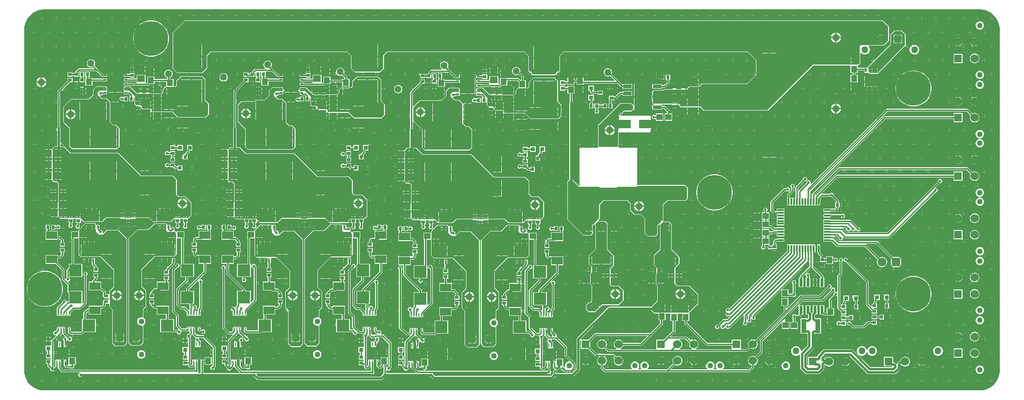
<source format=gtl>
G04*
G04 #@! TF.GenerationSoftware,Altium Limited,Altium Designer,23.11.1 (41)*
G04*
G04 Layer_Physical_Order=1*
G04 Layer_Color=255*
%FSLAX25Y25*%
%MOIN*%
G70*
G04*
G04 #@! TF.SameCoordinates,C18E11E6-2F2A-4DEC-BC48-3546B0B1B692*
G04*
G04*
G04 #@! TF.FilePolarity,Positive*
G04*
G01*
G75*
%ADD12C,0.01000*%
%ADD17R,0.01200X0.04700*%
%ADD18R,0.04700X0.01200*%
%ADD19R,0.02362X0.02756*%
%ADD20R,0.19134X0.13228*%
%ADD21R,0.05512X0.05472*%
%ADD22R,0.03150X0.03150*%
%ADD23R,0.03150X0.03150*%
%ADD24R,0.08584X0.06417*%
%ADD25R,0.04331X0.04528*%
%ADD26R,0.12992X0.13386*%
G04:AMPARAMS|DCode=27|XSize=61.02mil|YSize=23.62mil|CornerRadius=0.59mil|HoleSize=0mil|Usage=FLASHONLY|Rotation=180.000|XOffset=0mil|YOffset=0mil|HoleType=Round|Shape=RoundedRectangle|*
%AMROUNDEDRECTD27*
21,1,0.06102,0.02244,0,0,180.0*
21,1,0.05984,0.02362,0,0,180.0*
1,1,0.00118,-0.02992,0.01122*
1,1,0.00118,0.02992,0.01122*
1,1,0.00118,0.02992,-0.01122*
1,1,0.00118,-0.02992,-0.01122*
%
%ADD27ROUNDEDRECTD27*%
%ADD28R,0.12600X0.06300*%
G04:AMPARAMS|DCode=29|XSize=23.62mil|YSize=9.45mil|CornerRadius=1.18mil|HoleSize=0mil|Usage=FLASHONLY|Rotation=270.000|XOffset=0mil|YOffset=0mil|HoleType=Round|Shape=RoundedRectangle|*
%AMROUNDEDRECTD29*
21,1,0.02362,0.00709,0,0,270.0*
21,1,0.02126,0.00945,0,0,270.0*
1,1,0.00236,-0.00354,-0.01063*
1,1,0.00236,-0.00354,0.01063*
1,1,0.00236,0.00354,0.01063*
1,1,0.00236,0.00354,-0.01063*
%
%ADD29ROUNDEDRECTD29*%
%ADD30R,0.02756X0.02362*%
%ADD31R,0.04528X0.04331*%
%ADD32R,0.04567X0.05787*%
%ADD33R,0.05787X0.04567*%
%ADD34R,0.07874X0.04921*%
%ADD35R,0.06024X0.10709*%
%ADD36R,0.10709X0.06024*%
%ADD37R,0.02362X0.05906*%
%ADD38R,0.03740X0.10236*%
%ADD39R,0.15000X0.16700*%
%ADD40R,0.02362X0.01181*%
%ADD41R,0.10236X0.11811*%
%ADD42R,0.00984X0.02953*%
%ADD43R,0.07874X0.05512*%
%ADD44R,0.06299X0.11811*%
%ADD45R,0.13780X0.05512*%
%ADD46R,0.04724X0.05512*%
%ADD47R,0.09843X0.25591*%
%ADD48R,0.08898X0.08504*%
%ADD85R,0.01575X0.02756*%
%ADD86R,0.09646X0.07480*%
%ADD87R,0.11614X0.19291*%
G04:AMPARAMS|DCode=88|XSize=64.96mil|YSize=94.49mil|CornerRadius=1.62mil|HoleSize=0mil|Usage=FLASHONLY|Rotation=270.000|XOffset=0mil|YOffset=0mil|HoleType=Round|Shape=RoundedRectangle|*
%AMROUNDEDRECTD88*
21,1,0.06496,0.09124,0,0,270.0*
21,1,0.06171,0.09449,0,0,270.0*
1,1,0.00325,-0.04562,-0.03086*
1,1,0.00325,-0.04562,0.03086*
1,1,0.00325,0.04562,0.03086*
1,1,0.00325,0.04562,-0.03086*
%
%ADD88ROUNDEDRECTD88*%
%ADD89C,0.01500*%
%ADD90C,0.25000*%
%ADD91C,0.05118*%
%ADD92C,0.01450*%
%ADD93C,0.04016*%
%ADD94C,0.06024*%
%ADD95R,0.05833X0.05833*%
%ADD96C,0.05000*%
%ADD97R,0.05833X0.05833*%
%ADD98C,0.06299*%
G04:AMPARAMS|DCode=99|XSize=62.99mil|YSize=62.99mil|CornerRadius=15.75mil|HoleSize=0mil|Usage=FLASHONLY|Rotation=180.000|XOffset=0mil|YOffset=0mil|HoleType=Round|Shape=RoundedRectangle|*
%AMROUNDEDRECTD99*
21,1,0.06299,0.03150,0,0,180.0*
21,1,0.03150,0.06299,0,0,180.0*
1,1,0.03150,-0.01575,0.01575*
1,1,0.03150,0.01575,0.01575*
1,1,0.03150,0.01575,-0.01575*
1,1,0.03150,-0.01575,-0.01575*
%
%ADD99ROUNDEDRECTD99*%
%ADD100C,0.02000*%
G36*
X804776Y455954D02*
X806573Y455473D01*
X808293Y454760D01*
X809904Y453830D01*
X811381Y452697D01*
X812697Y451381D01*
X813830Y449904D01*
X814760Y448293D01*
X815473Y446573D01*
X815954Y444776D01*
X816197Y442931D01*
Y442000D01*
X816197Y197000D01*
Y196070D01*
X815954Y194224D01*
X815473Y192427D01*
X814760Y190707D01*
X813830Y189095D01*
X812697Y187619D01*
X811381Y186303D01*
X809904Y185170D01*
X808293Y184240D01*
X806573Y183527D01*
X804776Y183046D01*
X802931Y182803D01*
X802000Y182803D01*
X132000Y182803D01*
X131070Y182803D01*
X129224Y183046D01*
X127427Y183528D01*
X125707Y184240D01*
X124095Y185170D01*
X122619Y186303D01*
X121303Y187619D01*
X120170Y189096D01*
X119240Y190707D01*
X118527Y192427D01*
X118046Y194224D01*
X117803Y196070D01*
Y197000D01*
X117803Y442000D01*
Y442931D01*
X118046Y444776D01*
X118527Y446573D01*
X119239Y448293D01*
X120170Y449904D01*
X121303Y451381D01*
X122619Y452697D01*
X124095Y453830D01*
X125707Y454760D01*
X127427Y455473D01*
X129224Y455954D01*
X131069Y456197D01*
X132000Y456197D01*
X802000Y456197D01*
X802931D01*
X804776Y455954D01*
D02*
G37*
%LPC*%
G36*
X729500Y453375D02*
Y453000D01*
X729875D01*
X729848Y453066D01*
X729566Y453348D01*
X729500Y453375D01*
D02*
G37*
G36*
X728500D02*
X728434Y453348D01*
X728152Y453066D01*
X728125Y453000D01*
X728500D01*
Y453375D01*
D02*
G37*
G36*
X719500D02*
Y453000D01*
X719875D01*
X719848Y453066D01*
X719566Y453348D01*
X719500Y453375D01*
D02*
G37*
G36*
X718500D02*
X718434Y453348D01*
X718152Y453066D01*
X718125Y453000D01*
X718500D01*
Y453375D01*
D02*
G37*
G36*
X709500D02*
Y453000D01*
X709875D01*
X709848Y453066D01*
X709566Y453348D01*
X709500Y453375D01*
D02*
G37*
G36*
X708500D02*
X708434Y453348D01*
X708152Y453066D01*
X708125Y453000D01*
X708500D01*
Y453375D01*
D02*
G37*
G36*
X699500D02*
Y453000D01*
X699875D01*
X699848Y453066D01*
X699566Y453348D01*
X699500Y453375D01*
D02*
G37*
G36*
X698500D02*
X698434Y453348D01*
X698152Y453066D01*
X698125Y453000D01*
X698500D01*
Y453375D01*
D02*
G37*
G36*
X689500D02*
Y453000D01*
X689875D01*
X689848Y453066D01*
X689566Y453348D01*
X689500Y453375D01*
D02*
G37*
G36*
X688500D02*
X688434Y453348D01*
X688152Y453066D01*
X688125Y453000D01*
X688500D01*
Y453375D01*
D02*
G37*
G36*
X679500D02*
Y453000D01*
X679875D01*
X679848Y453066D01*
X679566Y453348D01*
X679500Y453375D01*
D02*
G37*
G36*
X678500D02*
X678434Y453348D01*
X678152Y453066D01*
X678125Y453000D01*
X678500D01*
Y453375D01*
D02*
G37*
G36*
X669500D02*
Y453000D01*
X669875D01*
X669848Y453066D01*
X669566Y453348D01*
X669500Y453375D01*
D02*
G37*
G36*
X668500D02*
X668434Y453348D01*
X668152Y453066D01*
X668125Y453000D01*
X668500D01*
Y453375D01*
D02*
G37*
G36*
X659500D02*
Y453000D01*
X659875D01*
X659848Y453066D01*
X659566Y453348D01*
X659500Y453375D01*
D02*
G37*
G36*
X658500D02*
X658434Y453348D01*
X658152Y453066D01*
X658125Y453000D01*
X658500D01*
Y453375D01*
D02*
G37*
G36*
X649500D02*
Y453000D01*
X649875D01*
X649848Y453066D01*
X649566Y453348D01*
X649500Y453375D01*
D02*
G37*
G36*
X648500D02*
X648434Y453348D01*
X648152Y453066D01*
X648125Y453000D01*
X648500D01*
Y453375D01*
D02*
G37*
G36*
X639500D02*
Y453000D01*
X639875D01*
X639848Y453066D01*
X639566Y453348D01*
X639500Y453375D01*
D02*
G37*
G36*
X638500D02*
X638434Y453348D01*
X638152Y453066D01*
X638125Y453000D01*
X638500D01*
Y453375D01*
D02*
G37*
G36*
X629500D02*
Y453000D01*
X629875D01*
X629848Y453066D01*
X629566Y453348D01*
X629500Y453375D01*
D02*
G37*
G36*
X628500D02*
X628434Y453348D01*
X628152Y453066D01*
X628125Y453000D01*
X628500D01*
Y453375D01*
D02*
G37*
G36*
X619500D02*
Y453000D01*
X619875D01*
X619848Y453066D01*
X619566Y453348D01*
X619500Y453375D01*
D02*
G37*
G36*
X618500D02*
X618434Y453348D01*
X618152Y453066D01*
X618125Y453000D01*
X618500D01*
Y453375D01*
D02*
G37*
G36*
X609500D02*
Y453000D01*
X609875D01*
X609848Y453066D01*
X609566Y453348D01*
X609500Y453375D01*
D02*
G37*
G36*
X608500D02*
X608434Y453348D01*
X608152Y453066D01*
X608125Y453000D01*
X608500D01*
Y453375D01*
D02*
G37*
G36*
X599500D02*
Y453000D01*
X599875D01*
X599848Y453066D01*
X599566Y453348D01*
X599500Y453375D01*
D02*
G37*
G36*
X598500D02*
X598434Y453348D01*
X598152Y453066D01*
X598125Y453000D01*
X598500D01*
Y453375D01*
D02*
G37*
G36*
X589500D02*
Y453000D01*
X589875D01*
X589848Y453066D01*
X589566Y453348D01*
X589500Y453375D01*
D02*
G37*
G36*
X588500D02*
X588434Y453348D01*
X588152Y453066D01*
X588125Y453000D01*
X588500D01*
Y453375D01*
D02*
G37*
G36*
X579500D02*
Y453000D01*
X579875D01*
X579848Y453066D01*
X579566Y453348D01*
X579500Y453375D01*
D02*
G37*
G36*
X578500D02*
X578434Y453348D01*
X578152Y453066D01*
X578125Y453000D01*
X578500D01*
Y453375D01*
D02*
G37*
G36*
X569500D02*
Y453000D01*
X569875D01*
X569848Y453066D01*
X569566Y453348D01*
X569500Y453375D01*
D02*
G37*
G36*
X568500D02*
X568434Y453348D01*
X568152Y453066D01*
X568125Y453000D01*
X568500D01*
Y453375D01*
D02*
G37*
G36*
X559500D02*
Y453000D01*
X559875D01*
X559848Y453066D01*
X559566Y453348D01*
X559500Y453375D01*
D02*
G37*
G36*
X558500D02*
X558434Y453348D01*
X558152Y453066D01*
X558125Y453000D01*
X558500D01*
Y453375D01*
D02*
G37*
G36*
X549500D02*
Y453000D01*
X549875D01*
X549848Y453066D01*
X549566Y453348D01*
X549500Y453375D01*
D02*
G37*
G36*
X548500D02*
X548434Y453348D01*
X548152Y453066D01*
X548125Y453000D01*
X548500D01*
Y453375D01*
D02*
G37*
G36*
X539500D02*
Y453000D01*
X539875D01*
X539848Y453066D01*
X539566Y453348D01*
X539500Y453375D01*
D02*
G37*
G36*
X538500D02*
X538434Y453348D01*
X538152Y453066D01*
X538125Y453000D01*
X538500D01*
Y453375D01*
D02*
G37*
G36*
X529500D02*
Y453000D01*
X529875D01*
X529848Y453066D01*
X529566Y453348D01*
X529500Y453375D01*
D02*
G37*
G36*
X528500D02*
X528434Y453348D01*
X528152Y453066D01*
X528125Y453000D01*
X528500D01*
Y453375D01*
D02*
G37*
G36*
X519500D02*
Y453000D01*
X519875D01*
X519848Y453066D01*
X519566Y453348D01*
X519500Y453375D01*
D02*
G37*
G36*
X518500D02*
X518434Y453348D01*
X518152Y453066D01*
X518125Y453000D01*
X518500D01*
Y453375D01*
D02*
G37*
G36*
X509500D02*
Y453000D01*
X509875D01*
X509848Y453066D01*
X509566Y453348D01*
X509500Y453375D01*
D02*
G37*
G36*
X508500D02*
X508434Y453348D01*
X508152Y453066D01*
X508125Y453000D01*
X508500D01*
Y453375D01*
D02*
G37*
G36*
X499500D02*
Y453000D01*
X499875D01*
X499848Y453066D01*
X499566Y453348D01*
X499500Y453375D01*
D02*
G37*
G36*
X498500D02*
X498434Y453348D01*
X498152Y453066D01*
X498125Y453000D01*
X498500D01*
Y453375D01*
D02*
G37*
G36*
X489500D02*
Y453000D01*
X489875D01*
X489848Y453066D01*
X489566Y453348D01*
X489500Y453375D01*
D02*
G37*
G36*
X488500D02*
X488434Y453348D01*
X488152Y453066D01*
X488125Y453000D01*
X488500D01*
Y453375D01*
D02*
G37*
G36*
X479500D02*
Y453000D01*
X479875D01*
X479848Y453066D01*
X479566Y453348D01*
X479500Y453375D01*
D02*
G37*
G36*
X478500D02*
X478434Y453348D01*
X478152Y453066D01*
X478125Y453000D01*
X478500D01*
Y453375D01*
D02*
G37*
G36*
X469500D02*
Y453000D01*
X469875D01*
X469848Y453066D01*
X469566Y453348D01*
X469500Y453375D01*
D02*
G37*
G36*
X468500D02*
X468434Y453348D01*
X468152Y453066D01*
X468125Y453000D01*
X468500D01*
Y453375D01*
D02*
G37*
G36*
X459500D02*
Y453000D01*
X459875D01*
X459848Y453066D01*
X459566Y453348D01*
X459500Y453375D01*
D02*
G37*
G36*
X458500D02*
X458434Y453348D01*
X458152Y453066D01*
X458125Y453000D01*
X458500D01*
Y453375D01*
D02*
G37*
G36*
X449500D02*
Y453000D01*
X449875D01*
X449848Y453066D01*
X449566Y453348D01*
X449500Y453375D01*
D02*
G37*
G36*
X448500D02*
X448434Y453348D01*
X448152Y453066D01*
X448125Y453000D01*
X448500D01*
Y453375D01*
D02*
G37*
G36*
X439500D02*
Y453000D01*
X439875D01*
X439848Y453066D01*
X439566Y453348D01*
X439500Y453375D01*
D02*
G37*
G36*
X438500D02*
X438434Y453348D01*
X438152Y453066D01*
X438125Y453000D01*
X438500D01*
Y453375D01*
D02*
G37*
G36*
X429500D02*
Y453000D01*
X429875D01*
X429848Y453066D01*
X429566Y453348D01*
X429500Y453375D01*
D02*
G37*
G36*
X428500D02*
X428434Y453348D01*
X428152Y453066D01*
X428125Y453000D01*
X428500D01*
Y453375D01*
D02*
G37*
G36*
X419500D02*
Y453000D01*
X419875D01*
X419848Y453066D01*
X419566Y453348D01*
X419500Y453375D01*
D02*
G37*
G36*
X418500D02*
X418434Y453348D01*
X418152Y453066D01*
X418125Y453000D01*
X418500D01*
Y453375D01*
D02*
G37*
G36*
X409500D02*
Y453000D01*
X409875D01*
X409848Y453066D01*
X409566Y453348D01*
X409500Y453375D01*
D02*
G37*
G36*
X408500D02*
X408434Y453348D01*
X408152Y453066D01*
X408125Y453000D01*
X408500D01*
Y453375D01*
D02*
G37*
G36*
X399500D02*
Y453000D01*
X399875D01*
X399848Y453066D01*
X399566Y453348D01*
X399500Y453375D01*
D02*
G37*
G36*
X398500D02*
X398434Y453348D01*
X398152Y453066D01*
X398125Y453000D01*
X398500D01*
Y453375D01*
D02*
G37*
G36*
X389500D02*
Y453000D01*
X389875D01*
X389848Y453066D01*
X389566Y453348D01*
X389500Y453375D01*
D02*
G37*
G36*
X388500D02*
X388434Y453348D01*
X388152Y453066D01*
X388125Y453000D01*
X388500D01*
Y453375D01*
D02*
G37*
G36*
X379500D02*
Y453000D01*
X379875D01*
X379848Y453066D01*
X379566Y453348D01*
X379500Y453375D01*
D02*
G37*
G36*
X378500D02*
X378434Y453348D01*
X378152Y453066D01*
X378125Y453000D01*
X378500D01*
Y453375D01*
D02*
G37*
G36*
X369500D02*
Y453000D01*
X369875D01*
X369848Y453066D01*
X369566Y453348D01*
X369500Y453375D01*
D02*
G37*
G36*
X368500D02*
X368434Y453348D01*
X368152Y453066D01*
X368125Y453000D01*
X368500D01*
Y453375D01*
D02*
G37*
G36*
X359500D02*
Y453000D01*
X359875D01*
X359848Y453066D01*
X359566Y453348D01*
X359500Y453375D01*
D02*
G37*
G36*
X358500D02*
X358434Y453348D01*
X358152Y453066D01*
X358125Y453000D01*
X358500D01*
Y453375D01*
D02*
G37*
G36*
X349500D02*
Y453000D01*
X349875D01*
X349848Y453066D01*
X349566Y453348D01*
X349500Y453375D01*
D02*
G37*
G36*
X348500D02*
X348434Y453348D01*
X348152Y453066D01*
X348125Y453000D01*
X348500D01*
Y453375D01*
D02*
G37*
G36*
X339500D02*
Y453000D01*
X339875D01*
X339848Y453066D01*
X339566Y453348D01*
X339500Y453375D01*
D02*
G37*
G36*
X338500D02*
X338434Y453348D01*
X338152Y453066D01*
X338125Y453000D01*
X338500D01*
Y453375D01*
D02*
G37*
G36*
X329500D02*
Y453000D01*
X329875D01*
X329848Y453066D01*
X329566Y453348D01*
X329500Y453375D01*
D02*
G37*
G36*
X328500D02*
X328434Y453348D01*
X328152Y453066D01*
X328125Y453000D01*
X328500D01*
Y453375D01*
D02*
G37*
G36*
X319500D02*
Y453000D01*
X319875D01*
X319848Y453066D01*
X319566Y453348D01*
X319500Y453375D01*
D02*
G37*
G36*
X318500D02*
X318434Y453348D01*
X318152Y453066D01*
X318125Y453000D01*
X318500D01*
Y453375D01*
D02*
G37*
G36*
X309500D02*
Y453000D01*
X309875D01*
X309848Y453066D01*
X309566Y453348D01*
X309500Y453375D01*
D02*
G37*
G36*
X308500D02*
X308434Y453348D01*
X308152Y453066D01*
X308125Y453000D01*
X308500D01*
Y453375D01*
D02*
G37*
G36*
X299500D02*
Y453000D01*
X299875D01*
X299848Y453066D01*
X299566Y453348D01*
X299500Y453375D01*
D02*
G37*
G36*
X298500D02*
X298434Y453348D01*
X298152Y453066D01*
X298125Y453000D01*
X298500D01*
Y453375D01*
D02*
G37*
G36*
X289500D02*
Y453000D01*
X289875D01*
X289848Y453066D01*
X289566Y453348D01*
X289500Y453375D01*
D02*
G37*
G36*
X288500D02*
X288434Y453348D01*
X288152Y453066D01*
X288125Y453000D01*
X288500D01*
Y453375D01*
D02*
G37*
G36*
X279500D02*
Y453000D01*
X279875D01*
X279848Y453066D01*
X279566Y453348D01*
X279500Y453375D01*
D02*
G37*
G36*
X278500D02*
X278434Y453348D01*
X278152Y453066D01*
X278125Y453000D01*
X278500D01*
Y453375D01*
D02*
G37*
G36*
X269500D02*
Y453000D01*
X269875D01*
X269848Y453066D01*
X269566Y453348D01*
X269500Y453375D01*
D02*
G37*
G36*
X268500D02*
X268434Y453348D01*
X268152Y453066D01*
X268125Y453000D01*
X268500D01*
Y453375D01*
D02*
G37*
G36*
X259500D02*
Y453000D01*
X259875D01*
X259848Y453066D01*
X259566Y453348D01*
X259500Y453375D01*
D02*
G37*
G36*
X258500D02*
X258434Y453348D01*
X258152Y453066D01*
X258125Y453000D01*
X258500D01*
Y453375D01*
D02*
G37*
G36*
X249500D02*
Y453000D01*
X249875D01*
X249848Y453066D01*
X249566Y453348D01*
X249500Y453375D01*
D02*
G37*
G36*
X248500D02*
X248434Y453348D01*
X248152Y453066D01*
X248125Y453000D01*
X248500D01*
Y453375D01*
D02*
G37*
G36*
X239500D02*
Y453000D01*
X239875D01*
X239848Y453066D01*
X239566Y453348D01*
X239500Y453375D01*
D02*
G37*
G36*
X238500D02*
X238434Y453348D01*
X238152Y453066D01*
X238125Y453000D01*
X238500D01*
Y453375D01*
D02*
G37*
G36*
X229500D02*
Y453000D01*
X229875D01*
X229848Y453066D01*
X229566Y453348D01*
X229500Y453375D01*
D02*
G37*
G36*
X228500D02*
X228434Y453348D01*
X228152Y453066D01*
X228125Y453000D01*
X228500D01*
Y453375D01*
D02*
G37*
G36*
X729875Y452000D02*
X729500D01*
Y451625D01*
X729566Y451652D01*
X729848Y451934D01*
X729875Y452000D01*
D02*
G37*
G36*
X728500D02*
X728125D01*
X728152Y451934D01*
X728434Y451652D01*
X728500Y451625D01*
Y452000D01*
D02*
G37*
G36*
X719875D02*
X719500D01*
Y451625D01*
X719566Y451652D01*
X719848Y451934D01*
X719875Y452000D01*
D02*
G37*
G36*
X718500D02*
X718125D01*
X718152Y451934D01*
X718434Y451652D01*
X718500Y451625D01*
Y452000D01*
D02*
G37*
G36*
X709875D02*
X709500D01*
Y451625D01*
X709566Y451652D01*
X709848Y451934D01*
X709875Y452000D01*
D02*
G37*
G36*
X708500D02*
X708125D01*
X708152Y451934D01*
X708434Y451652D01*
X708500Y451625D01*
Y452000D01*
D02*
G37*
G36*
X699875D02*
X699500D01*
Y451625D01*
X699566Y451652D01*
X699848Y451934D01*
X699875Y452000D01*
D02*
G37*
G36*
X698500D02*
X698125D01*
X698152Y451934D01*
X698434Y451652D01*
X698500Y451625D01*
Y452000D01*
D02*
G37*
G36*
X689875D02*
X689500D01*
Y451625D01*
X689566Y451652D01*
X689848Y451934D01*
X689875Y452000D01*
D02*
G37*
G36*
X688500D02*
X688125D01*
X688152Y451934D01*
X688434Y451652D01*
X688500Y451625D01*
Y452000D01*
D02*
G37*
G36*
X679875D02*
X679500D01*
Y451625D01*
X679566Y451652D01*
X679848Y451934D01*
X679875Y452000D01*
D02*
G37*
G36*
X678500D02*
X678125D01*
X678152Y451934D01*
X678434Y451652D01*
X678500Y451625D01*
Y452000D01*
D02*
G37*
G36*
X669875D02*
X669500D01*
Y451625D01*
X669566Y451652D01*
X669848Y451934D01*
X669875Y452000D01*
D02*
G37*
G36*
X668500D02*
X668125D01*
X668152Y451934D01*
X668434Y451652D01*
X668500Y451625D01*
Y452000D01*
D02*
G37*
G36*
X659875D02*
X659500D01*
Y451625D01*
X659566Y451652D01*
X659848Y451934D01*
X659875Y452000D01*
D02*
G37*
G36*
X658500D02*
X658125D01*
X658152Y451934D01*
X658434Y451652D01*
X658500Y451625D01*
Y452000D01*
D02*
G37*
G36*
X649875D02*
X649500D01*
Y451625D01*
X649566Y451652D01*
X649848Y451934D01*
X649875Y452000D01*
D02*
G37*
G36*
X648500D02*
X648125D01*
X648152Y451934D01*
X648434Y451652D01*
X648500Y451625D01*
Y452000D01*
D02*
G37*
G36*
X639875D02*
X639500D01*
Y451625D01*
X639566Y451652D01*
X639848Y451934D01*
X639875Y452000D01*
D02*
G37*
G36*
X638500D02*
X638125D01*
X638152Y451934D01*
X638434Y451652D01*
X638500Y451625D01*
Y452000D01*
D02*
G37*
G36*
X629875D02*
X629500D01*
Y451625D01*
X629566Y451652D01*
X629848Y451934D01*
X629875Y452000D01*
D02*
G37*
G36*
X628500D02*
X628125D01*
X628152Y451934D01*
X628434Y451652D01*
X628500Y451625D01*
Y452000D01*
D02*
G37*
G36*
X619875D02*
X619500D01*
Y451625D01*
X619566Y451652D01*
X619848Y451934D01*
X619875Y452000D01*
D02*
G37*
G36*
X618500D02*
X618125D01*
X618152Y451934D01*
X618434Y451652D01*
X618500Y451625D01*
Y452000D01*
D02*
G37*
G36*
X609875D02*
X609500D01*
Y451625D01*
X609566Y451652D01*
X609848Y451934D01*
X609875Y452000D01*
D02*
G37*
G36*
X608500D02*
X608125D01*
X608152Y451934D01*
X608434Y451652D01*
X608500Y451625D01*
Y452000D01*
D02*
G37*
G36*
X599875D02*
X599500D01*
Y451625D01*
X599566Y451652D01*
X599848Y451934D01*
X599875Y452000D01*
D02*
G37*
G36*
X598500D02*
X598125D01*
X598152Y451934D01*
X598434Y451652D01*
X598500Y451625D01*
Y452000D01*
D02*
G37*
G36*
X589875D02*
X589500D01*
Y451625D01*
X589566Y451652D01*
X589848Y451934D01*
X589875Y452000D01*
D02*
G37*
G36*
X588500D02*
X588125D01*
X588152Y451934D01*
X588434Y451652D01*
X588500Y451625D01*
Y452000D01*
D02*
G37*
G36*
X579875D02*
X579500D01*
Y451625D01*
X579566Y451652D01*
X579848Y451934D01*
X579875Y452000D01*
D02*
G37*
G36*
X578500D02*
X578125D01*
X578152Y451934D01*
X578434Y451652D01*
X578500Y451625D01*
Y452000D01*
D02*
G37*
G36*
X569875D02*
X569500D01*
Y451625D01*
X569566Y451652D01*
X569848Y451934D01*
X569875Y452000D01*
D02*
G37*
G36*
X568500D02*
X568125D01*
X568152Y451934D01*
X568434Y451652D01*
X568500Y451625D01*
Y452000D01*
D02*
G37*
G36*
X559875D02*
X559500D01*
Y451625D01*
X559566Y451652D01*
X559848Y451934D01*
X559875Y452000D01*
D02*
G37*
G36*
X558500D02*
X558125D01*
X558152Y451934D01*
X558434Y451652D01*
X558500Y451625D01*
Y452000D01*
D02*
G37*
G36*
X549875D02*
X549500D01*
Y451625D01*
X549566Y451652D01*
X549848Y451934D01*
X549875Y452000D01*
D02*
G37*
G36*
X548500D02*
X548125D01*
X548152Y451934D01*
X548434Y451652D01*
X548500Y451625D01*
Y452000D01*
D02*
G37*
G36*
X539875D02*
X539500D01*
Y451625D01*
X539566Y451652D01*
X539848Y451934D01*
X539875Y452000D01*
D02*
G37*
G36*
X538500D02*
X538125D01*
X538152Y451934D01*
X538434Y451652D01*
X538500Y451625D01*
Y452000D01*
D02*
G37*
G36*
X529875D02*
X529500D01*
Y451625D01*
X529566Y451652D01*
X529848Y451934D01*
X529875Y452000D01*
D02*
G37*
G36*
X528500D02*
X528125D01*
X528152Y451934D01*
X528434Y451652D01*
X528500Y451625D01*
Y452000D01*
D02*
G37*
G36*
X519875D02*
X519500D01*
Y451625D01*
X519566Y451652D01*
X519848Y451934D01*
X519875Y452000D01*
D02*
G37*
G36*
X518500D02*
X518125D01*
X518152Y451934D01*
X518434Y451652D01*
X518500Y451625D01*
Y452000D01*
D02*
G37*
G36*
X509875D02*
X509500D01*
Y451625D01*
X509566Y451652D01*
X509848Y451934D01*
X509875Y452000D01*
D02*
G37*
G36*
X508500D02*
X508125D01*
X508152Y451934D01*
X508434Y451652D01*
X508500Y451625D01*
Y452000D01*
D02*
G37*
G36*
X499875D02*
X499500D01*
Y451625D01*
X499566Y451652D01*
X499848Y451934D01*
X499875Y452000D01*
D02*
G37*
G36*
X498500D02*
X498125D01*
X498152Y451934D01*
X498434Y451652D01*
X498500Y451625D01*
Y452000D01*
D02*
G37*
G36*
X489875D02*
X489500D01*
Y451625D01*
X489566Y451652D01*
X489848Y451934D01*
X489875Y452000D01*
D02*
G37*
G36*
X488500D02*
X488125D01*
X488152Y451934D01*
X488434Y451652D01*
X488500Y451625D01*
Y452000D01*
D02*
G37*
G36*
X479875D02*
X479500D01*
Y451625D01*
X479566Y451652D01*
X479848Y451934D01*
X479875Y452000D01*
D02*
G37*
G36*
X478500D02*
X478125D01*
X478152Y451934D01*
X478434Y451652D01*
X478500Y451625D01*
Y452000D01*
D02*
G37*
G36*
X469875D02*
X469500D01*
Y451625D01*
X469566Y451652D01*
X469848Y451934D01*
X469875Y452000D01*
D02*
G37*
G36*
X468500D02*
X468125D01*
X468152Y451934D01*
X468434Y451652D01*
X468500Y451625D01*
Y452000D01*
D02*
G37*
G36*
X459875D02*
X459500D01*
Y451625D01*
X459566Y451652D01*
X459848Y451934D01*
X459875Y452000D01*
D02*
G37*
G36*
X458500D02*
X458125D01*
X458152Y451934D01*
X458434Y451652D01*
X458500Y451625D01*
Y452000D01*
D02*
G37*
G36*
X449875D02*
X449500D01*
Y451625D01*
X449566Y451652D01*
X449848Y451934D01*
X449875Y452000D01*
D02*
G37*
G36*
X448500D02*
X448125D01*
X448152Y451934D01*
X448434Y451652D01*
X448500Y451625D01*
Y452000D01*
D02*
G37*
G36*
X439875D02*
X439500D01*
Y451625D01*
X439566Y451652D01*
X439848Y451934D01*
X439875Y452000D01*
D02*
G37*
G36*
X438500D02*
X438125D01*
X438152Y451934D01*
X438434Y451652D01*
X438500Y451625D01*
Y452000D01*
D02*
G37*
G36*
X429875D02*
X429500D01*
Y451625D01*
X429566Y451652D01*
X429848Y451934D01*
X429875Y452000D01*
D02*
G37*
G36*
X428500D02*
X428125D01*
X428152Y451934D01*
X428434Y451652D01*
X428500Y451625D01*
Y452000D01*
D02*
G37*
G36*
X419875D02*
X419500D01*
Y451625D01*
X419566Y451652D01*
X419848Y451934D01*
X419875Y452000D01*
D02*
G37*
G36*
X418500D02*
X418125D01*
X418152Y451934D01*
X418434Y451652D01*
X418500Y451625D01*
Y452000D01*
D02*
G37*
G36*
X409875D02*
X409500D01*
Y451625D01*
X409566Y451652D01*
X409848Y451934D01*
X409875Y452000D01*
D02*
G37*
G36*
X408500D02*
X408125D01*
X408152Y451934D01*
X408434Y451652D01*
X408500Y451625D01*
Y452000D01*
D02*
G37*
G36*
X399875D02*
X399500D01*
Y451625D01*
X399566Y451652D01*
X399848Y451934D01*
X399875Y452000D01*
D02*
G37*
G36*
X398500D02*
X398125D01*
X398152Y451934D01*
X398434Y451652D01*
X398500Y451625D01*
Y452000D01*
D02*
G37*
G36*
X389875D02*
X389500D01*
Y451625D01*
X389566Y451652D01*
X389848Y451934D01*
X389875Y452000D01*
D02*
G37*
G36*
X388500D02*
X388125D01*
X388152Y451934D01*
X388434Y451652D01*
X388500Y451625D01*
Y452000D01*
D02*
G37*
G36*
X379875D02*
X379500D01*
Y451625D01*
X379566Y451652D01*
X379848Y451934D01*
X379875Y452000D01*
D02*
G37*
G36*
X378500D02*
X378125D01*
X378152Y451934D01*
X378434Y451652D01*
X378500Y451625D01*
Y452000D01*
D02*
G37*
G36*
X369875D02*
X369500D01*
Y451625D01*
X369566Y451652D01*
X369848Y451934D01*
X369875Y452000D01*
D02*
G37*
G36*
X368500D02*
X368125D01*
X368152Y451934D01*
X368434Y451652D01*
X368500Y451625D01*
Y452000D01*
D02*
G37*
G36*
X359875D02*
X359500D01*
Y451625D01*
X359566Y451652D01*
X359848Y451934D01*
X359875Y452000D01*
D02*
G37*
G36*
X358500D02*
X358125D01*
X358152Y451934D01*
X358434Y451652D01*
X358500Y451625D01*
Y452000D01*
D02*
G37*
G36*
X349875D02*
X349500D01*
Y451625D01*
X349566Y451652D01*
X349848Y451934D01*
X349875Y452000D01*
D02*
G37*
G36*
X348500D02*
X348125D01*
X348152Y451934D01*
X348434Y451652D01*
X348500Y451625D01*
Y452000D01*
D02*
G37*
G36*
X339875D02*
X339500D01*
Y451625D01*
X339566Y451652D01*
X339848Y451934D01*
X339875Y452000D01*
D02*
G37*
G36*
X338500D02*
X338125D01*
X338152Y451934D01*
X338434Y451652D01*
X338500Y451625D01*
Y452000D01*
D02*
G37*
G36*
X329875D02*
X329500D01*
Y451625D01*
X329566Y451652D01*
X329848Y451934D01*
X329875Y452000D01*
D02*
G37*
G36*
X328500D02*
X328125D01*
X328152Y451934D01*
X328434Y451652D01*
X328500Y451625D01*
Y452000D01*
D02*
G37*
G36*
X319875D02*
X319500D01*
Y451625D01*
X319566Y451652D01*
X319848Y451934D01*
X319875Y452000D01*
D02*
G37*
G36*
X318500D02*
X318125D01*
X318152Y451934D01*
X318434Y451652D01*
X318500Y451625D01*
Y452000D01*
D02*
G37*
G36*
X309875D02*
X309500D01*
Y451625D01*
X309566Y451652D01*
X309848Y451934D01*
X309875Y452000D01*
D02*
G37*
G36*
X308500D02*
X308125D01*
X308152Y451934D01*
X308434Y451652D01*
X308500Y451625D01*
Y452000D01*
D02*
G37*
G36*
X299875D02*
X299500D01*
Y451625D01*
X299566Y451652D01*
X299848Y451934D01*
X299875Y452000D01*
D02*
G37*
G36*
X298500D02*
X298125D01*
X298152Y451934D01*
X298434Y451652D01*
X298500Y451625D01*
Y452000D01*
D02*
G37*
G36*
X289875D02*
X289500D01*
Y451625D01*
X289566Y451652D01*
X289848Y451934D01*
X289875Y452000D01*
D02*
G37*
G36*
X288500D02*
X288125D01*
X288152Y451934D01*
X288434Y451652D01*
X288500Y451625D01*
Y452000D01*
D02*
G37*
G36*
X279875D02*
X279500D01*
Y451625D01*
X279566Y451652D01*
X279848Y451934D01*
X279875Y452000D01*
D02*
G37*
G36*
X278500D02*
X278125D01*
X278152Y451934D01*
X278434Y451652D01*
X278500Y451625D01*
Y452000D01*
D02*
G37*
G36*
X269875D02*
X269500D01*
Y451625D01*
X269566Y451652D01*
X269848Y451934D01*
X269875Y452000D01*
D02*
G37*
G36*
X268500D02*
X268125D01*
X268152Y451934D01*
X268434Y451652D01*
X268500Y451625D01*
Y452000D01*
D02*
G37*
G36*
X259875D02*
X259500D01*
Y451625D01*
X259566Y451652D01*
X259848Y451934D01*
X259875Y452000D01*
D02*
G37*
G36*
X258500D02*
X258125D01*
X258152Y451934D01*
X258434Y451652D01*
X258500Y451625D01*
Y452000D01*
D02*
G37*
G36*
X249875D02*
X249500D01*
Y451625D01*
X249566Y451652D01*
X249848Y451934D01*
X249875Y452000D01*
D02*
G37*
G36*
X248500D02*
X248125D01*
X248152Y451934D01*
X248434Y451652D01*
X248500Y451625D01*
Y452000D01*
D02*
G37*
G36*
X239875D02*
X239500D01*
Y451625D01*
X239566Y451652D01*
X239848Y451934D01*
X239875Y452000D01*
D02*
G37*
G36*
X238500D02*
X238125D01*
X238152Y451934D01*
X238434Y451652D01*
X238500Y451625D01*
Y452000D01*
D02*
G37*
G36*
X229875D02*
X229500D01*
Y451625D01*
X229566Y451652D01*
X229848Y451934D01*
X229875Y452000D01*
D02*
G37*
G36*
X228500D02*
X228125D01*
X228152Y451934D01*
X228434Y451652D01*
X228500Y451625D01*
Y452000D01*
D02*
G37*
G36*
X810500Y450875D02*
Y450500D01*
X810875D01*
X810848Y450566D01*
X810566Y450848D01*
X810500Y450875D01*
D02*
G37*
G36*
X809500D02*
X809434Y450848D01*
X809152Y450566D01*
X809125Y450500D01*
X809500D01*
Y450875D01*
D02*
G37*
G36*
X800500D02*
Y450500D01*
X800875D01*
X800848Y450566D01*
X800566Y450848D01*
X800500Y450875D01*
D02*
G37*
G36*
X799500D02*
X799434Y450848D01*
X799152Y450566D01*
X799125Y450500D01*
X799500D01*
Y450875D01*
D02*
G37*
G36*
X790500D02*
Y450500D01*
X790875D01*
X790848Y450566D01*
X790566Y450848D01*
X790500Y450875D01*
D02*
G37*
G36*
X789500D02*
X789434Y450848D01*
X789152Y450566D01*
X789125Y450500D01*
X789500D01*
Y450875D01*
D02*
G37*
G36*
X780500D02*
Y450500D01*
X780875D01*
X780848Y450566D01*
X780566Y450848D01*
X780500Y450875D01*
D02*
G37*
G36*
X779500D02*
X779434Y450848D01*
X779152Y450566D01*
X779125Y450500D01*
X779500D01*
Y450875D01*
D02*
G37*
G36*
X770500D02*
Y450500D01*
X770875D01*
X770848Y450566D01*
X770566Y450848D01*
X770500Y450875D01*
D02*
G37*
G36*
X769500D02*
X769434Y450848D01*
X769152Y450566D01*
X769125Y450500D01*
X769500D01*
Y450875D01*
D02*
G37*
G36*
X760500D02*
Y450500D01*
X760875D01*
X760848Y450566D01*
X760566Y450848D01*
X760500Y450875D01*
D02*
G37*
G36*
X759500D02*
X759434Y450848D01*
X759152Y450566D01*
X759125Y450500D01*
X759500D01*
Y450875D01*
D02*
G37*
G36*
X750500D02*
Y450500D01*
X750875D01*
X750848Y450566D01*
X750566Y450848D01*
X750500Y450875D01*
D02*
G37*
G36*
X749500D02*
X749434Y450848D01*
X749152Y450566D01*
X749125Y450500D01*
X749500D01*
Y450875D01*
D02*
G37*
G36*
X740500D02*
Y450500D01*
X740875D01*
X740848Y450566D01*
X740566Y450848D01*
X740500Y450875D01*
D02*
G37*
G36*
X739500D02*
X739434Y450848D01*
X739152Y450566D01*
X739125Y450500D01*
X739500D01*
Y450875D01*
D02*
G37*
G36*
X220500D02*
Y450500D01*
X220875D01*
X220848Y450566D01*
X220566Y450848D01*
X220500Y450875D01*
D02*
G37*
G36*
X219500D02*
X219434Y450848D01*
X219152Y450566D01*
X219125Y450500D01*
X219500D01*
Y450875D01*
D02*
G37*
G36*
X210500D02*
Y450500D01*
X210875D01*
X210848Y450566D01*
X210566Y450848D01*
X210500Y450875D01*
D02*
G37*
G36*
X209500D02*
X209434Y450848D01*
X209152Y450566D01*
X209125Y450500D01*
X209500D01*
Y450875D01*
D02*
G37*
G36*
X200500D02*
Y450500D01*
X200875D01*
X200848Y450566D01*
X200567Y450848D01*
X200500Y450875D01*
D02*
G37*
G36*
X199500D02*
X199434Y450848D01*
X199152Y450566D01*
X199125Y450500D01*
X199500D01*
Y450875D01*
D02*
G37*
G36*
X190500D02*
Y450500D01*
X190875D01*
X190848Y450566D01*
X190567Y450848D01*
X190500Y450875D01*
D02*
G37*
G36*
X189500D02*
X189434Y450848D01*
X189152Y450566D01*
X189125Y450500D01*
X189500D01*
Y450875D01*
D02*
G37*
G36*
X180500D02*
Y450500D01*
X180875D01*
X180848Y450566D01*
X180567Y450848D01*
X180500Y450875D01*
D02*
G37*
G36*
X179500D02*
X179434Y450848D01*
X179152Y450566D01*
X179125Y450500D01*
X179500D01*
Y450875D01*
D02*
G37*
G36*
X170500D02*
Y450500D01*
X170875D01*
X170848Y450566D01*
X170566Y450848D01*
X170500Y450875D01*
D02*
G37*
G36*
X169500D02*
X169433Y450848D01*
X169152Y450566D01*
X169125Y450500D01*
X169500D01*
Y450875D01*
D02*
G37*
G36*
X160500D02*
Y450500D01*
X160875D01*
X160848Y450566D01*
X160566Y450848D01*
X160500Y450875D01*
D02*
G37*
G36*
X159500D02*
X159433Y450848D01*
X159152Y450566D01*
X159125Y450500D01*
X159500D01*
Y450875D01*
D02*
G37*
G36*
X150500D02*
Y450500D01*
X150875D01*
X150848Y450566D01*
X150566Y450848D01*
X150500Y450875D01*
D02*
G37*
G36*
X149500D02*
X149434Y450848D01*
X149152Y450566D01*
X149125Y450500D01*
X149500D01*
Y450875D01*
D02*
G37*
G36*
X140500D02*
Y450500D01*
X140875D01*
X140848Y450566D01*
X140567Y450848D01*
X140500Y450875D01*
D02*
G37*
G36*
X139500D02*
X139434Y450848D01*
X139152Y450566D01*
X139125Y450500D01*
X139500D01*
Y450875D01*
D02*
G37*
G36*
X130500D02*
Y450500D01*
X130875D01*
X130848Y450566D01*
X130567Y450848D01*
X130500Y450875D01*
D02*
G37*
G36*
X129500D02*
X129434Y450848D01*
X129152Y450566D01*
X129125Y450500D01*
X129500D01*
Y450875D01*
D02*
G37*
G36*
X810875Y449500D02*
X810500D01*
Y449125D01*
X810566Y449152D01*
X810848Y449434D01*
X810875Y449500D01*
D02*
G37*
G36*
X809500D02*
X809125D01*
X809152Y449434D01*
X809434Y449152D01*
X809500Y449125D01*
Y449500D01*
D02*
G37*
G36*
X800875D02*
X800500D01*
Y449125D01*
X800566Y449152D01*
X800848Y449434D01*
X800875Y449500D01*
D02*
G37*
G36*
X799500D02*
X799125D01*
X799152Y449434D01*
X799434Y449152D01*
X799500Y449125D01*
Y449500D01*
D02*
G37*
G36*
X790875D02*
X790500D01*
Y449125D01*
X790566Y449152D01*
X790848Y449434D01*
X790875Y449500D01*
D02*
G37*
G36*
X789500D02*
X789125D01*
X789152Y449434D01*
X789434Y449152D01*
X789500Y449125D01*
Y449500D01*
D02*
G37*
G36*
X780875D02*
X780500D01*
Y449125D01*
X780566Y449152D01*
X780848Y449434D01*
X780875Y449500D01*
D02*
G37*
G36*
X779500D02*
X779125D01*
X779152Y449434D01*
X779434Y449152D01*
X779500Y449125D01*
Y449500D01*
D02*
G37*
G36*
X770875D02*
X770500D01*
Y449125D01*
X770566Y449152D01*
X770848Y449434D01*
X770875Y449500D01*
D02*
G37*
G36*
X769500D02*
X769125D01*
X769152Y449434D01*
X769434Y449152D01*
X769500Y449125D01*
Y449500D01*
D02*
G37*
G36*
X760875D02*
X760500D01*
Y449125D01*
X760566Y449152D01*
X760848Y449434D01*
X760875Y449500D01*
D02*
G37*
G36*
X759500D02*
X759125D01*
X759152Y449434D01*
X759434Y449152D01*
X759500Y449125D01*
Y449500D01*
D02*
G37*
G36*
X750875D02*
X750500D01*
Y449125D01*
X750566Y449152D01*
X750848Y449434D01*
X750875Y449500D01*
D02*
G37*
G36*
X749500D02*
X749125D01*
X749152Y449434D01*
X749434Y449152D01*
X749500Y449125D01*
Y449500D01*
D02*
G37*
G36*
X740875D02*
X740500D01*
Y449125D01*
X740566Y449152D01*
X740848Y449434D01*
X740875Y449500D01*
D02*
G37*
G36*
X739500D02*
X739125D01*
X739152Y449434D01*
X739434Y449152D01*
X739500Y449125D01*
Y449500D01*
D02*
G37*
G36*
X220875D02*
X220500D01*
Y449125D01*
X220566Y449152D01*
X220848Y449434D01*
X220875Y449500D01*
D02*
G37*
G36*
X219500D02*
X219125D01*
X219152Y449434D01*
X219434Y449152D01*
X219500Y449125D01*
Y449500D01*
D02*
G37*
G36*
X210875D02*
X210500D01*
Y449125D01*
X210566Y449152D01*
X210848Y449434D01*
X210875Y449500D01*
D02*
G37*
G36*
X209500D02*
X209125D01*
X209152Y449434D01*
X209434Y449152D01*
X209500Y449125D01*
Y449500D01*
D02*
G37*
G36*
X200875D02*
X200500D01*
Y449125D01*
X200567Y449152D01*
X200848Y449434D01*
X200875Y449500D01*
D02*
G37*
G36*
X199500D02*
X199125D01*
X199152Y449434D01*
X199434Y449152D01*
X199500Y449125D01*
Y449500D01*
D02*
G37*
G36*
X190875D02*
X190500D01*
Y449125D01*
X190567Y449152D01*
X190848Y449434D01*
X190875Y449500D01*
D02*
G37*
G36*
X189500D02*
X189125D01*
X189152Y449434D01*
X189434Y449152D01*
X189500Y449125D01*
Y449500D01*
D02*
G37*
G36*
X180875D02*
X180500D01*
Y449125D01*
X180567Y449152D01*
X180848Y449434D01*
X180875Y449500D01*
D02*
G37*
G36*
X179500D02*
X179125D01*
X179152Y449434D01*
X179434Y449152D01*
X179500Y449125D01*
Y449500D01*
D02*
G37*
G36*
X170875D02*
X170500D01*
Y449125D01*
X170566Y449152D01*
X170848Y449434D01*
X170875Y449500D01*
D02*
G37*
G36*
X169500D02*
X169125D01*
X169152Y449434D01*
X169433Y449152D01*
X169500Y449125D01*
Y449500D01*
D02*
G37*
G36*
X160875D02*
X160500D01*
Y449125D01*
X160566Y449152D01*
X160848Y449434D01*
X160875Y449500D01*
D02*
G37*
G36*
X159500D02*
X159125D01*
X159152Y449434D01*
X159433Y449152D01*
X159500Y449125D01*
Y449500D01*
D02*
G37*
G36*
X150875D02*
X150500D01*
Y449125D01*
X150566Y449152D01*
X150848Y449434D01*
X150875Y449500D01*
D02*
G37*
G36*
X149500D02*
X149125D01*
X149152Y449434D01*
X149434Y449152D01*
X149500Y449125D01*
Y449500D01*
D02*
G37*
G36*
X140875D02*
X140500D01*
Y449125D01*
X140567Y449152D01*
X140848Y449434D01*
X140875Y449500D01*
D02*
G37*
G36*
X139500D02*
X139125D01*
X139152Y449434D01*
X139434Y449152D01*
X139500Y449125D01*
Y449500D01*
D02*
G37*
G36*
X130875D02*
X130500D01*
Y449125D01*
X130567Y449152D01*
X130848Y449434D01*
X130875Y449500D01*
D02*
G37*
G36*
X129500D02*
X129125D01*
X129152Y449434D01*
X129434Y449152D01*
X129500Y449125D01*
Y449500D01*
D02*
G37*
G36*
X226000Y446875D02*
Y446500D01*
X226375D01*
X226348Y446566D01*
X226066Y446848D01*
X226000Y446875D01*
D02*
G37*
G36*
X225000D02*
X224934Y446848D01*
X224652Y446566D01*
X224625Y446500D01*
X225000D01*
Y446875D01*
D02*
G37*
G36*
X226375Y445500D02*
X226000D01*
Y445125D01*
X226066Y445152D01*
X226348Y445434D01*
X226375Y445500D01*
D02*
G37*
G36*
X225000D02*
X224625D01*
X224652Y445434D01*
X224934Y445152D01*
X225000Y445125D01*
Y445500D01*
D02*
G37*
G36*
X802406Y447709D02*
X801618D01*
X800857Y447505D01*
X800175Y447111D01*
X799618Y446554D01*
X799224Y445872D01*
X799020Y445111D01*
Y444323D01*
X799224Y443562D01*
X799618Y442880D01*
X800175Y442323D01*
X800857Y441929D01*
X801618Y441725D01*
X802406D01*
X803167Y441929D01*
X803849Y442323D01*
X804406Y442880D01*
X804800Y443562D01*
X805004Y444323D01*
Y445111D01*
X804800Y445872D01*
X804406Y446554D01*
X803849Y447111D01*
X803167Y447505D01*
X802406Y447709D01*
D02*
G37*
G36*
X805500Y440875D02*
Y440500D01*
X805875D01*
X805848Y440566D01*
X805566Y440848D01*
X805500Y440875D01*
D02*
G37*
G36*
X804500D02*
X804434Y440848D01*
X804152Y440566D01*
X804125Y440500D01*
X804500D01*
Y440875D01*
D02*
G37*
G36*
X795500D02*
Y440500D01*
X795875D01*
X795848Y440566D01*
X795566Y440848D01*
X795500Y440875D01*
D02*
G37*
G36*
X794500D02*
X794434Y440848D01*
X794152Y440566D01*
X794125Y440500D01*
X794500D01*
Y440875D01*
D02*
G37*
G36*
X775500D02*
Y440500D01*
X775875D01*
X775848Y440566D01*
X775566Y440848D01*
X775500Y440875D01*
D02*
G37*
G36*
X774500D02*
X774434Y440848D01*
X774152Y440566D01*
X774125Y440500D01*
X774500D01*
Y440875D01*
D02*
G37*
G36*
X765500D02*
Y440500D01*
X765875D01*
X765848Y440566D01*
X765566Y440848D01*
X765500Y440875D01*
D02*
G37*
G36*
X764500D02*
X764434Y440848D01*
X764152Y440566D01*
X764125Y440500D01*
X764500D01*
Y440875D01*
D02*
G37*
G36*
X755500D02*
Y440500D01*
X755875D01*
X755848Y440566D01*
X755566Y440848D01*
X755500Y440875D01*
D02*
G37*
G36*
X754500D02*
X754434Y440848D01*
X754152Y440566D01*
X754125Y440500D01*
X754500D01*
Y440875D01*
D02*
G37*
G36*
X185500D02*
Y440500D01*
X185875D01*
X185848Y440566D01*
X185566Y440848D01*
X185500Y440875D01*
D02*
G37*
G36*
X184500D02*
X184433Y440848D01*
X184152Y440566D01*
X184125Y440500D01*
X184500D01*
Y440875D01*
D02*
G37*
G36*
X175500D02*
Y440500D01*
X175875D01*
X175848Y440566D01*
X175566Y440848D01*
X175500Y440875D01*
D02*
G37*
G36*
X174500D02*
X174434Y440848D01*
X174152Y440566D01*
X174125Y440500D01*
X174500D01*
Y440875D01*
D02*
G37*
G36*
X165500D02*
Y440500D01*
X165875D01*
X165848Y440566D01*
X165567Y440848D01*
X165500Y440875D01*
D02*
G37*
G36*
X164500D02*
X164434Y440848D01*
X164152Y440566D01*
X164125Y440500D01*
X164500D01*
Y440875D01*
D02*
G37*
G36*
X155500D02*
Y440500D01*
X155875D01*
X155848Y440566D01*
X155567Y440848D01*
X155500Y440875D01*
D02*
G37*
G36*
X154500D02*
X154434Y440848D01*
X154152Y440566D01*
X154125Y440500D01*
X154500D01*
Y440875D01*
D02*
G37*
G36*
X145500D02*
Y440500D01*
X145875D01*
X145848Y440566D01*
X145566Y440848D01*
X145500Y440875D01*
D02*
G37*
G36*
X144500D02*
X144433Y440848D01*
X144152Y440566D01*
X144125Y440500D01*
X144500D01*
Y440875D01*
D02*
G37*
G36*
X135500D02*
Y440500D01*
X135875D01*
X135848Y440566D01*
X135566Y440848D01*
X135500Y440875D01*
D02*
G37*
G36*
X134500D02*
X134433Y440848D01*
X134152Y440566D01*
X134125Y440500D01*
X134500D01*
Y440875D01*
D02*
G37*
G36*
X125500D02*
Y440500D01*
X125875D01*
X125848Y440566D01*
X125566Y440848D01*
X125500Y440875D01*
D02*
G37*
G36*
X124500D02*
X124434Y440848D01*
X124152Y440566D01*
X124125Y440500D01*
X124500D01*
Y440875D01*
D02*
G37*
G36*
X805875Y439500D02*
X805500D01*
Y439125D01*
X805566Y439152D01*
X805848Y439434D01*
X805875Y439500D01*
D02*
G37*
G36*
X804500D02*
X804125D01*
X804152Y439434D01*
X804434Y439152D01*
X804500Y439125D01*
Y439500D01*
D02*
G37*
G36*
X795875D02*
X795500D01*
Y439125D01*
X795566Y439152D01*
X795848Y439434D01*
X795875Y439500D01*
D02*
G37*
G36*
X794500D02*
X794125D01*
X794152Y439434D01*
X794434Y439152D01*
X794500Y439125D01*
Y439500D01*
D02*
G37*
G36*
X775875D02*
X775500D01*
Y439125D01*
X775566Y439152D01*
X775848Y439434D01*
X775875Y439500D01*
D02*
G37*
G36*
X774500D02*
X774125D01*
X774152Y439434D01*
X774434Y439152D01*
X774500Y439125D01*
Y439500D01*
D02*
G37*
G36*
X765875D02*
X765500D01*
Y439125D01*
X765566Y439152D01*
X765848Y439434D01*
X765875Y439500D01*
D02*
G37*
G36*
X764500D02*
X764125D01*
X764152Y439434D01*
X764434Y439152D01*
X764500Y439125D01*
Y439500D01*
D02*
G37*
G36*
X755875D02*
X755500D01*
Y439125D01*
X755566Y439152D01*
X755848Y439434D01*
X755875Y439500D01*
D02*
G37*
G36*
X754500D02*
X754125D01*
X754152Y439434D01*
X754434Y439152D01*
X754500Y439125D01*
Y439500D01*
D02*
G37*
G36*
X185875D02*
X185500D01*
Y439125D01*
X185566Y439152D01*
X185848Y439434D01*
X185875Y439500D01*
D02*
G37*
G36*
X184500D02*
X184125D01*
X184152Y439434D01*
X184433Y439152D01*
X184500Y439125D01*
Y439500D01*
D02*
G37*
G36*
X175875D02*
X175500D01*
Y439125D01*
X175566Y439152D01*
X175848Y439434D01*
X175875Y439500D01*
D02*
G37*
G36*
X174500D02*
X174125D01*
X174152Y439434D01*
X174434Y439152D01*
X174500Y439125D01*
Y439500D01*
D02*
G37*
G36*
X165875D02*
X165500D01*
Y439125D01*
X165567Y439152D01*
X165848Y439434D01*
X165875Y439500D01*
D02*
G37*
G36*
X164500D02*
X164125D01*
X164152Y439434D01*
X164434Y439152D01*
X164500Y439125D01*
Y439500D01*
D02*
G37*
G36*
X155875D02*
X155500D01*
Y439125D01*
X155567Y439152D01*
X155848Y439434D01*
X155875Y439500D01*
D02*
G37*
G36*
X154500D02*
X154125D01*
X154152Y439434D01*
X154434Y439152D01*
X154500Y439125D01*
Y439500D01*
D02*
G37*
G36*
X145875D02*
X145500D01*
Y439125D01*
X145566Y439152D01*
X145848Y439434D01*
X145875Y439500D01*
D02*
G37*
G36*
X144500D02*
X144125D01*
X144152Y439434D01*
X144433Y439152D01*
X144500Y439125D01*
Y439500D01*
D02*
G37*
G36*
X135875D02*
X135500D01*
Y439125D01*
X135566Y439152D01*
X135848Y439434D01*
X135875Y439500D01*
D02*
G37*
G36*
X134500D02*
X134125D01*
X134152Y439434D01*
X134433Y439152D01*
X134500Y439125D01*
Y439500D01*
D02*
G37*
G36*
X125875D02*
X125500D01*
Y439125D01*
X125566Y439152D01*
X125848Y439434D01*
X125875Y439500D01*
D02*
G37*
G36*
X124500D02*
X124125D01*
X124152Y439434D01*
X124434Y439152D01*
X124500Y439125D01*
Y439500D01*
D02*
G37*
G36*
X799000Y439375D02*
Y439000D01*
X799375D01*
X799348Y439066D01*
X799066Y439348D01*
X799000Y439375D01*
D02*
G37*
G36*
X798000D02*
X797934Y439348D01*
X797652Y439066D01*
X797625Y439000D01*
X798000D01*
Y439375D01*
D02*
G37*
G36*
X787000D02*
Y439000D01*
X787375D01*
X787348Y439066D01*
X787066Y439348D01*
X787000Y439375D01*
D02*
G37*
G36*
X786000D02*
X785934Y439348D01*
X785652Y439066D01*
X785625Y439000D01*
X786000D01*
Y439375D01*
D02*
G37*
G36*
X799375Y438000D02*
X799000D01*
Y437625D01*
X799066Y437652D01*
X799348Y437934D01*
X799375Y438000D01*
D02*
G37*
G36*
X798000D02*
X797625D01*
X797652Y437934D01*
X797934Y437652D01*
X798000Y437625D01*
Y438000D01*
D02*
G37*
G36*
X787375D02*
X787000D01*
Y437625D01*
X787066Y437652D01*
X787348Y437934D01*
X787375Y438000D01*
D02*
G37*
G36*
X786000D02*
X785625D01*
X785652Y437934D01*
X785934Y437652D01*
X786000Y437625D01*
Y438000D01*
D02*
G37*
G36*
X798811Y435890D02*
Y433406D01*
X801295D01*
X801118Y434069D01*
X800721Y434755D01*
X800160Y435316D01*
X799474Y435713D01*
X798811Y435890D01*
D02*
G37*
G36*
X797811Y435890D02*
X797148Y435713D01*
X796462Y435316D01*
X795901Y434755D01*
X795504Y434069D01*
X795327Y433406D01*
X797811D01*
Y435890D01*
D02*
G37*
G36*
X787000Y435890D02*
Y433406D01*
X789484D01*
X789307Y434069D01*
X788910Y434755D01*
X788349Y435316D01*
X787663Y435713D01*
X787000Y435890D01*
D02*
G37*
G36*
X786000D02*
X785337Y435713D01*
X784651Y435316D01*
X784090Y434755D01*
X783693Y434069D01*
X783516Y433406D01*
X786000D01*
Y435890D01*
D02*
G37*
G36*
X810500Y430875D02*
Y430500D01*
X810875D01*
X810848Y430566D01*
X810566Y430848D01*
X810500Y430875D01*
D02*
G37*
G36*
X809500D02*
X809434Y430848D01*
X809152Y430566D01*
X809125Y430500D01*
X809500D01*
Y430875D01*
D02*
G37*
G36*
X790500D02*
Y430500D01*
X790875D01*
X790848Y430566D01*
X790566Y430848D01*
X790500Y430875D01*
D02*
G37*
G36*
X789500D02*
X789434Y430848D01*
X789152Y430566D01*
X789125Y430500D01*
X789500D01*
Y430875D01*
D02*
G37*
G36*
X780500D02*
Y430500D01*
X780875D01*
X780848Y430566D01*
X780566Y430848D01*
X780500Y430875D01*
D02*
G37*
G36*
X779500D02*
X779434Y430848D01*
X779152Y430566D01*
X779125Y430500D01*
X779500D01*
Y430875D01*
D02*
G37*
G36*
X770500D02*
Y430500D01*
X770875D01*
X770848Y430566D01*
X770566Y430848D01*
X770500Y430875D01*
D02*
G37*
G36*
X769500D02*
X769434Y430848D01*
X769152Y430566D01*
X769125Y430500D01*
X769500D01*
Y430875D01*
D02*
G37*
G36*
X760500D02*
Y430500D01*
X760875D01*
X760848Y430566D01*
X760566Y430848D01*
X760500Y430875D01*
D02*
G37*
G36*
X759500D02*
X759434Y430848D01*
X759152Y430566D01*
X759125Y430500D01*
X759500D01*
Y430875D01*
D02*
G37*
G36*
X750500D02*
Y430500D01*
X750875D01*
X750848Y430566D01*
X750566Y430848D01*
X750500Y430875D01*
D02*
G37*
G36*
X190500D02*
Y430500D01*
X190875D01*
X190848Y430566D01*
X190567Y430848D01*
X190500Y430875D01*
D02*
G37*
G36*
X189500D02*
X189434Y430848D01*
X189152Y430566D01*
X189125Y430500D01*
X189500D01*
Y430875D01*
D02*
G37*
G36*
X180500D02*
Y430500D01*
X180875D01*
X180848Y430566D01*
X180567Y430848D01*
X180500Y430875D01*
D02*
G37*
G36*
X179500D02*
X179434Y430848D01*
X179152Y430566D01*
X179125Y430500D01*
X179500D01*
Y430875D01*
D02*
G37*
G36*
X170500D02*
Y430500D01*
X170875D01*
X170848Y430566D01*
X170566Y430848D01*
X170500Y430875D01*
D02*
G37*
G36*
X169500D02*
X169433Y430848D01*
X169152Y430566D01*
X169125Y430500D01*
X169500D01*
Y430875D01*
D02*
G37*
G36*
X160500D02*
Y430500D01*
X160875D01*
X160848Y430566D01*
X160566Y430848D01*
X160500Y430875D01*
D02*
G37*
G36*
X159500D02*
X159433Y430848D01*
X159152Y430566D01*
X159125Y430500D01*
X159500D01*
Y430875D01*
D02*
G37*
G36*
X150500D02*
Y430500D01*
X150875D01*
X150848Y430566D01*
X150566Y430848D01*
X150500Y430875D01*
D02*
G37*
G36*
X149500D02*
X149434Y430848D01*
X149152Y430566D01*
X149125Y430500D01*
X149500D01*
Y430875D01*
D02*
G37*
G36*
X140500D02*
Y430500D01*
X140875D01*
X140848Y430566D01*
X140567Y430848D01*
X140500Y430875D01*
D02*
G37*
G36*
X139500D02*
X139434Y430848D01*
X139152Y430566D01*
X139125Y430500D01*
X139500D01*
Y430875D01*
D02*
G37*
G36*
X130500D02*
Y430500D01*
X130875D01*
X130848Y430566D01*
X130567Y430848D01*
X130500Y430875D01*
D02*
G37*
G36*
X129500D02*
X129434Y430848D01*
X129152Y430566D01*
X129125Y430500D01*
X129500D01*
Y430875D01*
D02*
G37*
G36*
X801295Y432406D02*
X798811D01*
Y429922D01*
X799474Y430099D01*
X800160Y430496D01*
X800721Y431057D01*
X801118Y431743D01*
X801295Y432406D01*
D02*
G37*
G36*
X789484Y432406D02*
X787000D01*
Y429922D01*
X787663Y430099D01*
X788349Y430496D01*
X788910Y431057D01*
X789307Y431743D01*
X789484Y432406D01*
D02*
G37*
G36*
X786000D02*
X783516D01*
X783693Y431743D01*
X784090Y431057D01*
X784651Y430496D01*
X785337Y430099D01*
X786000Y429922D01*
Y432406D01*
D02*
G37*
G36*
X797811Y432406D02*
X795327D01*
X795504Y431743D01*
X795901Y431057D01*
X796462Y430496D01*
X797148Y430099D01*
X797811Y429922D01*
Y432406D01*
D02*
G37*
G36*
X810875Y429500D02*
X810500D01*
Y429125D01*
X810566Y429152D01*
X810848Y429434D01*
X810875Y429500D01*
D02*
G37*
G36*
X809500D02*
X809125D01*
X809152Y429434D01*
X809434Y429152D01*
X809500Y429125D01*
Y429500D01*
D02*
G37*
G36*
X790875D02*
X790500D01*
Y429125D01*
X790566Y429152D01*
X790848Y429434D01*
X790875Y429500D01*
D02*
G37*
G36*
X789500D02*
X789125D01*
X789152Y429434D01*
X789434Y429152D01*
X789500Y429125D01*
Y429500D01*
D02*
G37*
G36*
X780875D02*
X780500D01*
Y429125D01*
X780566Y429152D01*
X780848Y429434D01*
X780875Y429500D01*
D02*
G37*
G36*
X779500D02*
X779125D01*
X779152Y429434D01*
X779434Y429152D01*
X779500Y429125D01*
Y429500D01*
D02*
G37*
G36*
X770875D02*
X770500D01*
Y429125D01*
X770566Y429152D01*
X770848Y429434D01*
X770875Y429500D01*
D02*
G37*
G36*
X769500D02*
X769125D01*
X769152Y429434D01*
X769434Y429152D01*
X769500Y429125D01*
Y429500D01*
D02*
G37*
G36*
X760875D02*
X760500D01*
Y429125D01*
X760566Y429152D01*
X760848Y429434D01*
X760875Y429500D01*
D02*
G37*
G36*
X759500D02*
X759125D01*
X759152Y429434D01*
X759434Y429152D01*
X759500Y429125D01*
Y429500D01*
D02*
G37*
G36*
X750875D02*
X750500D01*
Y429125D01*
X750566Y429152D01*
X750848Y429434D01*
X750875Y429500D01*
D02*
G37*
G36*
X732500Y448433D02*
X233000D01*
X232694Y448306D01*
X224194Y439806D01*
X224067Y439500D01*
Y414000D01*
X224194Y413694D01*
X227194Y410694D01*
X227500Y410567D01*
X245000D01*
X245306Y410694D01*
X248556Y413944D01*
X248683Y414250D01*
Y423071D01*
X251179Y425567D01*
X348821D01*
X351567Y422821D01*
Y414000D01*
X351694Y413694D01*
X354194Y411194D01*
X354500Y411067D01*
X358946D01*
X359153Y410567D01*
X359152Y410566D01*
X359125Y410500D01*
X360875D01*
X360848Y410566D01*
X360847Y410567D01*
X361054Y411067D01*
X368946D01*
X369153Y410567D01*
X369152Y410566D01*
X369125Y410500D01*
X370875D01*
X370848Y410566D01*
X370847Y410567D01*
X371054Y411067D01*
X372500D01*
X372806Y411194D01*
X375056Y413444D01*
X375183Y413750D01*
Y423071D01*
X377679Y425567D01*
X475821D01*
X478567Y422821D01*
Y412500D01*
X478694Y412194D01*
X479480Y411408D01*
X479434Y410858D01*
X479401Y410815D01*
X479152Y410566D01*
X479125Y410500D01*
X480000D01*
Y410000D01*
X480500D01*
Y409125D01*
X480566Y409152D01*
X480815Y409401D01*
X480858Y409434D01*
X481408Y409480D01*
X481694Y409194D01*
X482000Y409067D01*
X498000D01*
X498306Y409194D01*
X498592Y409480D01*
X499142Y409434D01*
X499185Y409401D01*
X499434Y409152D01*
X499500Y409125D01*
Y410000D01*
X500000D01*
Y410500D01*
X500875D01*
X500848Y410566D01*
X500599Y410815D01*
X500566Y410858D01*
X500520Y411408D01*
X501306Y412194D01*
X501433Y412500D01*
Y422821D01*
X504179Y425567D01*
X635821D01*
X641567Y419821D01*
Y409179D01*
X635321Y402933D01*
X603000D01*
X602694Y402806D01*
X600821Y400933D01*
X594000D01*
X593694Y400806D01*
X591939Y399051D01*
X591370Y399052D01*
X591137Y399287D01*
X591137Y399433D01*
Y399969D01*
X589759D01*
Y400468D01*
D01*
Y399969D01*
X588381D01*
Y399433D01*
X588381Y399287D01*
X588029Y398933D01*
X584988D01*
X584637Y399287D01*
X584637Y399433D01*
Y399969D01*
X583259D01*
Y400468D01*
D01*
Y399969D01*
X581881D01*
Y399433D01*
X581881Y399287D01*
X581529Y398933D01*
X576000D01*
X575694Y398806D01*
X575321Y398433D01*
X568525D01*
X568504Y398424D01*
X568482Y398431D01*
X568354Y398362D01*
X568219Y398306D01*
X568210Y398285D01*
X568190Y398274D01*
X567878Y397892D01*
X567860Y397830D01*
X567814Y397784D01*
Y397677D01*
X567783Y397575D01*
X567782Y397571D01*
X567545Y397473D01*
X567400Y397122D01*
Y394991D01*
X567289Y394912D01*
X567264Y394872D01*
X567221Y394852D01*
X567181Y394809D01*
X567127Y394661D01*
X567118Y394638D01*
X567113Y394631D01*
X567114Y394629D01*
X567067Y394516D01*
Y392484D01*
X567114Y392371D01*
X567113Y392369D01*
X567118Y392362D01*
X567127Y392339D01*
X567181Y392191D01*
X567221Y392147D01*
X567264Y392128D01*
X567289Y392088D01*
X567400Y392009D01*
Y389878D01*
X567455Y389746D01*
X567409Y389195D01*
X567415Y389177D01*
X567408Y389159D01*
X567465Y389022D01*
X567510Y388880D01*
X567527Y388871D01*
X567534Y388853D01*
X568194Y388194D01*
X568375Y388119D01*
X568275Y387619D01*
X567897D01*
X567545Y387473D01*
X567400Y387122D01*
Y384878D01*
X567545Y384527D01*
X567897Y384381D01*
X573881D01*
X574232Y384527D01*
X574378Y384878D01*
Y385082D01*
X575879D01*
X577991Y382970D01*
Y381565D01*
X576245D01*
Y376435D01*
X581572D01*
Y381565D01*
X579826D01*
Y383350D01*
X579756Y383702D01*
X579557Y383999D01*
X576908Y386649D01*
X576610Y386848D01*
X576259Y386918D01*
X574378D01*
Y387122D01*
X574232Y387473D01*
X574006Y387567D01*
X574106Y388067D01*
X581529D01*
X581881Y387713D01*
X581881Y387567D01*
Y387032D01*
X583259D01*
X584637D01*
Y387567D01*
X584637Y387713D01*
X584988Y388067D01*
X585821D01*
X586059Y387829D01*
X586138Y387796D01*
X586199Y387735D01*
X586231Y387684D01*
X586465Y387281D01*
X586465Y387281D01*
D01*
X586868Y387047D01*
X586919Y387015D01*
X586980Y386954D01*
X587013Y386875D01*
X587694Y386194D01*
X588000Y386067D01*
X601821D01*
X602220Y385668D01*
X602280Y385643D01*
X602304Y385583D01*
X604194Y383694D01*
X604500Y383567D01*
X650000D01*
X650306Y383694D01*
X682679Y416067D01*
X708956D01*
X709435Y416014D01*
X709435Y415567D01*
Y410687D01*
X711082D01*
Y409313D01*
X709435D01*
Y403986D01*
X714565D01*
Y409313D01*
X712918D01*
Y410687D01*
X714565D01*
Y412433D01*
X719242D01*
Y410769D01*
X721616D01*
Y410769D01*
X721801D01*
X722217Y410566D01*
X722270Y410538D01*
X722314Y410486D01*
X722329Y410420D01*
X722448Y410251D01*
X722481Y410230D01*
X722496Y410194D01*
X722617Y410144D01*
X722728Y410073D01*
X722766Y410082D01*
X722802Y410067D01*
X729000D01*
X729306Y410194D01*
X729806Y410694D01*
X729807Y410697D01*
X729810Y410698D01*
X748500Y429880D01*
X748715Y429846D01*
X749036Y429713D01*
X749152Y429434D01*
X749434Y429152D01*
X749500Y429125D01*
Y430000D01*
Y430875D01*
X749434Y430848D01*
X749433Y430847D01*
X748933Y431054D01*
Y438000D01*
X748806Y438306D01*
X746306Y440806D01*
X746000Y440933D01*
X741000D01*
X740694Y440806D01*
X738194Y438306D01*
X738067Y438000D01*
Y431179D01*
X726437Y419549D01*
X726052Y419771D01*
X726000Y419819D01*
Y420199D01*
X725848Y420566D01*
X725566Y420848D01*
X725500Y420875D01*
Y420000D01*
X725000D01*
Y419500D01*
X724125D01*
X724152Y419434D01*
X724434Y419152D01*
X724801Y419000D01*
X725181D01*
X725229Y418948D01*
X725451Y418563D01*
X721694Y414806D01*
X721624Y414638D01*
X721567Y414500D01*
X721136Y414325D01*
X719242D01*
Y414268D01*
X714565D01*
X714565Y415848D01*
X715000Y416067D01*
X715037Y416082D01*
X715306Y416194D01*
X716306Y417194D01*
X716433Y417500D01*
Y425117D01*
X716933Y425251D01*
X716995Y425144D01*
X717644Y424495D01*
X718438Y424036D01*
X719324Y423799D01*
X720242D01*
X721128Y424036D01*
X721922Y424495D01*
X722571Y425144D01*
X723030Y425938D01*
X723267Y426824D01*
Y427742D01*
X723030Y428628D01*
X722571Y429422D01*
X722176Y429817D01*
X722384Y430317D01*
X733250D01*
X733556Y430444D01*
X736806Y433694D01*
X736933Y434000D01*
Y444000D01*
X736806Y444306D01*
X732806Y448306D01*
X732500Y448433D01*
D02*
G37*
G36*
X190875Y429500D02*
X190500D01*
Y429125D01*
X190567Y429152D01*
X190848Y429434D01*
X190875Y429500D01*
D02*
G37*
G36*
X189500D02*
X189125D01*
X189152Y429434D01*
X189434Y429152D01*
X189500Y429125D01*
Y429500D01*
D02*
G37*
G36*
X180875D02*
X180500D01*
Y429125D01*
X180567Y429152D01*
X180848Y429434D01*
X180875Y429500D01*
D02*
G37*
G36*
X179500D02*
X179125D01*
X179152Y429434D01*
X179434Y429152D01*
X179500Y429125D01*
Y429500D01*
D02*
G37*
G36*
X170875D02*
X170500D01*
Y429125D01*
X170566Y429152D01*
X170848Y429434D01*
X170875Y429500D01*
D02*
G37*
G36*
X169500D02*
X169125D01*
X169152Y429434D01*
X169433Y429152D01*
X169500Y429125D01*
Y429500D01*
D02*
G37*
G36*
X160875D02*
X160500D01*
Y429125D01*
X160566Y429152D01*
X160848Y429434D01*
X160875Y429500D01*
D02*
G37*
G36*
X159500D02*
X159125D01*
X159152Y429434D01*
X159433Y429152D01*
X159500Y429125D01*
Y429500D01*
D02*
G37*
G36*
X150875D02*
X150500D01*
Y429125D01*
X150566Y429152D01*
X150848Y429434D01*
X150875Y429500D01*
D02*
G37*
G36*
X149500D02*
X149125D01*
X149152Y429434D01*
X149434Y429152D01*
X149500Y429125D01*
Y429500D01*
D02*
G37*
G36*
X140875D02*
X140500D01*
Y429125D01*
X140567Y429152D01*
X140848Y429434D01*
X140875Y429500D01*
D02*
G37*
G36*
X139500D02*
X139125D01*
X139152Y429434D01*
X139434Y429152D01*
X139500Y429125D01*
Y429500D01*
D02*
G37*
G36*
X130875D02*
X130500D01*
Y429125D01*
X130567Y429152D01*
X130848Y429434D01*
X130875Y429500D01*
D02*
G37*
G36*
X129500D02*
X129125D01*
X129152Y429434D01*
X129434Y429152D01*
X129500Y429125D01*
Y429500D01*
D02*
G37*
G36*
X755676Y430767D02*
X754758D01*
X753872Y430530D01*
X753078Y430071D01*
X752429Y429422D01*
X751970Y428628D01*
X751733Y427742D01*
Y426824D01*
X751970Y425938D01*
X752429Y425144D01*
X753078Y424495D01*
X753872Y424036D01*
X754758Y423799D01*
X755676D01*
X756562Y424036D01*
X757356Y424495D01*
X758005Y425144D01*
X758464Y425938D01*
X758701Y426824D01*
Y427742D01*
X758464Y428628D01*
X758005Y429422D01*
X757356Y430071D01*
X756562Y430530D01*
X755676Y430767D01*
D02*
G37*
G36*
X209515Y448150D02*
X207485D01*
X205479Y447832D01*
X203548Y447205D01*
X201739Y446283D01*
X200096Y445090D01*
X198660Y443654D01*
X197467Y442011D01*
X196545Y440202D01*
X195918Y438271D01*
X195600Y436265D01*
Y434235D01*
X195918Y432229D01*
X196545Y430298D01*
X197467Y428489D01*
X198660Y426846D01*
X200096Y425410D01*
X201739Y424217D01*
X203548Y423295D01*
X205479Y422668D01*
X207485Y422350D01*
X209515D01*
X211521Y422668D01*
X213452Y423295D01*
X215261Y424217D01*
X216904Y425410D01*
X218340Y426846D01*
X219533Y428489D01*
X220455Y430298D01*
X221082Y432229D01*
X221400Y434235D01*
Y436265D01*
X221082Y438271D01*
X220455Y440202D01*
X219533Y442011D01*
X218340Y443654D01*
X216904Y445090D01*
X215261Y446283D01*
X213452Y447205D01*
X211521Y447832D01*
X209515Y448150D01*
D02*
G37*
G36*
X805500Y420875D02*
Y420500D01*
X805875D01*
X805848Y420566D01*
X805566Y420848D01*
X805500Y420875D01*
D02*
G37*
G36*
X804500D02*
X804434Y420848D01*
X804152Y420566D01*
X804125Y420500D01*
X804500D01*
Y420875D01*
D02*
G37*
G36*
X775500D02*
Y420500D01*
X775875D01*
X775848Y420566D01*
X775566Y420848D01*
X775500Y420875D01*
D02*
G37*
G36*
X774500D02*
X774434Y420848D01*
X774152Y420566D01*
X774125Y420500D01*
X774500D01*
Y420875D01*
D02*
G37*
G36*
X765500D02*
Y420500D01*
X765875D01*
X765848Y420566D01*
X765566Y420848D01*
X765500Y420875D01*
D02*
G37*
G36*
X764500D02*
X764434Y420848D01*
X764152Y420566D01*
X764125Y420500D01*
X764500D01*
Y420875D01*
D02*
G37*
G36*
X755500D02*
Y420500D01*
X755875D01*
X755848Y420566D01*
X755566Y420848D01*
X755500Y420875D01*
D02*
G37*
G36*
X754500D02*
X754434Y420848D01*
X754152Y420566D01*
X754125Y420500D01*
X754500D01*
Y420875D01*
D02*
G37*
G36*
X745500D02*
Y420500D01*
X745875D01*
X745848Y420566D01*
X745566Y420848D01*
X745500Y420875D01*
D02*
G37*
G36*
X744500D02*
X744434Y420848D01*
X744152Y420566D01*
X744125Y420500D01*
X744500D01*
Y420875D01*
D02*
G37*
G36*
X724500D02*
X724434Y420848D01*
X724152Y420566D01*
X724125Y420500D01*
X724500D01*
Y420875D01*
D02*
G37*
G36*
X635500D02*
Y420500D01*
X635875D01*
X635848Y420566D01*
X635566Y420848D01*
X635500Y420875D01*
D02*
G37*
G36*
X634500D02*
X634434Y420848D01*
X634152Y420566D01*
X634125Y420500D01*
X634500D01*
Y420875D01*
D02*
G37*
G36*
X625500D02*
Y420500D01*
X625875D01*
X625848Y420566D01*
X625566Y420848D01*
X625500Y420875D01*
D02*
G37*
G36*
X624500D02*
X624434Y420848D01*
X624152Y420566D01*
X624125Y420500D01*
X624500D01*
Y420875D01*
D02*
G37*
G36*
X615500D02*
Y420500D01*
X615875D01*
X615848Y420566D01*
X615566Y420848D01*
X615500Y420875D01*
D02*
G37*
G36*
X614500D02*
X614434Y420848D01*
X614152Y420566D01*
X614125Y420500D01*
X614500D01*
Y420875D01*
D02*
G37*
G36*
X605500D02*
Y420500D01*
X605875D01*
X605848Y420566D01*
X605566Y420848D01*
X605500Y420875D01*
D02*
G37*
G36*
X604500D02*
X604434Y420848D01*
X604152Y420566D01*
X604125Y420500D01*
X604500D01*
Y420875D01*
D02*
G37*
G36*
X595500D02*
Y420500D01*
X595875D01*
X595848Y420566D01*
X595566Y420848D01*
X595500Y420875D01*
D02*
G37*
G36*
X594500D02*
X594434Y420848D01*
X594152Y420566D01*
X594125Y420500D01*
X594500D01*
Y420875D01*
D02*
G37*
G36*
X585500D02*
Y420500D01*
X585875D01*
X585848Y420566D01*
X585566Y420848D01*
X585500Y420875D01*
D02*
G37*
G36*
X584500D02*
X584434Y420848D01*
X584152Y420566D01*
X584125Y420500D01*
X584500D01*
Y420875D01*
D02*
G37*
G36*
X575500D02*
Y420500D01*
X575875D01*
X575848Y420566D01*
X575566Y420848D01*
X575500Y420875D01*
D02*
G37*
G36*
X574500D02*
X574434Y420848D01*
X574152Y420566D01*
X574125Y420500D01*
X574500D01*
Y420875D01*
D02*
G37*
G36*
X565500D02*
Y420500D01*
X565875D01*
X565848Y420566D01*
X565566Y420848D01*
X565500Y420875D01*
D02*
G37*
G36*
X564500D02*
X564434Y420848D01*
X564152Y420566D01*
X564125Y420500D01*
X564500D01*
Y420875D01*
D02*
G37*
G36*
X555500D02*
Y420500D01*
X555875D01*
X555848Y420566D01*
X555566Y420848D01*
X555500Y420875D01*
D02*
G37*
G36*
X554500D02*
X554434Y420848D01*
X554152Y420566D01*
X554125Y420500D01*
X554500D01*
Y420875D01*
D02*
G37*
G36*
X545500D02*
Y420500D01*
X545875D01*
X545848Y420566D01*
X545566Y420848D01*
X545500Y420875D01*
D02*
G37*
G36*
X544500D02*
X544434Y420848D01*
X544152Y420566D01*
X544125Y420500D01*
X544500D01*
Y420875D01*
D02*
G37*
G36*
X535500D02*
Y420500D01*
X535875D01*
X535848Y420566D01*
X535566Y420848D01*
X535500Y420875D01*
D02*
G37*
G36*
X534500D02*
X534434Y420848D01*
X534152Y420566D01*
X534125Y420500D01*
X534500D01*
Y420875D01*
D02*
G37*
G36*
X525500D02*
Y420500D01*
X525875D01*
X525848Y420566D01*
X525566Y420848D01*
X525500Y420875D01*
D02*
G37*
G36*
X524500D02*
X524434Y420848D01*
X524152Y420566D01*
X524125Y420500D01*
X524500D01*
Y420875D01*
D02*
G37*
G36*
X515500D02*
Y420500D01*
X515875D01*
X515848Y420566D01*
X515566Y420848D01*
X515500Y420875D01*
D02*
G37*
G36*
X514500D02*
X514434Y420848D01*
X514152Y420566D01*
X514125Y420500D01*
X514500D01*
Y420875D01*
D02*
G37*
G36*
X505500D02*
Y420500D01*
X505875D01*
X505848Y420566D01*
X505566Y420848D01*
X505500Y420875D01*
D02*
G37*
G36*
X504500D02*
X504434Y420848D01*
X504152Y420566D01*
X504125Y420500D01*
X504500D01*
Y420875D01*
D02*
G37*
G36*
X475500D02*
Y420500D01*
X475875D01*
X475848Y420566D01*
X475566Y420848D01*
X475500Y420875D01*
D02*
G37*
G36*
X474500D02*
X474434Y420848D01*
X474152Y420566D01*
X474125Y420500D01*
X474500D01*
Y420875D01*
D02*
G37*
G36*
X465500D02*
Y420500D01*
X465875D01*
X465848Y420566D01*
X465566Y420848D01*
X465500Y420875D01*
D02*
G37*
G36*
X464500D02*
X464434Y420848D01*
X464152Y420566D01*
X464125Y420500D01*
X464500D01*
Y420875D01*
D02*
G37*
G36*
X455500D02*
Y420500D01*
X455875D01*
X455848Y420566D01*
X455566Y420848D01*
X455500Y420875D01*
D02*
G37*
G36*
X454500D02*
X454434Y420848D01*
X454152Y420566D01*
X454125Y420500D01*
X454500D01*
Y420875D01*
D02*
G37*
G36*
X445500D02*
Y420500D01*
X445875D01*
X445848Y420566D01*
X445566Y420848D01*
X445500Y420875D01*
D02*
G37*
G36*
X444500D02*
X444434Y420848D01*
X444152Y420566D01*
X444125Y420500D01*
X444500D01*
Y420875D01*
D02*
G37*
G36*
X435500D02*
Y420500D01*
X435875D01*
X435848Y420566D01*
X435566Y420848D01*
X435500Y420875D01*
D02*
G37*
G36*
X434500D02*
X434434Y420848D01*
X434152Y420566D01*
X434125Y420500D01*
X434500D01*
Y420875D01*
D02*
G37*
G36*
X425500D02*
Y420500D01*
X425875D01*
X425848Y420566D01*
X425566Y420848D01*
X425500Y420875D01*
D02*
G37*
G36*
X424500D02*
X424434Y420848D01*
X424152Y420566D01*
X424125Y420500D01*
X424500D01*
Y420875D01*
D02*
G37*
G36*
X415500D02*
Y420500D01*
X415875D01*
X415848Y420566D01*
X415566Y420848D01*
X415500Y420875D01*
D02*
G37*
G36*
X414500D02*
X414434Y420848D01*
X414152Y420566D01*
X414125Y420500D01*
X414500D01*
Y420875D01*
D02*
G37*
G36*
X405500D02*
Y420500D01*
X405875D01*
X405848Y420566D01*
X405566Y420848D01*
X405500Y420875D01*
D02*
G37*
G36*
X404500D02*
X404434Y420848D01*
X404152Y420566D01*
X404125Y420500D01*
X404500D01*
Y420875D01*
D02*
G37*
G36*
X395500D02*
Y420500D01*
X395875D01*
X395848Y420566D01*
X395566Y420848D01*
X395500Y420875D01*
D02*
G37*
G36*
X394500D02*
X394434Y420848D01*
X394152Y420566D01*
X394125Y420500D01*
X394500D01*
Y420875D01*
D02*
G37*
G36*
X385500D02*
Y420500D01*
X385875D01*
X385848Y420566D01*
X385566Y420848D01*
X385500Y420875D01*
D02*
G37*
G36*
X384500D02*
X384434Y420848D01*
X384152Y420566D01*
X384125Y420500D01*
X384500D01*
Y420875D01*
D02*
G37*
G36*
X345500D02*
Y420500D01*
X345875D01*
X345848Y420566D01*
X345566Y420848D01*
X345500Y420875D01*
D02*
G37*
G36*
X344500D02*
X344434Y420848D01*
X344152Y420566D01*
X344125Y420500D01*
X344500D01*
Y420875D01*
D02*
G37*
G36*
X335500D02*
Y420500D01*
X335875D01*
X335848Y420566D01*
X335566Y420848D01*
X335500Y420875D01*
D02*
G37*
G36*
X334500D02*
X334434Y420848D01*
X334152Y420566D01*
X334125Y420500D01*
X334500D01*
Y420875D01*
D02*
G37*
G36*
X325500D02*
Y420500D01*
X325875D01*
X325848Y420566D01*
X325566Y420848D01*
X325500Y420875D01*
D02*
G37*
G36*
X324500D02*
X324434Y420848D01*
X324152Y420566D01*
X324125Y420500D01*
X324500D01*
Y420875D01*
D02*
G37*
G36*
X315500D02*
Y420500D01*
X315875D01*
X315848Y420566D01*
X315566Y420848D01*
X315500Y420875D01*
D02*
G37*
G36*
X314500D02*
X314434Y420848D01*
X314152Y420566D01*
X314125Y420500D01*
X314500D01*
Y420875D01*
D02*
G37*
G36*
X305500D02*
Y420500D01*
X305875D01*
X305848Y420566D01*
X305566Y420848D01*
X305500Y420875D01*
D02*
G37*
G36*
X304500D02*
X304434Y420848D01*
X304152Y420566D01*
X304125Y420500D01*
X304500D01*
Y420875D01*
D02*
G37*
G36*
X285500D02*
Y420500D01*
X285875D01*
X285848Y420566D01*
X285566Y420848D01*
X285500Y420875D01*
D02*
G37*
G36*
X284500D02*
X284434Y420848D01*
X284152Y420566D01*
X284125Y420500D01*
X284500D01*
Y420875D01*
D02*
G37*
G36*
X275500D02*
Y420500D01*
X275875D01*
X275848Y420566D01*
X275566Y420848D01*
X275500Y420875D01*
D02*
G37*
G36*
X274500D02*
X274434Y420848D01*
X274152Y420566D01*
X274125Y420500D01*
X274500D01*
Y420875D01*
D02*
G37*
G36*
X265500D02*
Y420500D01*
X265875D01*
X265848Y420566D01*
X265566Y420848D01*
X265500Y420875D01*
D02*
G37*
G36*
X264500D02*
X264434Y420848D01*
X264152Y420566D01*
X264125Y420500D01*
X264500D01*
Y420875D01*
D02*
G37*
G36*
X255500D02*
Y420500D01*
X255875D01*
X255848Y420566D01*
X255566Y420848D01*
X255500Y420875D01*
D02*
G37*
G36*
X254500D02*
X254434Y420848D01*
X254152Y420566D01*
X254125Y420500D01*
X254500D01*
Y420875D01*
D02*
G37*
G36*
X215500D02*
Y420500D01*
X215875D01*
X215848Y420566D01*
X215566Y420848D01*
X215500Y420875D01*
D02*
G37*
G36*
X214500D02*
X214434Y420848D01*
X214152Y420566D01*
X214125Y420500D01*
X214500D01*
Y420875D01*
D02*
G37*
G36*
X205500D02*
Y420500D01*
X205875D01*
X205848Y420566D01*
X205566Y420848D01*
X205500Y420875D01*
D02*
G37*
G36*
X204500D02*
X204433Y420848D01*
X204152Y420566D01*
X204125Y420500D01*
X204500D01*
Y420875D01*
D02*
G37*
G36*
X195500D02*
Y420500D01*
X195875D01*
X195848Y420566D01*
X195566Y420848D01*
X195500Y420875D01*
D02*
G37*
G36*
X194500D02*
X194433Y420848D01*
X194152Y420566D01*
X194125Y420500D01*
X194500D01*
Y420875D01*
D02*
G37*
G36*
X185500D02*
Y420500D01*
X185875D01*
X185848Y420566D01*
X185566Y420848D01*
X185500Y420875D01*
D02*
G37*
G36*
X184500D02*
X184433Y420848D01*
X184152Y420566D01*
X184125Y420500D01*
X184500D01*
Y420875D01*
D02*
G37*
G36*
X175500D02*
Y420500D01*
X175875D01*
X175848Y420566D01*
X175566Y420848D01*
X175500Y420875D01*
D02*
G37*
G36*
X174500D02*
X174434Y420848D01*
X174152Y420566D01*
X174125Y420500D01*
X174500D01*
Y420875D01*
D02*
G37*
G36*
X155500D02*
Y420500D01*
X155875D01*
X155848Y420566D01*
X155567Y420848D01*
X155500Y420875D01*
D02*
G37*
G36*
X154500D02*
X154434Y420848D01*
X154152Y420566D01*
X154125Y420500D01*
X154500D01*
Y420875D01*
D02*
G37*
G36*
X145500D02*
Y420500D01*
X145875D01*
X145848Y420566D01*
X145566Y420848D01*
X145500Y420875D01*
D02*
G37*
G36*
X144500D02*
X144433Y420848D01*
X144152Y420566D01*
X144125Y420500D01*
X144500D01*
Y420875D01*
D02*
G37*
G36*
X135500D02*
Y420500D01*
X135875D01*
X135848Y420566D01*
X135566Y420848D01*
X135500Y420875D01*
D02*
G37*
G36*
X134500D02*
X134433Y420848D01*
X134152Y420566D01*
X134125Y420500D01*
X134500D01*
Y420875D01*
D02*
G37*
G36*
X125500D02*
Y420500D01*
X125875D01*
X125848Y420566D01*
X125566Y420848D01*
X125500Y420875D01*
D02*
G37*
G36*
X124500D02*
X124434Y420848D01*
X124152Y420566D01*
X124125Y420500D01*
X124500D01*
Y420875D01*
D02*
G37*
G36*
X805875Y419500D02*
X805500D01*
Y419125D01*
X805566Y419152D01*
X805848Y419434D01*
X805875Y419500D01*
D02*
G37*
G36*
X804500D02*
X804125D01*
X804152Y419434D01*
X804434Y419152D01*
X804500Y419125D01*
Y419500D01*
D02*
G37*
G36*
X775875D02*
X775500D01*
Y419125D01*
X775566Y419152D01*
X775848Y419434D01*
X775875Y419500D01*
D02*
G37*
G36*
X774500D02*
X774125D01*
X774152Y419434D01*
X774434Y419152D01*
X774500Y419125D01*
Y419500D01*
D02*
G37*
G36*
X765875D02*
X765500D01*
Y419125D01*
X765566Y419152D01*
X765848Y419434D01*
X765875Y419500D01*
D02*
G37*
G36*
X764500D02*
X764125D01*
X764152Y419434D01*
X764434Y419152D01*
X764500Y419125D01*
Y419500D01*
D02*
G37*
G36*
X755875D02*
X755500D01*
Y419125D01*
X755566Y419152D01*
X755848Y419434D01*
X755875Y419500D01*
D02*
G37*
G36*
X754500D02*
X754125D01*
X754152Y419434D01*
X754434Y419152D01*
X754500Y419125D01*
Y419500D01*
D02*
G37*
G36*
X745875D02*
X745500D01*
Y419125D01*
X745566Y419152D01*
X745848Y419434D01*
X745875Y419500D01*
D02*
G37*
G36*
X744500D02*
X744125D01*
X744152Y419434D01*
X744434Y419152D01*
X744500Y419125D01*
Y419500D01*
D02*
G37*
G36*
X635875D02*
X635500D01*
Y419125D01*
X635566Y419152D01*
X635848Y419434D01*
X635875Y419500D01*
D02*
G37*
G36*
X634500D02*
X634125D01*
X634152Y419434D01*
X634434Y419152D01*
X634500Y419125D01*
Y419500D01*
D02*
G37*
G36*
X625875D02*
X625500D01*
Y419125D01*
X625566Y419152D01*
X625848Y419434D01*
X625875Y419500D01*
D02*
G37*
G36*
X624500D02*
X624125D01*
X624152Y419434D01*
X624434Y419152D01*
X624500Y419125D01*
Y419500D01*
D02*
G37*
G36*
X615875D02*
X615500D01*
Y419125D01*
X615566Y419152D01*
X615848Y419434D01*
X615875Y419500D01*
D02*
G37*
G36*
X614500D02*
X614125D01*
X614152Y419434D01*
X614434Y419152D01*
X614500Y419125D01*
Y419500D01*
D02*
G37*
G36*
X605875D02*
X605500D01*
Y419125D01*
X605566Y419152D01*
X605848Y419434D01*
X605875Y419500D01*
D02*
G37*
G36*
X604500D02*
X604125D01*
X604152Y419434D01*
X604434Y419152D01*
X604500Y419125D01*
Y419500D01*
D02*
G37*
G36*
X595875D02*
X595500D01*
Y419125D01*
X595566Y419152D01*
X595848Y419434D01*
X595875Y419500D01*
D02*
G37*
G36*
X594500D02*
X594125D01*
X594152Y419434D01*
X594434Y419152D01*
X594500Y419125D01*
Y419500D01*
D02*
G37*
G36*
X585875D02*
X585500D01*
Y419125D01*
X585566Y419152D01*
X585848Y419434D01*
X585875Y419500D01*
D02*
G37*
G36*
X584500D02*
X584125D01*
X584152Y419434D01*
X584434Y419152D01*
X584500Y419125D01*
Y419500D01*
D02*
G37*
G36*
X575875D02*
X575500D01*
Y419125D01*
X575566Y419152D01*
X575848Y419434D01*
X575875Y419500D01*
D02*
G37*
G36*
X574500D02*
X574125D01*
X574152Y419434D01*
X574434Y419152D01*
X574500Y419125D01*
Y419500D01*
D02*
G37*
G36*
X565875D02*
X565500D01*
Y419125D01*
X565566Y419152D01*
X565848Y419434D01*
X565875Y419500D01*
D02*
G37*
G36*
X564500D02*
X564125D01*
X564152Y419434D01*
X564434Y419152D01*
X564500Y419125D01*
Y419500D01*
D02*
G37*
G36*
X555875D02*
X555500D01*
Y419125D01*
X555566Y419152D01*
X555848Y419434D01*
X555875Y419500D01*
D02*
G37*
G36*
X554500D02*
X554125D01*
X554152Y419434D01*
X554434Y419152D01*
X554500Y419125D01*
Y419500D01*
D02*
G37*
G36*
X545875D02*
X545500D01*
Y419125D01*
X545566Y419152D01*
X545848Y419434D01*
X545875Y419500D01*
D02*
G37*
G36*
X544500D02*
X544125D01*
X544152Y419434D01*
X544434Y419152D01*
X544500Y419125D01*
Y419500D01*
D02*
G37*
G36*
X535875D02*
X535500D01*
Y419125D01*
X535566Y419152D01*
X535848Y419434D01*
X535875Y419500D01*
D02*
G37*
G36*
X534500D02*
X534125D01*
X534152Y419434D01*
X534434Y419152D01*
X534500Y419125D01*
Y419500D01*
D02*
G37*
G36*
X525875D02*
X525500D01*
Y419125D01*
X525566Y419152D01*
X525848Y419434D01*
X525875Y419500D01*
D02*
G37*
G36*
X524500D02*
X524125D01*
X524152Y419434D01*
X524434Y419152D01*
X524500Y419125D01*
Y419500D01*
D02*
G37*
G36*
X515875D02*
X515500D01*
Y419125D01*
X515566Y419152D01*
X515848Y419434D01*
X515875Y419500D01*
D02*
G37*
G36*
X514500D02*
X514125D01*
X514152Y419434D01*
X514434Y419152D01*
X514500Y419125D01*
Y419500D01*
D02*
G37*
G36*
X505875D02*
X505500D01*
Y419125D01*
X505566Y419152D01*
X505848Y419434D01*
X505875Y419500D01*
D02*
G37*
G36*
X504500D02*
X504125D01*
X504152Y419434D01*
X504434Y419152D01*
X504500Y419125D01*
Y419500D01*
D02*
G37*
G36*
X475875D02*
X475500D01*
Y419125D01*
X475566Y419152D01*
X475848Y419434D01*
X475875Y419500D01*
D02*
G37*
G36*
X474500D02*
X474125D01*
X474152Y419434D01*
X474434Y419152D01*
X474500Y419125D01*
Y419500D01*
D02*
G37*
G36*
X465875D02*
X465500D01*
Y419125D01*
X465566Y419152D01*
X465848Y419434D01*
X465875Y419500D01*
D02*
G37*
G36*
X464500D02*
X464125D01*
X464152Y419434D01*
X464434Y419152D01*
X464500Y419125D01*
Y419500D01*
D02*
G37*
G36*
X455875D02*
X455500D01*
Y419125D01*
X455566Y419152D01*
X455848Y419434D01*
X455875Y419500D01*
D02*
G37*
G36*
X454500D02*
X454125D01*
X454152Y419434D01*
X454434Y419152D01*
X454500Y419125D01*
Y419500D01*
D02*
G37*
G36*
X445875D02*
X445500D01*
Y419125D01*
X445566Y419152D01*
X445848Y419434D01*
X445875Y419500D01*
D02*
G37*
G36*
X444500D02*
X444125D01*
X444152Y419434D01*
X444434Y419152D01*
X444500Y419125D01*
Y419500D01*
D02*
G37*
G36*
X435875D02*
X435500D01*
Y419125D01*
X435566Y419152D01*
X435848Y419434D01*
X435875Y419500D01*
D02*
G37*
G36*
X434500D02*
X434125D01*
X434152Y419434D01*
X434434Y419152D01*
X434500Y419125D01*
Y419500D01*
D02*
G37*
G36*
X425875D02*
X425500D01*
Y419125D01*
X425566Y419152D01*
X425848Y419434D01*
X425875Y419500D01*
D02*
G37*
G36*
X424500D02*
X424125D01*
X424152Y419434D01*
X424434Y419152D01*
X424500Y419125D01*
Y419500D01*
D02*
G37*
G36*
X415875D02*
X415500D01*
Y419125D01*
X415566Y419152D01*
X415848Y419434D01*
X415875Y419500D01*
D02*
G37*
G36*
X414500D02*
X414125D01*
X414152Y419434D01*
X414434Y419152D01*
X414500Y419125D01*
Y419500D01*
D02*
G37*
G36*
X405875D02*
X405500D01*
Y419125D01*
X405566Y419152D01*
X405848Y419434D01*
X405875Y419500D01*
D02*
G37*
G36*
X404500D02*
X404125D01*
X404152Y419434D01*
X404434Y419152D01*
X404500Y419125D01*
Y419500D01*
D02*
G37*
G36*
X395875D02*
X395500D01*
Y419125D01*
X395566Y419152D01*
X395848Y419434D01*
X395875Y419500D01*
D02*
G37*
G36*
X394500D02*
X394125D01*
X394152Y419434D01*
X394434Y419152D01*
X394500Y419125D01*
Y419500D01*
D02*
G37*
G36*
X385875D02*
X385500D01*
Y419125D01*
X385566Y419152D01*
X385848Y419434D01*
X385875Y419500D01*
D02*
G37*
G36*
X384500D02*
X384125D01*
X384152Y419434D01*
X384434Y419152D01*
X384500Y419125D01*
Y419500D01*
D02*
G37*
G36*
X345875D02*
X345500D01*
Y419125D01*
X345566Y419152D01*
X345848Y419434D01*
X345875Y419500D01*
D02*
G37*
G36*
X344500D02*
X344125D01*
X344152Y419434D01*
X344434Y419152D01*
X344500Y419125D01*
Y419500D01*
D02*
G37*
G36*
X335875D02*
X335500D01*
Y419125D01*
X335566Y419152D01*
X335848Y419434D01*
X335875Y419500D01*
D02*
G37*
G36*
X334500D02*
X334125D01*
X334152Y419434D01*
X334434Y419152D01*
X334500Y419125D01*
Y419500D01*
D02*
G37*
G36*
X325875D02*
X325500D01*
Y419125D01*
X325566Y419152D01*
X325848Y419434D01*
X325875Y419500D01*
D02*
G37*
G36*
X324500D02*
X324125D01*
X324152Y419434D01*
X324434Y419152D01*
X324500Y419125D01*
Y419500D01*
D02*
G37*
G36*
X315875D02*
X315500D01*
Y419125D01*
X315566Y419152D01*
X315848Y419434D01*
X315875Y419500D01*
D02*
G37*
G36*
X314500D02*
X314125D01*
X314152Y419434D01*
X314434Y419152D01*
X314500Y419125D01*
Y419500D01*
D02*
G37*
G36*
X305875D02*
X305500D01*
Y419125D01*
X305566Y419152D01*
X305848Y419434D01*
X305875Y419500D01*
D02*
G37*
G36*
X304500D02*
X304125D01*
X304152Y419434D01*
X304434Y419152D01*
X304500Y419125D01*
Y419500D01*
D02*
G37*
G36*
X285875D02*
X285500D01*
Y419125D01*
X285566Y419152D01*
X285848Y419434D01*
X285875Y419500D01*
D02*
G37*
G36*
X284500D02*
X284125D01*
X284152Y419434D01*
X284434Y419152D01*
X284500Y419125D01*
Y419500D01*
D02*
G37*
G36*
X275875D02*
X275500D01*
Y419125D01*
X275566Y419152D01*
X275848Y419434D01*
X275875Y419500D01*
D02*
G37*
G36*
X274500D02*
X274125D01*
X274152Y419434D01*
X274434Y419152D01*
X274500Y419125D01*
Y419500D01*
D02*
G37*
G36*
X265875D02*
X265500D01*
Y419125D01*
X265566Y419152D01*
X265848Y419434D01*
X265875Y419500D01*
D02*
G37*
G36*
X264500D02*
X264125D01*
X264152Y419434D01*
X264434Y419152D01*
X264500Y419125D01*
Y419500D01*
D02*
G37*
G36*
X255875D02*
X255500D01*
Y419125D01*
X255566Y419152D01*
X255848Y419434D01*
X255875Y419500D01*
D02*
G37*
G36*
X254500D02*
X254125D01*
X254152Y419434D01*
X254434Y419152D01*
X254500Y419125D01*
Y419500D01*
D02*
G37*
G36*
X215875D02*
X215500D01*
Y419125D01*
X215566Y419152D01*
X215848Y419434D01*
X215875Y419500D01*
D02*
G37*
G36*
X214500D02*
X214125D01*
X214152Y419434D01*
X214434Y419152D01*
X214500Y419125D01*
Y419500D01*
D02*
G37*
G36*
X205875D02*
X205500D01*
Y419125D01*
X205566Y419152D01*
X205848Y419434D01*
X205875Y419500D01*
D02*
G37*
G36*
X204500D02*
X204125D01*
X204152Y419434D01*
X204433Y419152D01*
X204500Y419125D01*
Y419500D01*
D02*
G37*
G36*
X195875D02*
X195500D01*
Y419125D01*
X195566Y419152D01*
X195848Y419434D01*
X195875Y419500D01*
D02*
G37*
G36*
X194500D02*
X194125D01*
X194152Y419434D01*
X194433Y419152D01*
X194500Y419125D01*
Y419500D01*
D02*
G37*
G36*
X185875D02*
X185500D01*
Y419125D01*
X185566Y419152D01*
X185848Y419434D01*
X185875Y419500D01*
D02*
G37*
G36*
X184500D02*
X184125D01*
X184152Y419434D01*
X184433Y419152D01*
X184500Y419125D01*
Y419500D01*
D02*
G37*
G36*
X175875D02*
X175500D01*
Y419125D01*
X175566Y419152D01*
X175848Y419434D01*
X175875Y419500D01*
D02*
G37*
G36*
X174500D02*
X174125D01*
X174152Y419434D01*
X174434Y419152D01*
X174500Y419125D01*
Y419500D01*
D02*
G37*
G36*
X155875D02*
X155500D01*
Y419125D01*
X155567Y419152D01*
X155848Y419434D01*
X155875Y419500D01*
D02*
G37*
G36*
X154500D02*
X154125D01*
X154152Y419434D01*
X154434Y419152D01*
X154500Y419125D01*
Y419500D01*
D02*
G37*
G36*
X145875D02*
X145500D01*
Y419125D01*
X145566Y419152D01*
X145848Y419434D01*
X145875Y419500D01*
D02*
G37*
G36*
X144500D02*
X144125D01*
X144152Y419434D01*
X144433Y419152D01*
X144500Y419125D01*
Y419500D01*
D02*
G37*
G36*
X135875D02*
X135500D01*
Y419125D01*
X135566Y419152D01*
X135848Y419434D01*
X135875Y419500D01*
D02*
G37*
G36*
X134500D02*
X134125D01*
X134152Y419434D01*
X134433Y419152D01*
X134500Y419125D01*
Y419500D01*
D02*
G37*
G36*
X125875D02*
X125500D01*
Y419125D01*
X125566Y419152D01*
X125848Y419434D01*
X125875Y419500D01*
D02*
G37*
G36*
X124500D02*
X124125D01*
X124152Y419434D01*
X124434Y419152D01*
X124500Y419125D01*
Y419500D01*
D02*
G37*
G36*
X328000Y418875D02*
Y418500D01*
X328375D01*
X328348Y418566D01*
X328066Y418848D01*
X328000Y418875D01*
D02*
G37*
G36*
X327000D02*
X326934Y418848D01*
X326652Y418566D01*
X326625Y418500D01*
X327000D01*
Y418875D01*
D02*
G37*
G36*
X202000Y418375D02*
Y418000D01*
X202375D01*
X202348Y418066D01*
X202066Y418348D01*
X202000Y418375D01*
D02*
G37*
G36*
X201000D02*
X200934Y418348D01*
X200652Y418066D01*
X200625Y418000D01*
X201000D01*
Y418375D01*
D02*
G37*
G36*
X789816Y424410D02*
X783184D01*
Y417778D01*
X789816D01*
Y424410D01*
D02*
G37*
G36*
X798760Y424506D02*
X797862D01*
X796994Y424273D01*
X796216Y423824D01*
X795581Y423189D01*
X795131Y422411D01*
X794899Y421543D01*
Y420645D01*
X795131Y419777D01*
X795581Y418999D01*
X796216Y418364D01*
X796994Y417914D01*
X797862Y417682D01*
X798760D01*
X799628Y417914D01*
X800406Y418364D01*
X801041Y418999D01*
X801490Y419777D01*
X801723Y420645D01*
Y421543D01*
X801490Y422411D01*
X801041Y423189D01*
X800406Y423824D01*
X799628Y424273D01*
X798760Y424506D01*
D02*
G37*
G36*
X454500Y417875D02*
Y417500D01*
X454875D01*
X454848Y417566D01*
X454566Y417848D01*
X454500Y417875D01*
D02*
G37*
G36*
X453500D02*
X453434Y417848D01*
X453152Y417566D01*
X453125Y417500D01*
X453500D01*
Y417875D01*
D02*
G37*
G36*
X328375Y417500D02*
X328000D01*
Y417125D01*
X328066Y417152D01*
X328348Y417434D01*
X328375Y417500D01*
D02*
G37*
G36*
X327000D02*
X326625D01*
X326652Y417434D01*
X326934Y417152D01*
X327000Y417125D01*
Y417500D01*
D02*
G37*
G36*
X202375Y417000D02*
X202000D01*
Y416625D01*
X202066Y416652D01*
X202348Y416934D01*
X202375Y417000D01*
D02*
G37*
G36*
X201000D02*
X200625D01*
X200652Y416934D01*
X200934Y416652D01*
X201000Y416625D01*
Y417000D01*
D02*
G37*
G36*
X335000Y416875D02*
Y416500D01*
X335375D01*
X335348Y416566D01*
X335066Y416848D01*
X335000Y416875D01*
D02*
G37*
G36*
X334000D02*
X333934Y416848D01*
X333652Y416566D01*
X333625Y416500D01*
X334000D01*
Y416875D01*
D02*
G37*
G36*
X321500D02*
Y416500D01*
X321875D01*
X321848Y416566D01*
X321566Y416848D01*
X321500Y416875D01*
D02*
G37*
G36*
X320500D02*
X320434Y416848D01*
X320152Y416566D01*
X320125Y416500D01*
X320500D01*
Y416875D01*
D02*
G37*
G36*
X209000D02*
Y416500D01*
X209375D01*
X209348Y416566D01*
X209066Y416848D01*
X209000Y416875D01*
D02*
G37*
G36*
X208000D02*
X207934Y416848D01*
X207652Y416566D01*
X207625Y416500D01*
X208000D01*
Y416875D01*
D02*
G37*
G36*
X195500D02*
Y416500D01*
X195875D01*
X195848Y416566D01*
X195566Y416848D01*
X195500Y416875D01*
D02*
G37*
G36*
X194500D02*
X194433Y416848D01*
X194152Y416566D01*
X194125Y416500D01*
X194500D01*
Y416875D01*
D02*
G37*
G36*
X454875Y416500D02*
X454500D01*
Y416125D01*
X454566Y416152D01*
X454848Y416434D01*
X454875Y416500D01*
D02*
G37*
G36*
X453500D02*
X453125D01*
X453152Y416434D01*
X453434Y416152D01*
X453500Y416125D01*
Y416500D01*
D02*
G37*
G36*
X461500Y415875D02*
Y415500D01*
X461875D01*
X461848Y415566D01*
X461566Y415848D01*
X461500Y415875D01*
D02*
G37*
G36*
X460500D02*
X460434Y415848D01*
X460152Y415566D01*
X460125Y415500D01*
X460500D01*
Y415875D01*
D02*
G37*
G36*
X448000D02*
Y415500D01*
X448375D01*
X448348Y415566D01*
X448066Y415848D01*
X448000Y415875D01*
D02*
G37*
G36*
X447000D02*
X446934Y415848D01*
X446652Y415566D01*
X446625Y415500D01*
X447000D01*
Y415875D01*
D02*
G37*
G36*
X335375Y415500D02*
X335000D01*
Y415125D01*
X335066Y415152D01*
X335348Y415434D01*
X335375Y415500D01*
D02*
G37*
G36*
X334000D02*
X333625D01*
X333652Y415434D01*
X333934Y415152D01*
X334000Y415125D01*
Y415500D01*
D02*
G37*
G36*
X321875D02*
X321500D01*
Y415125D01*
X321566Y415152D01*
X321848Y415434D01*
X321875Y415500D01*
D02*
G37*
G36*
X320500D02*
X320125D01*
X320152Y415434D01*
X320434Y415152D01*
X320500Y415125D01*
Y415500D01*
D02*
G37*
G36*
X209375D02*
X209000D01*
Y415125D01*
X209066Y415152D01*
X209348Y415434D01*
X209375Y415500D01*
D02*
G37*
G36*
X208000D02*
X207625D01*
X207652Y415434D01*
X207934Y415152D01*
X208000Y415125D01*
Y415500D01*
D02*
G37*
G36*
X195875D02*
X195500D01*
Y415125D01*
X195566Y415152D01*
X195848Y415434D01*
X195875Y415500D01*
D02*
G37*
G36*
X194500D02*
X194125D01*
X194152Y415434D01*
X194433Y415152D01*
X194500Y415125D01*
Y415500D01*
D02*
G37*
G36*
X461875Y414500D02*
X461500D01*
Y414125D01*
X461566Y414152D01*
X461848Y414434D01*
X461875Y414500D01*
D02*
G37*
G36*
X460500D02*
X460125D01*
X460152Y414434D01*
X460434Y414152D01*
X460500Y414125D01*
Y414500D01*
D02*
G37*
G36*
X448375D02*
X448000D01*
Y414125D01*
X448066Y414152D01*
X448348Y414434D01*
X448375Y414500D01*
D02*
G37*
G36*
X447000D02*
X446625D01*
X446652Y414434D01*
X446934Y414152D01*
X447000Y414125D01*
Y414500D01*
D02*
G37*
G36*
X608759Y414375D02*
Y414000D01*
X609134D01*
X609107Y414066D01*
X608825Y414348D01*
X608759Y414375D01*
D02*
G37*
G36*
X607759D02*
X607692Y414348D01*
X607411Y414066D01*
X607383Y414000D01*
X607759D01*
Y414375D01*
D02*
G37*
G36*
X204394Y415748D02*
X202000D01*
Y413965D01*
X204394D01*
Y415748D01*
D02*
G37*
G36*
X330394D02*
X328000D01*
Y413965D01*
X330394D01*
Y415748D01*
D02*
G37*
G36*
X201000D02*
X198606D01*
Y413965D01*
X201000D01*
Y415748D01*
D02*
G37*
G36*
X327000D02*
X324606D01*
Y413965D01*
X327000D01*
Y415748D01*
D02*
G37*
G36*
X322378Y414150D02*
X321500D01*
Y413469D01*
X322378D01*
Y414150D01*
D02*
G37*
G36*
X196378D02*
X195500D01*
Y413469D01*
X196378D01*
Y414150D01*
D02*
G37*
G36*
X320500D02*
X319622D01*
Y413469D01*
X320500D01*
Y414150D01*
D02*
G37*
G36*
X194500D02*
X193622D01*
Y413469D01*
X194500D01*
Y414150D01*
D02*
G37*
G36*
X456894Y414748D02*
X454500D01*
Y412965D01*
X456894D01*
Y414748D01*
D02*
G37*
G36*
X453500D02*
X451106D01*
Y412965D01*
X453500D01*
Y414748D01*
D02*
G37*
G36*
X609134Y413000D02*
X608759D01*
Y412625D01*
X608825Y412652D01*
X609107Y412934D01*
X609134Y413000D01*
D02*
G37*
G36*
X607759D02*
X607383D01*
X607411Y412934D01*
X607692Y412652D01*
X607759Y412625D01*
Y413000D01*
D02*
G37*
G36*
X448878Y413150D02*
X448000D01*
Y412468D01*
X448878D01*
Y413150D01*
D02*
G37*
G36*
X447000D02*
X446122D01*
Y412468D01*
X447000D01*
Y413150D01*
D02*
G37*
G36*
X336665Y413913D02*
X335000D01*
Y412150D01*
X336665D01*
Y413913D01*
D02*
G37*
G36*
X210665D02*
X209000D01*
Y412150D01*
X210665D01*
Y413913D01*
D02*
G37*
G36*
X334000D02*
X332335D01*
Y412150D01*
X334000D01*
Y413913D01*
D02*
G37*
G36*
X208000D02*
X206335D01*
Y412150D01*
X208000D01*
Y413913D01*
D02*
G37*
G36*
X447500Y411969D02*
D01*
D01*
D01*
D02*
G37*
G36*
X322378Y412468D02*
X321500D01*
Y411787D01*
X322378D01*
Y412468D01*
D02*
G37*
G36*
X320500D02*
X319622D01*
Y411787D01*
X320500D01*
Y412468D01*
D02*
G37*
G36*
X196378D02*
X195500D01*
Y411787D01*
X196378D01*
Y412468D01*
D02*
G37*
G36*
X194500D02*
X193622D01*
Y411787D01*
X194500D01*
Y412468D01*
D02*
G37*
G36*
X330394Y412965D02*
X328000D01*
Y411181D01*
X330394D01*
Y412965D01*
D02*
G37*
G36*
X327000D02*
X324606D01*
Y411181D01*
X327000D01*
Y412965D01*
D02*
G37*
G36*
X204394D02*
X202000D01*
Y411181D01*
X204394D01*
Y412965D01*
D02*
G37*
G36*
X201000D02*
X198606D01*
Y411181D01*
X201000D01*
Y412965D01*
D02*
G37*
G36*
X463165Y412913D02*
X461500D01*
Y411150D01*
X463165D01*
Y412913D01*
D02*
G37*
G36*
X460500D02*
X458835D01*
Y411150D01*
X460500D01*
Y412913D01*
D02*
G37*
G36*
X344390Y414459D02*
X343610D01*
X342858Y414257D01*
X342183Y413868D01*
X341632Y413317D01*
X341243Y412642D01*
X341041Y411890D01*
Y411110D01*
X341052Y411069D01*
X340604Y410811D01*
X340566Y410848D01*
X340500Y410875D01*
Y410000D01*
Y409125D01*
X340566Y409152D01*
X340848Y409434D01*
X340994Y409788D01*
X341060Y409815D01*
X341500Y409912D01*
X341632Y409683D01*
X342183Y409132D01*
X342858Y408743D01*
X343610Y408541D01*
X344390D01*
X345142Y408743D01*
X345343Y408859D01*
X347082Y407120D01*
Y406313D01*
X345435D01*
Y405768D01*
X337065D01*
Y408014D01*
X331935D01*
Y404083D01*
X331421Y403569D01*
X330867Y403652D01*
X330794Y403852D01*
X330794Y403918D01*
Y409219D01*
X324206D01*
Y406567D01*
X318061D01*
Y406640D01*
X314899D01*
Y404659D01*
X318061D01*
Y404732D01*
X324206D01*
Y403918D01*
X324206Y403852D01*
X324048Y403418D01*
X318061D01*
Y403490D01*
X314899D01*
Y401510D01*
X318061D01*
Y401582D01*
X331650D01*
X332001Y401652D01*
X332298Y401851D01*
X333134Y402687D01*
X337065D01*
Y403933D01*
X340039D01*
X340139Y403433D01*
X339934Y403348D01*
X339652Y403066D01*
X339625Y403000D01*
X341375D01*
X341348Y403066D01*
X341066Y403348D01*
X340861Y403433D01*
X340961Y403933D01*
X345435D01*
Y400986D01*
X350565D01*
Y406313D01*
X348918D01*
Y407500D01*
X348848Y407851D01*
X348649Y408149D01*
X346641Y410156D01*
X346757Y410358D01*
X346959Y411110D01*
Y411890D01*
X346757Y412642D01*
X346368Y413317D01*
X345817Y413868D01*
X345142Y414257D01*
X344390Y414459D01*
D02*
G37*
G36*
X448878Y411469D02*
X448000D01*
Y410787D01*
X448878D01*
Y411469D01*
D02*
G37*
G36*
X447000D02*
X446122D01*
Y410787D01*
X447000D01*
Y411469D01*
D02*
G37*
G36*
X810500Y410875D02*
Y410500D01*
X810875D01*
X810848Y410566D01*
X810566Y410848D01*
X810500Y410875D01*
D02*
G37*
G36*
X809500D02*
X809434Y410848D01*
X809152Y410566D01*
X809125Y410500D01*
X809500D01*
Y410875D01*
D02*
G37*
G36*
X780500D02*
Y410500D01*
X780875D01*
X780848Y410566D01*
X780566Y410848D01*
X780500Y410875D01*
D02*
G37*
G36*
X779500D02*
X779434Y410848D01*
X779152Y410566D01*
X779125Y410500D01*
X779500D01*
Y410875D01*
D02*
G37*
G36*
X770500D02*
Y410500D01*
X770875D01*
X770848Y410566D01*
X770566Y410848D01*
X770500Y410875D01*
D02*
G37*
G36*
X769500D02*
X769434Y410848D01*
X769152Y410566D01*
X769125Y410500D01*
X769500D01*
Y410875D01*
D02*
G37*
G36*
X740500D02*
Y410500D01*
X740875D01*
X740848Y410566D01*
X740566Y410848D01*
X740500Y410875D01*
D02*
G37*
G36*
X739500D02*
X739434Y410848D01*
X739152Y410566D01*
X739125Y410500D01*
X739500D01*
Y410875D01*
D02*
G37*
G36*
X700500D02*
Y410500D01*
X700875D01*
X700848Y410566D01*
X700566Y410848D01*
X700500Y410875D01*
D02*
G37*
G36*
X699500D02*
X699434Y410848D01*
X699152Y410566D01*
X699125Y410500D01*
X699500D01*
Y410875D01*
D02*
G37*
G36*
X690500D02*
Y410500D01*
X690875D01*
X690848Y410566D01*
X690566Y410848D01*
X690500Y410875D01*
D02*
G37*
G36*
X689500D02*
X689434Y410848D01*
X689152Y410566D01*
X689125Y410500D01*
X689500D01*
Y410875D01*
D02*
G37*
G36*
X680500D02*
Y410500D01*
X680875D01*
X680848Y410566D01*
X680566Y410848D01*
X680500Y410875D01*
D02*
G37*
G36*
X679500D02*
X679434Y410848D01*
X679152Y410566D01*
X679125Y410500D01*
X679500D01*
Y410875D01*
D02*
G37*
G36*
X640500D02*
Y410500D01*
X640875D01*
X640848Y410566D01*
X640566Y410848D01*
X640500Y410875D01*
D02*
G37*
G36*
X639500D02*
X639434Y410848D01*
X639152Y410566D01*
X639125Y410500D01*
X639500D01*
Y410875D01*
D02*
G37*
G36*
X630500D02*
Y410500D01*
X630875D01*
X630848Y410566D01*
X630566Y410848D01*
X630500Y410875D01*
D02*
G37*
G36*
X629500D02*
X629434Y410848D01*
X629152Y410566D01*
X629125Y410500D01*
X629500D01*
Y410875D01*
D02*
G37*
G36*
X620500D02*
Y410500D01*
X620875D01*
X620848Y410566D01*
X620566Y410848D01*
X620500Y410875D01*
D02*
G37*
G36*
X619500D02*
X619434Y410848D01*
X619152Y410566D01*
X619125Y410500D01*
X619500D01*
Y410875D01*
D02*
G37*
G36*
X600500D02*
Y410500D01*
X600875D01*
X600848Y410566D01*
X600566Y410848D01*
X600500Y410875D01*
D02*
G37*
G36*
X599500D02*
X599434Y410848D01*
X599152Y410566D01*
X599125Y410500D01*
X599500D01*
Y410875D01*
D02*
G37*
G36*
X570500D02*
Y410500D01*
X570875D01*
X570848Y410566D01*
X570566Y410848D01*
X570500Y410875D01*
D02*
G37*
G36*
X569500D02*
X569434Y410848D01*
X569152Y410566D01*
X569125Y410500D01*
X569500D01*
Y410875D01*
D02*
G37*
G36*
X560500D02*
Y410500D01*
X560875D01*
X560848Y410566D01*
X560566Y410848D01*
X560500Y410875D01*
D02*
G37*
G36*
X559500D02*
X559434Y410848D01*
X559152Y410566D01*
X559125Y410500D01*
X559500D01*
Y410875D01*
D02*
G37*
G36*
X550500D02*
Y410500D01*
X550875D01*
X550848Y410566D01*
X550566Y410848D01*
X550500Y410875D01*
D02*
G37*
G36*
X549500D02*
X549434Y410848D01*
X549152Y410566D01*
X549125Y410500D01*
X549500D01*
Y410875D01*
D02*
G37*
G36*
X520500D02*
Y410500D01*
X520875D01*
X520848Y410566D01*
X520566Y410848D01*
X520500Y410875D01*
D02*
G37*
G36*
X519500D02*
X519434Y410848D01*
X519152Y410566D01*
X519125Y410500D01*
X519500D01*
Y410875D01*
D02*
G37*
G36*
X510500D02*
Y410500D01*
X510875D01*
X510848Y410566D01*
X510566Y410848D01*
X510500Y410875D01*
D02*
G37*
G36*
X509500D02*
X509434Y410848D01*
X509152Y410566D01*
X509125Y410500D01*
X509500D01*
Y410875D01*
D02*
G37*
G36*
X440500D02*
Y410500D01*
X440875D01*
X440848Y410566D01*
X440566Y410848D01*
X440500Y410875D01*
D02*
G37*
G36*
X439500D02*
X439434Y410848D01*
X439152Y410566D01*
X439125Y410500D01*
X439500D01*
Y410875D01*
D02*
G37*
G36*
X430500D02*
Y410500D01*
X430875D01*
X430848Y410566D01*
X430566Y410848D01*
X430500Y410875D01*
D02*
G37*
G36*
X429500D02*
X429434Y410848D01*
X429152Y410566D01*
X429125Y410500D01*
X429500D01*
Y410875D01*
D02*
G37*
G36*
X399500D02*
X399434Y410848D01*
X399152Y410566D01*
X399125Y410500D01*
X399500D01*
Y410875D01*
D02*
G37*
G36*
X390500D02*
Y410500D01*
X390875D01*
X390848Y410566D01*
X390566Y410848D01*
X390500Y410875D01*
D02*
G37*
G36*
X389500D02*
X389434Y410848D01*
X389152Y410566D01*
X389125Y410500D01*
X389500D01*
Y410875D01*
D02*
G37*
G36*
X380500D02*
Y410500D01*
X380875D01*
X380848Y410566D01*
X380566Y410848D01*
X380500Y410875D01*
D02*
G37*
G36*
X379500D02*
X379434Y410848D01*
X379152Y410566D01*
X379125Y410500D01*
X379500D01*
Y410875D01*
D02*
G37*
G36*
X350500D02*
Y410500D01*
X350875D01*
X350848Y410566D01*
X350566Y410848D01*
X350500Y410875D01*
D02*
G37*
G36*
X349500D02*
X349434Y410848D01*
X349152Y410566D01*
X349125Y410500D01*
X349500D01*
Y410875D01*
D02*
G37*
G36*
X339500D02*
X339434Y410848D01*
X339152Y410566D01*
X339125Y410500D01*
X339500D01*
Y410875D01*
D02*
G37*
G36*
X310500D02*
Y410500D01*
X310875D01*
X310848Y410566D01*
X310566Y410848D01*
X310500Y410875D01*
D02*
G37*
G36*
X309500D02*
X309434Y410848D01*
X309152Y410566D01*
X309125Y410500D01*
X309500D01*
Y410875D01*
D02*
G37*
G36*
X270500D02*
Y410500D01*
X270875D01*
X270848Y410566D01*
X270566Y410848D01*
X270500Y410875D01*
D02*
G37*
G36*
X269500D02*
X269434Y410848D01*
X269152Y410566D01*
X269125Y410500D01*
X269500D01*
Y410875D01*
D02*
G37*
G36*
X250500D02*
Y410500D01*
X250875D01*
X250848Y410566D01*
X250566Y410848D01*
X250500Y410875D01*
D02*
G37*
G36*
X249500D02*
X249434Y410848D01*
X249152Y410566D01*
X249125Y410500D01*
X249500D01*
Y410875D01*
D02*
G37*
G36*
X180500D02*
Y410500D01*
X180875D01*
X180848Y410566D01*
X180567Y410848D01*
X180500Y410875D01*
D02*
G37*
G36*
X179500D02*
X179434Y410848D01*
X179152Y410566D01*
X179125Y410500D01*
X179500D01*
Y410875D01*
D02*
G37*
G36*
X140500D02*
Y410500D01*
X140875D01*
X140848Y410566D01*
X140567Y410848D01*
X140500Y410875D01*
D02*
G37*
G36*
X139500D02*
X139434Y410848D01*
X139152Y410566D01*
X139125Y410500D01*
X139500D01*
Y410875D01*
D02*
G37*
G36*
X456894Y411965D02*
X454500D01*
Y410181D01*
X456894D01*
Y411965D01*
D02*
G37*
G36*
X453500D02*
X451106D01*
Y410181D01*
X453500D01*
Y411965D01*
D02*
G37*
G36*
X322778Y410613D02*
X319222D01*
Y409717D01*
X318061D01*
Y409790D01*
X314899D01*
Y407809D01*
X318061D01*
Y407882D01*
X319222D01*
Y407450D01*
X322778D01*
Y410613D01*
D02*
G37*
G36*
X336665Y411150D02*
X335000D01*
Y409386D01*
X336665D01*
Y411150D01*
D02*
G37*
G36*
X334000D02*
X332335D01*
Y409386D01*
X334000D01*
Y411150D01*
D02*
G37*
G36*
X210665D02*
X209000D01*
Y409386D01*
X210665D01*
Y411150D01*
D02*
G37*
G36*
X208000D02*
X206335D01*
Y409386D01*
X208000D01*
Y411150D01*
D02*
G37*
G36*
X640875Y409500D02*
X640500D01*
Y409125D01*
X640566Y409152D01*
X640848Y409434D01*
X640875Y409500D01*
D02*
G37*
G36*
X639500D02*
X639125D01*
X639152Y409434D01*
X639434Y409152D01*
X639500Y409125D01*
Y409500D01*
D02*
G37*
G36*
X630875D02*
X630500D01*
Y409125D01*
X630566Y409152D01*
X630848Y409434D01*
X630875Y409500D01*
D02*
G37*
G36*
X629500D02*
X629125D01*
X629152Y409434D01*
X629434Y409152D01*
X629500Y409125D01*
Y409500D01*
D02*
G37*
G36*
X620875D02*
X620500D01*
Y409125D01*
X620566Y409152D01*
X620848Y409434D01*
X620875Y409500D01*
D02*
G37*
G36*
X619500D02*
X619125D01*
X619152Y409434D01*
X619434Y409152D01*
X619500Y409125D01*
Y409500D01*
D02*
G37*
G36*
X600875D02*
X600500D01*
Y409125D01*
X600566Y409152D01*
X600848Y409434D01*
X600875Y409500D01*
D02*
G37*
G36*
X599500D02*
X599125D01*
X599152Y409434D01*
X599434Y409152D01*
X599500Y409125D01*
Y409500D01*
D02*
G37*
G36*
X570875D02*
X570500D01*
Y409125D01*
X570566Y409152D01*
X570848Y409434D01*
X570875Y409500D01*
D02*
G37*
G36*
X569500D02*
X569125D01*
X569152Y409434D01*
X569434Y409152D01*
X569500Y409125D01*
Y409500D01*
D02*
G37*
G36*
X560875D02*
X560500D01*
Y409125D01*
X560566Y409152D01*
X560848Y409434D01*
X560875Y409500D01*
D02*
G37*
G36*
X559500D02*
X559125D01*
X559152Y409434D01*
X559434Y409152D01*
X559500Y409125D01*
Y409500D01*
D02*
G37*
G36*
X550875D02*
X550500D01*
Y409125D01*
X550566Y409152D01*
X550848Y409434D01*
X550875Y409500D01*
D02*
G37*
G36*
X549500D02*
X549125D01*
X549152Y409434D01*
X549434Y409152D01*
X549500Y409125D01*
Y409500D01*
D02*
G37*
G36*
X520875D02*
X520500D01*
Y409125D01*
X520566Y409152D01*
X520848Y409434D01*
X520875Y409500D01*
D02*
G37*
G36*
X519500D02*
X519125D01*
X519152Y409434D01*
X519434Y409152D01*
X519500Y409125D01*
Y409500D01*
D02*
G37*
G36*
X510875D02*
X510500D01*
Y409125D01*
X510566Y409152D01*
X510848Y409434D01*
X510875Y409500D01*
D02*
G37*
G36*
X509500D02*
X509125D01*
X509152Y409434D01*
X509434Y409152D01*
X509500Y409125D01*
Y409500D01*
D02*
G37*
G36*
X500875D02*
X500500D01*
Y409125D01*
X500566Y409152D01*
X500848Y409434D01*
X500875Y409500D01*
D02*
G37*
G36*
X479500D02*
X479125D01*
X479152Y409434D01*
X479434Y409152D01*
X479500Y409125D01*
Y409500D01*
D02*
G37*
G36*
X440875D02*
X440500D01*
Y409125D01*
X440566Y409152D01*
X440848Y409434D01*
X440875Y409500D01*
D02*
G37*
G36*
X439500D02*
X439125D01*
X439152Y409434D01*
X439434Y409152D01*
X439500Y409125D01*
Y409500D01*
D02*
G37*
G36*
X420875D02*
X420500D01*
Y409125D01*
X420566Y409152D01*
X420848Y409434D01*
X420875Y409500D01*
D02*
G37*
G36*
X419500D02*
X419125D01*
X419152Y409434D01*
X419434Y409152D01*
X419500Y409125D01*
Y409500D01*
D02*
G37*
G36*
X399500D02*
X399125D01*
X399152Y409434D01*
X399434Y409152D01*
X399500Y409125D01*
Y409500D01*
D02*
G37*
G36*
X390875D02*
X390500D01*
Y409125D01*
X390566Y409152D01*
X390848Y409434D01*
X390875Y409500D01*
D02*
G37*
G36*
X389500D02*
X389125D01*
X389152Y409434D01*
X389434Y409152D01*
X389500Y409125D01*
Y409500D01*
D02*
G37*
G36*
X380875D02*
X380500D01*
Y409125D01*
X380566Y409152D01*
X380848Y409434D01*
X380875Y409500D01*
D02*
G37*
G36*
X379500D02*
X379125D01*
X379152Y409434D01*
X379434Y409152D01*
X379500Y409125D01*
Y409500D01*
D02*
G37*
G36*
X370875D02*
X370500D01*
Y409125D01*
X370566Y409152D01*
X370848Y409434D01*
X370875Y409500D01*
D02*
G37*
G36*
X369500D02*
X369125D01*
X369152Y409434D01*
X369434Y409152D01*
X369500Y409125D01*
Y409500D01*
D02*
G37*
G36*
X360875D02*
X360500D01*
Y409125D01*
X360566Y409152D01*
X360848Y409434D01*
X360875Y409500D01*
D02*
G37*
G36*
X359500D02*
X359125D01*
X359152Y409434D01*
X359434Y409152D01*
X359500Y409125D01*
Y409500D01*
D02*
G37*
G36*
X350875D02*
X350500D01*
Y409125D01*
X350566Y409152D01*
X350848Y409434D01*
X350875Y409500D01*
D02*
G37*
G36*
X349500D02*
X349125D01*
X349152Y409434D01*
X349434Y409152D01*
X349500Y409125D01*
Y409500D01*
D02*
G37*
G36*
X339500D02*
X339125D01*
X339152Y409434D01*
X339434Y409152D01*
X339500Y409125D01*
Y409500D01*
D02*
G37*
G36*
X310875D02*
X310500D01*
Y409125D01*
X310566Y409152D01*
X310848Y409434D01*
X310875Y409500D01*
D02*
G37*
G36*
X309500D02*
X309125D01*
X309152Y409434D01*
X309434Y409152D01*
X309500Y409125D01*
Y409500D01*
D02*
G37*
G36*
X270875D02*
X270500D01*
Y409125D01*
X270566Y409152D01*
X270848Y409434D01*
X270875Y409500D01*
D02*
G37*
G36*
X269500D02*
X269125D01*
X269152Y409434D01*
X269434Y409152D01*
X269500Y409125D01*
Y409500D01*
D02*
G37*
G36*
X250875D02*
X250500D01*
Y409125D01*
X250566Y409152D01*
X250848Y409434D01*
X250875Y409500D01*
D02*
G37*
G36*
X249500D02*
X249125D01*
X249152Y409434D01*
X249434Y409152D01*
X249500Y409125D01*
Y409500D01*
D02*
G37*
G36*
X180875D02*
X180500D01*
Y409125D01*
X180567Y409152D01*
X180848Y409434D01*
X180875Y409500D01*
D02*
G37*
G36*
X179500D02*
X179125D01*
X179152Y409434D01*
X179434Y409152D01*
X179500Y409125D01*
Y409500D01*
D02*
G37*
G36*
X140875D02*
X140500D01*
Y409125D01*
X140567Y409152D01*
X140848Y409434D01*
X140875Y409500D01*
D02*
G37*
G36*
X139500D02*
X139125D01*
X139152Y409434D01*
X139434Y409152D01*
X139500Y409125D01*
Y409500D01*
D02*
G37*
G36*
X810875D02*
X810500D01*
Y409125D01*
X810566Y409152D01*
X810848Y409434D01*
X810875Y409500D01*
D02*
G37*
G36*
X809500D02*
X809125D01*
X809152Y409434D01*
X809434Y409152D01*
X809500Y409125D01*
Y409500D01*
D02*
G37*
G36*
X780875D02*
X780500D01*
Y409125D01*
X780566Y409152D01*
X780848Y409434D01*
X780875Y409500D01*
D02*
G37*
G36*
X779500D02*
X779125D01*
X779152Y409434D01*
X779434Y409152D01*
X779500Y409125D01*
Y409500D01*
D02*
G37*
G36*
X770875D02*
X770500D01*
Y409125D01*
X770566Y409152D01*
X770848Y409434D01*
X770875Y409500D01*
D02*
G37*
G36*
X769500D02*
X769125D01*
X769152Y409434D01*
X769434Y409152D01*
X769500Y409125D01*
Y409500D01*
D02*
G37*
G36*
X740875D02*
X740500D01*
Y409125D01*
X740566Y409152D01*
X740848Y409434D01*
X740875Y409500D01*
D02*
G37*
G36*
X739500D02*
X739125D01*
X739152Y409434D01*
X739434Y409152D01*
X739500Y409125D01*
Y409500D01*
D02*
G37*
G36*
X700875D02*
X700500D01*
Y409125D01*
X700566Y409152D01*
X700848Y409434D01*
X700875Y409500D01*
D02*
G37*
G36*
X699500D02*
X699125D01*
X699152Y409434D01*
X699434Y409152D01*
X699500Y409125D01*
Y409500D01*
D02*
G37*
G36*
X690875D02*
X690500D01*
Y409125D01*
X690566Y409152D01*
X690848Y409434D01*
X690875Y409500D01*
D02*
G37*
G36*
X689500D02*
X689125D01*
X689152Y409434D01*
X689434Y409152D01*
X689500Y409125D01*
Y409500D01*
D02*
G37*
G36*
X680875D02*
X680500D01*
Y409125D01*
X680566Y409152D01*
X680848Y409434D01*
X680875Y409500D01*
D02*
G37*
G36*
X679500D02*
X679125D01*
X679152Y409434D01*
X679434Y409152D01*
X679500Y409125D01*
Y409500D01*
D02*
G37*
G36*
X598259Y409375D02*
Y409000D01*
X598634D01*
X598607Y409066D01*
X598325Y409348D01*
X598259Y409375D01*
D02*
G37*
G36*
X597259D02*
X597192Y409348D01*
X596911Y409066D01*
X596883Y409000D01*
X597259D01*
Y409375D01*
D02*
G37*
G36*
X613613Y411291D02*
X608759D01*
Y408779D01*
X613613D01*
Y411291D01*
D02*
G37*
G36*
X607759D02*
X602905D01*
Y408779D01*
X607759D01*
Y411291D01*
D02*
G37*
G36*
X463165Y410150D02*
X461500D01*
Y408386D01*
X463165D01*
Y410150D01*
D02*
G37*
G36*
X460500D02*
X458835D01*
Y408386D01*
X460500D01*
Y410150D01*
D02*
G37*
G36*
X575971Y408878D02*
X575290D01*
Y408000D01*
X575971D01*
Y408878D01*
D02*
G37*
G36*
X574290D02*
X573609D01*
Y408000D01*
X574290D01*
Y408878D01*
D02*
G37*
G36*
X571759Y408375D02*
Y408000D01*
X572134D01*
X572107Y408066D01*
X571825Y408348D01*
X571759Y408375D01*
D02*
G37*
G36*
X570759D02*
X570692Y408348D01*
X570411Y408066D01*
X570384Y408000D01*
X570759D01*
Y408375D01*
D02*
G37*
G36*
X292390Y419459D02*
X291610D01*
X290858Y419257D01*
X290183Y418868D01*
X289632Y418317D01*
X289243Y417642D01*
X289041Y416890D01*
Y416110D01*
X289243Y415358D01*
X289632Y414683D01*
X290183Y414132D01*
X290555Y413918D01*
X290421Y413418D01*
X283000D01*
X282649Y413348D01*
X282351Y413149D01*
X281176Y411973D01*
X280977Y411676D01*
X280907Y411324D01*
Y411050D01*
X279222D01*
Y409886D01*
X278278D01*
Y411050D01*
X274722D01*
Y407887D01*
X278278D01*
Y408051D01*
X279222D01*
Y407887D01*
X282778D01*
Y410683D01*
X282950Y410805D01*
X283450Y410547D01*
Y407722D01*
X284098D01*
Y407050D01*
X283222D01*
Y403887D01*
X286778D01*
Y407050D01*
X285933D01*
Y407722D01*
X286613D01*
Y411082D01*
X286613Y411278D01*
X286986Y411582D01*
X287014D01*
X287387Y411278D01*
X287387Y411082D01*
Y407722D01*
X288051D01*
Y406813D01*
X287435D01*
Y401486D01*
X292565D01*
Y404732D01*
X299939D01*
Y404659D01*
X303101D01*
Y406640D01*
X299939D01*
Y406567D01*
X292565D01*
Y406813D01*
X289886D01*
Y407722D01*
X290550D01*
Y411082D01*
X290550Y411278D01*
X290924Y411582D01*
X295120D01*
X298552Y408150D01*
X298850Y407951D01*
X299201Y407882D01*
X299939D01*
Y407809D01*
X303101D01*
Y409790D01*
X299939D01*
Y409790D01*
X299459Y409839D01*
X296149Y413149D01*
X294458Y414840D01*
X294757Y415358D01*
X294959Y416110D01*
Y416890D01*
X294757Y417642D01*
X294368Y418317D01*
X293817Y418868D01*
X293142Y419257D01*
X292390Y419459D01*
D02*
G37*
G36*
X165890Y420459D02*
X165110D01*
X164358Y420257D01*
X163683Y419868D01*
X163132Y419317D01*
X162743Y418642D01*
X162541Y417890D01*
Y417110D01*
X162743Y416358D01*
X163132Y415683D01*
X163683Y415132D01*
X164358Y414743D01*
X165110Y414541D01*
X165890D01*
X166492Y414703D01*
X166817Y414367D01*
X166631Y413918D01*
X157000D01*
X156649Y413848D01*
X156351Y413649D01*
X154676Y411973D01*
X154477Y411676D01*
X154407Y411324D01*
Y411050D01*
X153222D01*
Y410386D01*
X152278D01*
Y411050D01*
X148722D01*
Y407887D01*
X152278D01*
Y408551D01*
X153222D01*
Y407887D01*
X156778D01*
Y411050D01*
X156778D01*
X156652Y411354D01*
X157380Y412082D01*
X169120D01*
X173015Y408187D01*
X173313Y407989D01*
X173664Y407919D01*
X173939D01*
Y407809D01*
X177101D01*
Y409790D01*
X174008D01*
X170149Y413649D01*
X170149Y413649D01*
X167958Y415840D01*
X168257Y416358D01*
X168459Y417110D01*
Y417890D01*
X168257Y418642D01*
X167868Y419317D01*
X167317Y419868D01*
X166642Y420257D01*
X165890Y420459D01*
D02*
G37*
G36*
X598634Y408000D02*
X598259D01*
Y407625D01*
X598325Y407652D01*
X598607Y407934D01*
X598634Y408000D01*
D02*
G37*
G36*
X597259D02*
X596883D01*
X596911Y407934D01*
X597192Y407652D01*
X597259Y407625D01*
Y408000D01*
D02*
G37*
G36*
X196778Y410613D02*
X193222D01*
Y409807D01*
X190571D01*
X190482Y409790D01*
X188899D01*
Y407809D01*
X192061D01*
Y407972D01*
X193222D01*
Y407450D01*
X196778D01*
Y410613D01*
D02*
G37*
G36*
X314118Y408405D02*
X309500D01*
Y407421D01*
X308500D01*
Y408405D01*
X303882D01*
Y403000D01*
X304866D01*
Y402000D01*
X303882D01*
Y398606D01*
X303382Y398507D01*
X303378Y398516D01*
X303339Y398653D01*
X303101Y398953D01*
Y400341D01*
X300444D01*
X300392Y400371D01*
X299916Y400430D01*
X299889Y400422D01*
X299863Y400433D01*
X295500D01*
X295194Y400306D01*
X293194Y398306D01*
X293067Y398000D01*
Y394679D01*
X289821Y391433D01*
X283500D01*
X283194Y391306D01*
X282321Y390433D01*
X273500D01*
X273194Y390306D01*
X270694Y387806D01*
X270567Y387500D01*
Y376000D01*
X270694Y375694D01*
X276067Y370321D01*
Y361054D01*
X275567Y360847D01*
X275566Y360848D01*
X275500Y360875D01*
Y360000D01*
Y359125D01*
X275566Y359152D01*
X275567Y359153D01*
X276067Y358946D01*
Y357500D01*
X276194Y357194D01*
X277694Y355694D01*
X278000Y355567D01*
X310000D01*
X310306Y355694D01*
X311806Y357194D01*
X311933Y357500D01*
Y370500D01*
X311806Y370806D01*
X309806Y372806D01*
X309500Y372933D01*
X307679D01*
X305433Y375179D01*
Y389000D01*
X305306Y389306D01*
X302806Y391806D01*
X302500Y391933D01*
X299679D01*
X298074Y393538D01*
X298107Y393657D01*
X298319Y394000D01*
X298798D01*
X299350Y394228D01*
X299772Y394650D01*
X300000Y395202D01*
Y395210D01*
X303101D01*
Y397191D01*
X303101Y397191D01*
X303101D01*
X303101Y397191D01*
X303244Y397632D01*
X303306Y397694D01*
X303382Y397877D01*
X303882Y397777D01*
Y396595D01*
X308500D01*
Y397579D01*
X309500D01*
Y396595D01*
X314118D01*
Y397777D01*
X314618Y397877D01*
X314694Y397694D01*
X314756Y397632D01*
X314899Y397191D01*
X314899Y397191D01*
X314899D01*
X314899Y397191D01*
Y395210D01*
X315726D01*
X315831Y395052D01*
X316129Y394853D01*
X316480Y394783D01*
X318419D01*
X319045Y394158D01*
X318887Y393778D01*
X318887D01*
Y390222D01*
X322050D01*
Y392548D01*
X322550Y392816D01*
X322567Y392804D01*
Y388000D01*
X322694Y387694D01*
X323613Y386775D01*
X323919Y386648D01*
X324122D01*
Y386000D01*
X325500D01*
Y385500D01*
X326000D01*
Y384319D01*
X326878D01*
Y385434D01*
X327378Y385686D01*
X327567Y385547D01*
Y385000D01*
X327694Y384694D01*
X328194Y384194D01*
X328252Y384170D01*
X328543Y383882D01*
X328606Y383605D01*
Y382035D01*
X331500D01*
X334394D01*
Y382287D01*
X334894Y382494D01*
X335194Y382194D01*
X335500Y382067D01*
X335709D01*
X336106Y381819D01*
X336106Y381567D01*
Y380035D01*
X339000D01*
X341894D01*
Y381567D01*
X341894Y381819D01*
X342291Y382067D01*
X349821D01*
X353694Y378194D01*
X354000Y378067D01*
X373500D01*
X373806Y378194D01*
X375806Y380194D01*
X375933Y380500D01*
Y388000D01*
X375806Y388306D01*
X373433Y390679D01*
Y405500D01*
X373306Y405806D01*
X371306Y407806D01*
X371000Y407933D01*
X356000D01*
X355694Y407806D01*
X352694Y404806D01*
X352567Y404500D01*
Y401179D01*
X351821Y400433D01*
X350441D01*
X350406Y400419D01*
X350370Y400427D01*
X350257Y400357D01*
X350135Y400306D01*
X350120Y400272D01*
X350089Y400252D01*
X349919Y400014D01*
X346081D01*
X345911Y400252D01*
X345880Y400272D01*
X345865Y400306D01*
X345743Y400357D01*
X345630Y400427D01*
X345594Y400419D01*
X345559Y400433D01*
X345000D01*
X344694Y400306D01*
X343194Y398806D01*
X343067Y398500D01*
Y396679D01*
X341888Y395500D01*
X341879Y395477D01*
X341856Y395465D01*
X341659Y395219D01*
X336272D01*
X335851Y395398D01*
X335763Y395399D01*
X335681Y395433D01*
X333759D01*
X333632Y395380D01*
X333498Y395346D01*
X333189Y395113D01*
X330811D01*
X330502Y395346D01*
X330368Y395380D01*
X330241Y395433D01*
X328759D01*
X328632Y395380D01*
X328498Y395346D01*
X328189Y395113D01*
X325811D01*
X325502Y395346D01*
X325368Y395380D01*
X325241Y395433D01*
X324679D01*
X323612Y396500D01*
X323650Y396718D01*
X323784Y397035D01*
X324066Y397152D01*
X324348Y397434D01*
X324375Y397500D01*
X323500D01*
Y398000D01*
X323000D01*
Y398875D01*
X322934Y398848D01*
X322652Y398566D01*
X322535Y398284D01*
X322217Y398150D01*
X322000Y398112D01*
X319806Y400306D01*
X319500Y400433D01*
X318137D01*
X318111Y400422D01*
X318084Y400430D01*
X317608Y400371D01*
X317556Y400341D01*
X314899D01*
Y398953D01*
X314661Y398653D01*
X314622Y398516D01*
X314618Y398507D01*
X314118Y398606D01*
Y402000D01*
X313134D01*
Y403000D01*
X314118D01*
Y408405D01*
D02*
G37*
G36*
X188118D02*
X183500D01*
Y407421D01*
X182500D01*
Y408405D01*
X177882D01*
Y403000D01*
X178866D01*
Y402000D01*
X177882D01*
Y396595D01*
X182500D01*
Y397579D01*
X183500D01*
Y396595D01*
X188118D01*
Y402000D01*
X187134D01*
Y403000D01*
X188118D01*
Y408405D01*
D02*
G37*
G36*
X418890Y418959D02*
X418110D01*
X417358Y418757D01*
X416683Y418368D01*
X416132Y417817D01*
X415743Y417142D01*
X415541Y416390D01*
Y415610D01*
X415743Y414858D01*
X416132Y414183D01*
X416683Y413632D01*
X417055Y413418D01*
X416921Y412918D01*
X409500D01*
X409149Y412848D01*
X408851Y412649D01*
X407176Y410973D01*
X406977Y410676D01*
X406907Y410324D01*
Y410050D01*
X405722D01*
Y409386D01*
X404778D01*
Y410050D01*
X401462D01*
X401132Y410156D01*
X400909Y410420D01*
X400848Y410566D01*
X400566Y410848D01*
X400500Y410875D01*
Y410000D01*
Y409125D01*
X400566Y409152D01*
X400722Y409308D01*
X401222Y409130D01*
Y406887D01*
X404778D01*
Y407551D01*
X405722D01*
Y406887D01*
X409278D01*
Y410050D01*
X409278D01*
X409152Y410354D01*
X409880Y411082D01*
X418961D01*
X419168Y410582D01*
X419152Y410566D01*
X419125Y410500D01*
X420875D01*
X420848Y410566D01*
X420832Y410582D01*
X421039Y411082D01*
X421620D01*
X425515Y407187D01*
X425813Y406988D01*
X426164Y406919D01*
X426439D01*
Y406809D01*
X429601D01*
Y408542D01*
X429740Y408861D01*
X430014Y409000D01*
X430199D01*
X430566Y409152D01*
X430848Y409434D01*
X430875Y409500D01*
X429125D01*
X429152Y409434D01*
X429296Y409290D01*
X429102Y408790D01*
X426508D01*
X422649Y412649D01*
X420958Y414340D01*
X421257Y414858D01*
X421459Y415610D01*
Y416390D01*
X421257Y417142D01*
X420868Y417817D01*
X420317Y418368D01*
X419642Y418757D01*
X418890Y418959D01*
D02*
G37*
G36*
X572134Y407000D02*
X571759D01*
Y406625D01*
X571825Y406652D01*
X572107Y406934D01*
X572134Y407000D01*
D02*
G37*
G36*
X570759D02*
X570384D01*
X570411Y406934D01*
X570692Y406652D01*
X570759Y406625D01*
Y407000D01*
D02*
G37*
G36*
X560759Y406875D02*
Y406500D01*
X561134D01*
X561107Y406566D01*
X560825Y406848D01*
X560759Y406875D01*
D02*
G37*
G36*
X559759D02*
X559692Y406848D01*
X559411Y406566D01*
X559383Y406500D01*
X559759D01*
Y406875D01*
D02*
G37*
G36*
X449278Y409613D02*
X445722D01*
Y408807D01*
X443071D01*
X442982Y408790D01*
X441399D01*
Y406809D01*
X444561D01*
Y406972D01*
X445722D01*
Y406450D01*
X449278D01*
Y409613D01*
D02*
G37*
G36*
X440618Y407406D02*
X436000D01*
Y406421D01*
X435000D01*
Y407406D01*
X430382D01*
Y402000D01*
X431366D01*
Y401000D01*
X430382D01*
Y395595D01*
X435000D01*
Y396579D01*
X436000D01*
Y395595D01*
X440618D01*
Y401000D01*
X439634D01*
Y402000D01*
X440618D01*
Y407406D01*
D02*
G37*
G36*
X802406Y412275D02*
X801618D01*
X800857Y412071D01*
X800175Y411677D01*
X799618Y411120D01*
X799224Y410438D01*
X799020Y409677D01*
Y408889D01*
X799224Y408128D01*
X799618Y407446D01*
X800175Y406889D01*
X800857Y406495D01*
X801618Y406291D01*
X802406D01*
X803167Y406495D01*
X803849Y406889D01*
X804406Y407446D01*
X804800Y408128D01*
X805004Y408889D01*
Y409677D01*
X804800Y410438D01*
X804406Y411120D01*
X803849Y411677D01*
X803167Y412071D01*
X802406Y412275D01*
D02*
G37*
G36*
X221390Y412959D02*
X220610D01*
X219858Y412757D01*
X219183Y412368D01*
X218632Y411817D01*
X218243Y411142D01*
X218041Y410390D01*
Y409610D01*
X218243Y408858D01*
X218632Y408183D01*
X219183Y407632D01*
X219858Y407243D01*
X220082Y407183D01*
Y406313D01*
X219435D01*
Y406268D01*
X211065D01*
Y408014D01*
X205935D01*
Y403774D01*
X205917Y403685D01*
Y403466D01*
X205869Y403418D01*
X204952D01*
X204794Y403852D01*
X204794Y403918D01*
Y409219D01*
X198206D01*
Y406567D01*
X192061D01*
Y406640D01*
X188899D01*
Y404659D01*
X192061D01*
Y404732D01*
X198206D01*
Y403918D01*
X198206Y403852D01*
X198048Y403418D01*
X192061D01*
Y403490D01*
X188899D01*
Y401510D01*
X192061D01*
Y401582D01*
X206249D01*
X206600Y401652D01*
X206898Y401851D01*
X207484Y402437D01*
X207650Y402687D01*
X211065D01*
Y404433D01*
X214039D01*
X214139Y403933D01*
X213934Y403848D01*
X213652Y403566D01*
X213625Y403500D01*
X215375D01*
X215348Y403566D01*
X215066Y403848D01*
X214861Y403933D01*
X214961Y404433D01*
X219435D01*
X219435Y401152D01*
X219000Y400933D01*
X218963Y400918D01*
X218694Y400806D01*
X217194Y399306D01*
X217067Y399000D01*
Y397179D01*
X215821Y395933D01*
X207729D01*
X207378Y396287D01*
X207378Y396433D01*
Y396969D01*
X206000D01*
X204622D01*
Y396433D01*
X204622Y396287D01*
X204271Y395933D01*
X202729D01*
X202378Y396287D01*
X202378Y396433D01*
Y396969D01*
X201000D01*
X199622D01*
Y396433D01*
X199622Y396287D01*
X199271Y395933D01*
X198679D01*
X193806Y400806D01*
X193500Y400933D01*
X189958D01*
X189917Y400916D01*
X189873Y400925D01*
X189768Y400854D01*
X189652Y400806D01*
X189652Y400806D01*
X189652Y400806D01*
X189635Y400765D01*
X189598Y400740D01*
X189558Y400681D01*
X189545Y400617D01*
X189504Y400567D01*
X189055Y400341D01*
X188899D01*
Y398395D01*
X188884Y398368D01*
X188909Y398278D01*
X188900Y398186D01*
X188951Y398125D01*
X188972Y398048D01*
X189219Y397733D01*
X189243Y397720D01*
X189254Y397694D01*
X189260Y397691D01*
X189161Y397191D01*
X188899D01*
Y395210D01*
X192061D01*
Y395210D01*
X192541Y395161D01*
X193424Y394278D01*
X193217Y393778D01*
X192887D01*
Y390222D01*
X196050D01*
Y393069D01*
X196485Y393348D01*
X196550Y393354D01*
X196567Y393344D01*
Y388500D01*
X196694Y388194D01*
X197694Y387194D01*
X197923Y387099D01*
X198077Y386776D01*
X198122Y386605D01*
Y386000D01*
X199500D01*
X201009D01*
X201378Y386186D01*
X201567Y386047D01*
Y385500D01*
X201694Y385194D01*
X202194Y384694D01*
X202500Y384567D01*
X208234D01*
X208418Y384309D01*
X208193Y383819D01*
X206000D01*
Y382035D01*
X208394D01*
Y382787D01*
X208894Y382994D01*
X209194Y382694D01*
X209500Y382567D01*
X223821D01*
X227694Y378694D01*
X228000Y378567D01*
X247500D01*
X247806Y378694D01*
X249806Y380694D01*
X249933Y381000D01*
Y388500D01*
X249806Y388806D01*
X247433Y391179D01*
Y406000D01*
X247306Y406306D01*
X245306Y408306D01*
X245000Y408433D01*
X230000D01*
X229694Y408306D01*
X226694Y405306D01*
X226567Y405000D01*
Y401679D01*
X225821Y400933D01*
X225044D01*
X224565Y400986D01*
X224565Y401433D01*
Y406313D01*
X221918D01*
Y407183D01*
X222142Y407243D01*
X222817Y407632D01*
X223368Y408183D01*
X223757Y408858D01*
X223959Y409610D01*
Y410390D01*
X223757Y411142D01*
X223368Y411817D01*
X222817Y412368D01*
X222142Y412757D01*
X221390Y412959D01*
D02*
G37*
G36*
X575971Y407000D02*
X575290D01*
Y406122D01*
X575971D01*
Y407000D01*
D02*
G37*
G36*
X574290D02*
X573609D01*
Y406122D01*
X574290D01*
Y407000D01*
D02*
G37*
G36*
X282378Y406713D02*
X281500D01*
Y406032D01*
X282378D01*
Y406713D01*
D02*
G37*
G36*
X156378D02*
X155500D01*
Y406032D01*
X156378D01*
Y406713D01*
D02*
G37*
G36*
X280500D02*
X279622D01*
Y406032D01*
X280500D01*
Y406713D01*
D02*
G37*
G36*
X154500D02*
X153622D01*
Y406032D01*
X154500D01*
Y406713D01*
D02*
G37*
G36*
X470390Y414959D02*
X469610D01*
X468858Y414757D01*
X468183Y414368D01*
X467632Y413817D01*
X467243Y413142D01*
X467041Y412390D01*
Y411610D01*
X467243Y410858D01*
X467632Y410183D01*
X468183Y409632D01*
X468858Y409243D01*
X469610Y409041D01*
X470390D01*
X471142Y409243D01*
X471660Y409542D01*
X473582Y407620D01*
Y405670D01*
X473082Y405463D01*
X471897Y406649D01*
X471599Y406848D01*
X471248Y406918D01*
X463565D01*
Y407014D01*
X458435D01*
Y403083D01*
X457921Y402569D01*
X457367Y402652D01*
X457294Y402852D01*
X457294Y402918D01*
Y408219D01*
X450706D01*
Y405567D01*
X444561D01*
Y405640D01*
X441399D01*
Y403659D01*
X444561D01*
Y403732D01*
X450706D01*
Y402918D01*
X450706Y402852D01*
X450548Y402418D01*
X444561D01*
Y402491D01*
X441399D01*
Y400510D01*
X444561D01*
Y400582D01*
X452461D01*
X452668Y400082D01*
X452652Y400066D01*
X452625Y400000D01*
X454375D01*
X454348Y400066D01*
X454332Y400082D01*
X454539Y400582D01*
X457461D01*
X457668Y400082D01*
X457652Y400066D01*
X457625Y400000D01*
X459375D01*
X459348Y400066D01*
X459066Y400348D01*
X458991Y400379D01*
X458922Y400549D01*
X458904Y400956D01*
X459634Y401687D01*
X463565D01*
Y405082D01*
X470868D01*
X471935Y404016D01*
X471935Y400152D01*
X471500Y399933D01*
X471463Y399918D01*
X471194Y399806D01*
X469694Y398306D01*
X469567Y398000D01*
Y396179D01*
X468321Y394933D01*
X460229D01*
X459878Y395287D01*
X459878Y395433D01*
Y395969D01*
X458500D01*
Y396468D01*
D01*
Y395969D01*
X457122D01*
Y395433D01*
X457122Y395287D01*
X456771Y394933D01*
X455229D01*
X454878Y395287D01*
X454878Y395433D01*
Y395969D01*
X453500D01*
X452122D01*
Y395433D01*
X452122Y395287D01*
X451771Y394933D01*
X451179D01*
X446306Y399806D01*
X446000Y399933D01*
X442458D01*
X442417Y399916D01*
X442373Y399925D01*
X442268Y399854D01*
X442152Y399806D01*
X442151Y399806D01*
X442151Y399806D01*
X442135Y399765D01*
X442098Y399741D01*
X442098Y399741D01*
X442058Y399681D01*
X442045Y399617D01*
X442004Y399567D01*
X441555Y399341D01*
X441399D01*
Y397395D01*
X441384Y397368D01*
X441408Y397278D01*
X441400Y397186D01*
X441451Y397125D01*
X441472Y397048D01*
X441719Y396733D01*
X441743Y396720D01*
X441754Y396694D01*
X441760Y396691D01*
X441660Y396191D01*
X441399D01*
Y394210D01*
X444561D01*
Y394210D01*
X445041Y394161D01*
X445924Y393278D01*
X445717Y392778D01*
X445387D01*
Y389222D01*
X448550D01*
Y392069D01*
X448985Y392348D01*
X449050Y392354D01*
X449067Y392344D01*
Y387500D01*
X449194Y387194D01*
X450194Y386194D01*
X450423Y386099D01*
X450577Y385776D01*
X450622Y385605D01*
Y385000D01*
X452000D01*
X453509D01*
X453878Y385186D01*
X454067Y385047D01*
Y384500D01*
X454194Y384194D01*
X454694Y383694D01*
X455000Y383567D01*
X460734D01*
X460918Y383309D01*
X460693Y382819D01*
X458500D01*
Y381035D01*
X460894D01*
Y381787D01*
X461394Y381994D01*
X461694Y381694D01*
X462000Y381567D01*
X476321D01*
X480194Y377694D01*
X480500Y377567D01*
X500000D01*
X500306Y377694D01*
X502306Y379694D01*
X502433Y380000D01*
Y387500D01*
X502306Y387806D01*
X499933Y390179D01*
Y405000D01*
X499806Y405306D01*
X497806Y407306D01*
X497500Y407433D01*
X482500D01*
X482194Y407306D01*
X479194Y404306D01*
X479067Y404000D01*
Y400679D01*
X478321Y399933D01*
X477543D01*
X477065Y399986D01*
X477065Y400433D01*
Y405313D01*
X475418D01*
Y408000D01*
X475348Y408351D01*
X475149Y408649D01*
X472796Y411002D01*
X472959Y411610D01*
Y412390D01*
X472757Y413142D01*
X472368Y413817D01*
X471817Y414368D01*
X471142Y414757D01*
X470390Y414959D01*
D02*
G37*
G36*
X613613Y407780D02*
X608759D01*
Y405268D01*
X613613D01*
Y407780D01*
D02*
G37*
G36*
X607759D02*
X602905D01*
Y405268D01*
X607759D01*
Y407780D01*
D02*
G37*
G36*
X561134Y405500D02*
X560759D01*
Y405125D01*
X560825Y405152D01*
X561107Y405434D01*
X561134Y405500D01*
D02*
G37*
G36*
X559759D02*
X559383D01*
X559411Y405434D01*
X559692Y405152D01*
X559759Y405125D01*
Y405500D01*
D02*
G37*
G36*
X408878Y405713D02*
X408000D01*
Y405031D01*
X408878D01*
Y405713D01*
D02*
G37*
G36*
X407000D02*
X406122D01*
Y405031D01*
X407000D01*
Y405713D01*
D02*
G37*
G36*
X729091Y408256D02*
X724768D01*
Y405016D01*
X729091D01*
Y408256D01*
D02*
G37*
G36*
X723768D02*
X719445D01*
Y405016D01*
X723768D01*
Y408256D01*
D02*
G37*
G36*
X535998Y413965D02*
X535219D01*
X534466Y413764D01*
X533791Y413374D01*
X533240Y412823D01*
X532851Y412148D01*
X532649Y411396D01*
Y410617D01*
X532851Y409864D01*
X533240Y409189D01*
X533791Y408638D01*
X534466Y408249D01*
X535219Y408047D01*
X535998D01*
X536750Y408249D01*
X537260Y408543D01*
X540423Y405380D01*
X540232Y404918D01*
X518324D01*
Y407463D01*
X513194D01*
Y405717D01*
X511824D01*
Y407463D01*
X506694D01*
Y404536D01*
X505037D01*
Y405199D01*
X501481D01*
Y402037D01*
X505037D01*
Y402701D01*
X506694D01*
Y402135D01*
X511824D01*
Y403882D01*
X513194D01*
Y402135D01*
X518324D01*
Y403082D01*
X542721D01*
X545056Y400746D01*
X545354Y400548D01*
X545705Y400478D01*
X546140D01*
Y399878D01*
X546285Y399527D01*
X546637Y399381D01*
X552621D01*
X552972Y399527D01*
X553118Y399878D01*
Y402122D01*
X552972Y402473D01*
X552621Y402619D01*
X546637D01*
X546285Y402473D01*
X545797Y402601D01*
X543750Y404649D01*
X538401Y409997D01*
X538567Y410617D01*
Y411396D01*
X538366Y412148D01*
X537976Y412823D01*
X537425Y413374D01*
X536750Y413764D01*
X535998Y413965D01*
D02*
G37*
G36*
X164550Y411278D02*
X161387D01*
Y407722D01*
X162051D01*
Y406813D01*
X161435D01*
Y401486D01*
X166565D01*
Y404732D01*
X173939D01*
Y404659D01*
X177101D01*
Y406640D01*
X173939D01*
Y406567D01*
X166565D01*
Y406813D01*
X163886D01*
Y407722D01*
X164550D01*
Y411278D01*
D02*
G37*
G36*
X260890Y410459D02*
X260110D01*
X259358Y410257D01*
X258683Y409868D01*
X258132Y409317D01*
X257743Y408642D01*
X257541Y407890D01*
Y407110D01*
X257743Y406358D01*
X258132Y405683D01*
X258683Y405132D01*
X259358Y404743D01*
X260110Y404541D01*
X260890D01*
X261642Y404743D01*
X262317Y405132D01*
X262868Y405683D01*
X263257Y406358D01*
X263459Y407110D01*
Y407890D01*
X263257Y408642D01*
X262868Y409317D01*
X262317Y409868D01*
X261642Y410257D01*
X260890Y410459D01*
D02*
G37*
G36*
X590259Y404875D02*
Y404500D01*
X590634D01*
X590607Y404566D01*
X590325Y404848D01*
X590259Y404875D01*
D02*
G37*
G36*
X589259D02*
X589192Y404848D01*
X588911Y404566D01*
X588883Y404500D01*
X589259D01*
Y404875D01*
D02*
G37*
G36*
X583759D02*
Y404500D01*
X584134D01*
X584107Y404566D01*
X583825Y404848D01*
X583759Y404875D01*
D02*
G37*
G36*
X582759D02*
X582692Y404848D01*
X582411Y404566D01*
X582383Y404500D01*
X582759D01*
Y404875D01*
D02*
G37*
G36*
X130500Y407551D02*
Y404500D01*
X133551D01*
X133317Y405374D01*
X132848Y406185D01*
X132185Y406848D01*
X131374Y407316D01*
X130500Y407551D01*
D02*
G37*
G36*
X129500D02*
X128626Y407316D01*
X127815Y406848D01*
X127152Y406185D01*
X126683Y405374D01*
X126449Y404500D01*
X129500D01*
Y407551D01*
D02*
G37*
G36*
X600653Y406248D02*
X598259D01*
Y404465D01*
X600653D01*
Y406248D01*
D02*
G37*
G36*
X597259D02*
X594865D01*
Y404465D01*
X597259D01*
Y406248D01*
D02*
G37*
G36*
X282378Y405031D02*
X281500D01*
Y404350D01*
X282378D01*
Y405031D01*
D02*
G37*
G36*
X280500D02*
X279622D01*
Y404350D01*
X280500D01*
Y405031D01*
D02*
G37*
G36*
X160613Y411278D02*
X157450D01*
Y407722D01*
X158098D01*
Y407050D01*
X157222D01*
Y403887D01*
X160778D01*
Y407050D01*
X159933D01*
Y407722D01*
X160613D01*
Y411278D01*
D02*
G37*
G36*
X417050Y410278D02*
X413887D01*
Y406722D01*
X414551D01*
Y405813D01*
X413935D01*
Y400486D01*
X419065D01*
Y403732D01*
X426439D01*
Y403659D01*
X429601D01*
Y405640D01*
X426439D01*
Y405567D01*
X419065D01*
Y405813D01*
X416386D01*
Y406722D01*
X417050D01*
Y410278D01*
D02*
G37*
G36*
X156378Y405031D02*
X155000D01*
X153622D01*
Y404350D01*
X154341D01*
X154440Y403850D01*
X154434Y403848D01*
X154152Y403566D01*
X154125Y403500D01*
X155875D01*
X155848Y403566D01*
X155567Y403848D01*
X155560Y403850D01*
X155659Y404350D01*
X156378D01*
Y405031D01*
D02*
G37*
G36*
X408878Y404032D02*
X408000D01*
Y403350D01*
X408878D01*
Y404032D01*
D02*
G37*
G36*
X407000D02*
X406122D01*
Y403350D01*
X407000D01*
Y404032D01*
D02*
G37*
G36*
X703449Y406972D02*
X699500D01*
Y403221D01*
X703449D01*
Y406972D01*
D02*
G37*
G36*
X698500D02*
X694551D01*
Y403221D01*
X698500D01*
Y406972D01*
D02*
G37*
G36*
X590634Y403500D02*
X590259D01*
Y403125D01*
X590325Y403152D01*
X590607Y403434D01*
X590634Y403500D01*
D02*
G37*
G36*
X589259D02*
X588883D01*
X588911Y403434D01*
X589192Y403152D01*
X589259Y403125D01*
Y403500D01*
D02*
G37*
G36*
X584134D02*
X583759D01*
Y403125D01*
X583825Y403152D01*
X584107Y403434D01*
X584134Y403500D01*
D02*
G37*
G36*
X582759D02*
X582383D01*
X582411Y403434D01*
X582692Y403152D01*
X582759Y403125D01*
Y403500D01*
D02*
G37*
G36*
X302701Y403090D02*
X302020D01*
Y403000D01*
X302701D01*
Y403090D01*
D02*
G37*
G36*
X176701D02*
X176020D01*
Y403000D01*
X176701D01*
Y403090D01*
D02*
G37*
G36*
X466500Y403375D02*
Y403000D01*
X466875D01*
X466848Y403066D01*
X466566Y403348D01*
X466500Y403375D01*
D02*
G37*
G36*
X465500D02*
X465434Y403348D01*
X465152Y403066D01*
X465125Y403000D01*
X465500D01*
Y403375D01*
D02*
G37*
G36*
X281500D02*
Y403000D01*
X281875D01*
X281848Y403066D01*
X281566Y403348D01*
X281500Y403375D01*
D02*
G37*
G36*
X280500D02*
X280434Y403348D01*
X280152Y403066D01*
X280125Y403000D01*
X280500D01*
Y403375D01*
D02*
G37*
G36*
X173000D02*
Y403000D01*
X173375D01*
X173348Y403066D01*
X173066Y403348D01*
X173000Y403375D01*
D02*
G37*
G36*
X172000D02*
X171933Y403348D01*
X171652Y403066D01*
X171625Y403000D01*
X172000D01*
Y403375D01*
D02*
G37*
G36*
X301020Y403090D02*
X300339D01*
Y403000D01*
X301020D01*
Y403090D01*
D02*
G37*
G36*
X175020D02*
X174339D01*
Y403000D01*
X175020D01*
Y403090D01*
D02*
G37*
G36*
X413113Y410278D02*
X409950D01*
Y406722D01*
X410598D01*
Y406050D01*
X409722D01*
Y402887D01*
X413278D01*
Y406050D01*
X412433D01*
Y406722D01*
X413113D01*
Y410278D01*
D02*
G37*
G36*
X299000Y402875D02*
Y402500D01*
X299375D01*
X299348Y402566D01*
X299066Y402848D01*
X299000Y402875D01*
D02*
G37*
G36*
X298000D02*
X297934Y402848D01*
X297652Y402566D01*
X297625Y402500D01*
X298000D01*
Y402875D01*
D02*
G37*
G36*
X155875Y402500D02*
X155500D01*
Y402125D01*
X155567Y402152D01*
X155848Y402434D01*
X155875Y402500D01*
D02*
G37*
G36*
X154500D02*
X154125D01*
X154152Y402434D01*
X154434Y402152D01*
X154500Y402125D01*
Y402500D01*
D02*
G37*
G36*
X286378Y402713D02*
X285500D01*
Y402032D01*
X286378D01*
Y402713D01*
D02*
G37*
G36*
X160378D02*
X159500D01*
Y402032D01*
X160378D01*
Y402713D01*
D02*
G37*
G36*
X158500D02*
X157622D01*
Y402032D01*
X158500D01*
Y402713D01*
D02*
G37*
G36*
X284500D02*
X283622D01*
Y402032D01*
X284500D01*
Y402713D01*
D02*
G37*
G36*
X429201Y402091D02*
X428520D01*
Y402000D01*
X429201D01*
Y402091D01*
D02*
G37*
G36*
X425500Y402375D02*
Y402000D01*
X425875D01*
X425848Y402066D01*
X425566Y402348D01*
X425500Y402375D01*
D02*
G37*
G36*
X424500D02*
X424434Y402348D01*
X424152Y402066D01*
X424125Y402000D01*
X424500D01*
Y402375D01*
D02*
G37*
G36*
X408000D02*
Y402000D01*
X408375D01*
X408348Y402066D01*
X408066Y402348D01*
X408000Y402375D01*
D02*
G37*
G36*
X407000D02*
X406934Y402348D01*
X406652Y402066D01*
X406625Y402000D01*
X407000D01*
Y402375D01*
D02*
G37*
G36*
X427520Y402091D02*
X426839D01*
Y402000D01*
X427520D01*
Y402091D01*
D02*
G37*
G36*
X580308Y409278D02*
X577146D01*
Y405722D01*
X577841D01*
Y403880D01*
X575879Y401918D01*
X574378D01*
Y402122D01*
X574232Y402473D01*
X573881Y402619D01*
X567897D01*
X567545Y402473D01*
X567400Y402122D01*
Y399878D01*
X567545Y399527D01*
X567897Y399381D01*
X573881D01*
X574232Y399527D01*
X574378Y399878D01*
Y400082D01*
X576259D01*
X576610Y400152D01*
X576908Y400351D01*
X579408Y402851D01*
X579607Y403149D01*
X579676Y403500D01*
Y405722D01*
X580308D01*
Y409278D01*
D02*
G37*
G36*
X302701Y402000D02*
X302020D01*
Y401909D01*
X302701D01*
Y402000D01*
D02*
G37*
G36*
X301020D02*
X300339D01*
Y401909D01*
X301020D01*
Y402000D01*
D02*
G37*
G36*
X176701D02*
X176020D01*
Y401909D01*
X176701D01*
Y402000D01*
D02*
G37*
G36*
X175020D02*
X174339D01*
Y401909D01*
X175020D01*
Y402000D01*
D02*
G37*
G36*
X600653Y403465D02*
X598259D01*
Y401681D01*
X600653D01*
Y403465D01*
D02*
G37*
G36*
X597259D02*
X594865D01*
Y401681D01*
X597259D01*
Y403465D01*
D02*
G37*
G36*
X466875Y402000D02*
X466500D01*
Y401625D01*
X466566Y401652D01*
X466848Y401934D01*
X466875Y402000D01*
D02*
G37*
G36*
X465500D02*
X465125D01*
X465152Y401934D01*
X465434Y401652D01*
X465500Y401625D01*
Y402000D01*
D02*
G37*
G36*
X281875D02*
X281500D01*
Y401625D01*
X281566Y401652D01*
X281848Y401934D01*
X281875Y402000D01*
D02*
G37*
G36*
X280500D02*
X280125D01*
X280152Y401934D01*
X280434Y401652D01*
X280500Y401625D01*
Y402000D01*
D02*
G37*
G36*
X173375D02*
X173000D01*
Y401625D01*
X173066Y401652D01*
X173348Y401934D01*
X173375Y402000D01*
D02*
G37*
G36*
X172000D02*
X171625D01*
X171652Y401934D01*
X171933Y401652D01*
X172000Y401625D01*
Y402000D01*
D02*
G37*
G36*
X299375Y401500D02*
X299000D01*
Y401125D01*
X299066Y401152D01*
X299348Y401434D01*
X299375Y401500D01*
D02*
G37*
G36*
X298000D02*
X297625D01*
X297652Y401434D01*
X297934Y401152D01*
X298000Y401125D01*
Y401500D01*
D02*
G37*
G36*
X412878Y401713D02*
X412000D01*
Y401031D01*
X412878D01*
Y401713D01*
D02*
G37*
G36*
X411000D02*
X410122D01*
Y401031D01*
X411000D01*
Y401713D01*
D02*
G37*
G36*
X333500Y401375D02*
Y401000D01*
X333875D01*
X333848Y401066D01*
X333566Y401348D01*
X333500Y401375D01*
D02*
G37*
G36*
X332500D02*
X332434Y401348D01*
X332152Y401066D01*
X332125Y401000D01*
X332500D01*
Y401375D01*
D02*
G37*
G36*
X591137Y401650D02*
X590259D01*
Y400969D01*
X591137D01*
Y401650D01*
D02*
G37*
G36*
X584637D02*
X583759D01*
Y400969D01*
X584637D01*
Y401650D01*
D02*
G37*
G36*
X589259D02*
X588381D01*
Y400969D01*
X589259D01*
Y401650D01*
D02*
G37*
G36*
X582759D02*
X581881D01*
Y400969D01*
X582759D01*
Y401650D01*
D02*
G37*
G36*
X429201Y401000D02*
X428520D01*
Y400910D01*
X429201D01*
Y401000D01*
D02*
G37*
G36*
X427520D02*
X426839D01*
Y400910D01*
X427520D01*
Y401000D01*
D02*
G37*
G36*
X714165Y402614D02*
X712500D01*
Y400850D01*
X714165D01*
Y402614D01*
D02*
G37*
G36*
X711500D02*
X709835D01*
Y400850D01*
X711500D01*
Y402614D01*
D02*
G37*
G36*
X539574Y401421D02*
X538696D01*
Y400740D01*
X539574D01*
Y401421D01*
D02*
G37*
G36*
X537696D02*
X536818D01*
Y400740D01*
X537696D01*
Y401421D01*
D02*
G37*
G36*
X425875Y401000D02*
X425500D01*
Y400625D01*
X425566Y400652D01*
X425848Y400934D01*
X425875Y401000D01*
D02*
G37*
G36*
X424500D02*
X424125D01*
X424152Y400934D01*
X424434Y400652D01*
X424500Y400625D01*
Y401000D01*
D02*
G37*
G36*
X408375D02*
X408000D01*
Y400625D01*
X408066Y400652D01*
X408348Y400934D01*
X408375Y401000D01*
D02*
G37*
G36*
X407000D02*
X406625D01*
X406652Y400934D01*
X406934Y400652D01*
X407000Y400625D01*
Y401000D01*
D02*
G37*
G36*
X795500Y400875D02*
Y400500D01*
X795875D01*
X795848Y400566D01*
X795566Y400848D01*
X795500Y400875D01*
D02*
G37*
G36*
X794500D02*
X794434Y400848D01*
X794152Y400566D01*
X794125Y400500D01*
X794500D01*
Y400875D01*
D02*
G37*
G36*
X785500D02*
Y400500D01*
X785875D01*
X785848Y400566D01*
X785566Y400848D01*
X785500Y400875D01*
D02*
G37*
G36*
X784500D02*
X784434Y400848D01*
X784152Y400566D01*
X784125Y400500D01*
X784500D01*
Y400875D01*
D02*
G37*
G36*
X735500D02*
Y400500D01*
X735875D01*
X735848Y400566D01*
X735566Y400848D01*
X735500Y400875D01*
D02*
G37*
G36*
X734500D02*
X734434Y400848D01*
X734152Y400566D01*
X734125Y400500D01*
X734500D01*
Y400875D01*
D02*
G37*
G36*
X705500D02*
Y400500D01*
X705875D01*
X705848Y400566D01*
X705566Y400848D01*
X705500Y400875D01*
D02*
G37*
G36*
X704500D02*
X704434Y400848D01*
X704152Y400566D01*
X704125Y400500D01*
X704500D01*
Y400875D01*
D02*
G37*
G36*
X685500D02*
Y400500D01*
X685875D01*
X685848Y400566D01*
X685566Y400848D01*
X685500Y400875D01*
D02*
G37*
G36*
X684500D02*
X684434Y400848D01*
X684152Y400566D01*
X684125Y400500D01*
X684500D01*
Y400875D01*
D02*
G37*
G36*
X675500D02*
Y400500D01*
X675875D01*
X675848Y400566D01*
X675566Y400848D01*
X675500Y400875D01*
D02*
G37*
G36*
X674500D02*
X674434Y400848D01*
X674152Y400566D01*
X674125Y400500D01*
X674500D01*
Y400875D01*
D02*
G37*
G36*
X542259D02*
Y400500D01*
X542634D01*
X542607Y400566D01*
X542325Y400848D01*
X542259Y400875D01*
D02*
G37*
G36*
X541259D02*
X541192Y400848D01*
X540911Y400566D01*
X540883Y400500D01*
X541259D01*
Y400875D01*
D02*
G37*
G36*
X535500D02*
Y400500D01*
X535875D01*
X535848Y400566D01*
X535566Y400848D01*
X535500Y400875D01*
D02*
G37*
G36*
X534500D02*
X534434Y400848D01*
X534152Y400566D01*
X534125Y400500D01*
X534500D01*
Y400875D01*
D02*
G37*
G36*
X405500D02*
Y400500D01*
X405875D01*
X405848Y400566D01*
X405566Y400848D01*
X405500Y400875D01*
D02*
G37*
G36*
X404500D02*
X404434Y400848D01*
X404152Y400566D01*
X404125Y400500D01*
X404500D01*
Y400875D01*
D02*
G37*
G36*
X395500D02*
Y400500D01*
X395875D01*
X395848Y400566D01*
X395566Y400848D01*
X395500Y400875D01*
D02*
G37*
G36*
X394500D02*
X394434Y400848D01*
X394152Y400566D01*
X394125Y400500D01*
X394500D01*
Y400875D01*
D02*
G37*
G36*
X375500D02*
Y400500D01*
X375875D01*
X375848Y400566D01*
X375566Y400848D01*
X375500Y400875D01*
D02*
G37*
G36*
X374500D02*
X374434Y400848D01*
X374152Y400566D01*
X374125Y400500D01*
X374500D01*
Y400875D01*
D02*
G37*
G36*
X265500D02*
Y400500D01*
X265875D01*
X265848Y400566D01*
X265566Y400848D01*
X265500Y400875D01*
D02*
G37*
G36*
X264500D02*
X264434Y400848D01*
X264152Y400566D01*
X264125Y400500D01*
X264500D01*
Y400875D01*
D02*
G37*
G36*
X255500D02*
Y400500D01*
X255875D01*
X255848Y400566D01*
X255566Y400848D01*
X255500Y400875D01*
D02*
G37*
G36*
X254500D02*
X254434Y400848D01*
X254152Y400566D01*
X254125Y400500D01*
X254500D01*
Y400875D01*
D02*
G37*
G36*
X206500D02*
Y400500D01*
X206875D01*
X206848Y400566D01*
X206566Y400848D01*
X206500Y400875D01*
D02*
G37*
G36*
X205500D02*
X205434Y400848D01*
X205152Y400566D01*
X205125Y400500D01*
X205500D01*
Y400875D01*
D02*
G37*
G36*
X201500D02*
Y400500D01*
X201875D01*
X201848Y400566D01*
X201567Y400848D01*
X201500Y400875D01*
D02*
G37*
G36*
X200500D02*
X200433Y400848D01*
X200152Y400566D01*
X200125Y400500D01*
X200500D01*
Y400875D01*
D02*
G37*
G36*
X155500D02*
Y400500D01*
X155875D01*
X155848Y400566D01*
X155567Y400848D01*
X155500Y400875D01*
D02*
G37*
G36*
X154500D02*
X154434Y400848D01*
X154152Y400566D01*
X154125Y400500D01*
X154500D01*
Y400875D01*
D02*
G37*
G36*
X135500D02*
Y400500D01*
X135875D01*
X135848Y400566D01*
X135566Y400848D01*
X135500Y400875D01*
D02*
G37*
G36*
X134500D02*
X134433Y400848D01*
X134152Y400566D01*
X134125Y400500D01*
X134500D01*
Y400875D01*
D02*
G37*
G36*
X125500D02*
Y400500D01*
X125875D01*
X125848Y400566D01*
X125566Y400848D01*
X125500Y400875D01*
D02*
G37*
G36*
X124500D02*
X124434Y400848D01*
X124152Y400566D01*
X124125Y400500D01*
X124500D01*
Y400875D01*
D02*
G37*
G36*
X133551Y403500D02*
X130500D01*
Y400449D01*
X131374Y400683D01*
X132185Y401152D01*
X132848Y401815D01*
X133317Y402626D01*
X133551Y403500D01*
D02*
G37*
G36*
X129500D02*
X126449D01*
X126683Y402626D01*
X127152Y401815D01*
X127815Y401152D01*
X128626Y400683D01*
X129500Y400449D01*
Y403500D01*
D02*
G37*
G36*
X729091Y404016D02*
X724268D01*
X719445D01*
Y400776D01*
X719641D01*
Y400449D01*
X720429D01*
X721216D01*
Y400776D01*
X722200D01*
Y400449D01*
X722988D01*
X723775D01*
Y400776D01*
X724759D01*
Y400449D01*
X725547D01*
X726334D01*
Y400776D01*
X727319D01*
Y400449D01*
X728107D01*
X728894D01*
Y400776D01*
X729091D01*
Y404016D01*
D02*
G37*
G36*
X286378Y401031D02*
X285500D01*
Y400350D01*
X286378D01*
Y401031D01*
D02*
G37*
G36*
X284500D02*
X283622D01*
Y400350D01*
X284500D01*
Y401031D01*
D02*
G37*
G36*
X341644Y402000D02*
X339500D01*
Y399965D01*
X341894D01*
Y401748D01*
X341812D01*
X341644Y402000D01*
D02*
G37*
G36*
X215375Y402500D02*
X213625D01*
X213652Y402434D01*
X213838Y402248D01*
X213716Y401800D01*
X213685Y401748D01*
X213500D01*
Y399965D01*
X215894D01*
Y401748D01*
X215316D01*
X215284Y401800D01*
X215162Y402248D01*
X215348Y402434D01*
X215375Y402500D01*
D02*
G37*
G36*
X338500Y401748D02*
X336106D01*
Y399965D01*
X338500D01*
Y401748D01*
D02*
G37*
G36*
X212500D02*
X210106D01*
Y399965D01*
X212500D01*
Y401748D01*
D02*
G37*
G36*
X333875Y400000D02*
X333500D01*
Y399625D01*
X333566Y399652D01*
X333848Y399934D01*
X333875Y400000D01*
D02*
G37*
G36*
X332500D02*
X332125D01*
X332152Y399934D01*
X332434Y399652D01*
X332500Y399625D01*
Y400000D01*
D02*
G37*
G36*
X160378Y401031D02*
X159000D01*
X157622D01*
Y400350D01*
X158341D01*
X158440Y399850D01*
X158433Y399848D01*
X158152Y399566D01*
X158125Y399500D01*
X159875D01*
X159848Y399566D01*
X159566Y399848D01*
X159560Y399850D01*
X159660Y400350D01*
X160378D01*
Y401031D01*
D02*
G37*
G36*
X412878Y400032D02*
X412000D01*
Y399350D01*
X412878D01*
Y400032D01*
D02*
G37*
G36*
X411000D02*
X410122D01*
Y399350D01*
X411000D01*
Y400032D01*
D02*
G37*
G36*
X802406Y405209D02*
X801618D01*
X800857Y405005D01*
X800175Y404611D01*
X799618Y404054D01*
X799224Y403372D01*
X799020Y402611D01*
Y401823D01*
X799224Y401062D01*
X799618Y400380D01*
X800175Y399823D01*
X800857Y399429D01*
X801618Y399225D01*
X802406D01*
X803167Y399429D01*
X803849Y399823D01*
X804406Y400380D01*
X804800Y401062D01*
X805004Y401823D01*
Y402611D01*
X804800Y403372D01*
X804406Y404054D01*
X803849Y404611D01*
X803167Y405005D01*
X802406Y405209D01*
D02*
G37*
G36*
X795875Y399500D02*
X795500D01*
Y399125D01*
X795566Y399152D01*
X795848Y399434D01*
X795875Y399500D01*
D02*
G37*
G36*
X794500D02*
X794125D01*
X794152Y399434D01*
X794434Y399152D01*
X794500Y399125D01*
Y399500D01*
D02*
G37*
G36*
X785875D02*
X785500D01*
Y399125D01*
X785566Y399152D01*
X785848Y399434D01*
X785875Y399500D01*
D02*
G37*
G36*
X784500D02*
X784125D01*
X784152Y399434D01*
X784434Y399152D01*
X784500Y399125D01*
Y399500D01*
D02*
G37*
G36*
X735875D02*
X735500D01*
Y399125D01*
X735566Y399152D01*
X735848Y399434D01*
X735875Y399500D01*
D02*
G37*
G36*
X734500D02*
X734125D01*
X734152Y399434D01*
X734434Y399152D01*
X734500Y399125D01*
Y399500D01*
D02*
G37*
G36*
X705875D02*
X705500D01*
Y399125D01*
X705566Y399152D01*
X705848Y399434D01*
X705875Y399500D01*
D02*
G37*
G36*
X704500D02*
X704125D01*
X704152Y399434D01*
X704434Y399152D01*
X704500Y399125D01*
Y399500D01*
D02*
G37*
G36*
X685875D02*
X685500D01*
Y399125D01*
X685566Y399152D01*
X685848Y399434D01*
X685875Y399500D01*
D02*
G37*
G36*
X684500D02*
X684125D01*
X684152Y399434D01*
X684434Y399152D01*
X684500Y399125D01*
Y399500D01*
D02*
G37*
G36*
X675875D02*
X675500D01*
Y399125D01*
X675566Y399152D01*
X675848Y399434D01*
X675875Y399500D01*
D02*
G37*
G36*
X674500D02*
X674125D01*
X674152Y399434D01*
X674434Y399152D01*
X674500Y399125D01*
Y399500D01*
D02*
G37*
G36*
X265875D02*
X265500D01*
Y399125D01*
X265566Y399152D01*
X265848Y399434D01*
X265875Y399500D01*
D02*
G37*
G36*
X264500D02*
X264125D01*
X264152Y399434D01*
X264434Y399152D01*
X264500Y399125D01*
Y399500D01*
D02*
G37*
G36*
X255875D02*
X255500D01*
Y399125D01*
X255566Y399152D01*
X255848Y399434D01*
X255875Y399500D01*
D02*
G37*
G36*
X254500D02*
X254125D01*
X254152Y399434D01*
X254434Y399152D01*
X254500Y399125D01*
Y399500D01*
D02*
G37*
G36*
X155875D02*
X155500D01*
Y399125D01*
X155567Y399152D01*
X155848Y399434D01*
X155875Y399500D01*
D02*
G37*
G36*
X154500D02*
X154125D01*
X154152Y399434D01*
X154434Y399152D01*
X154500Y399125D01*
Y399500D01*
D02*
G37*
G36*
X135875D02*
X135500D01*
Y399125D01*
X135566Y399152D01*
X135848Y399434D01*
X135875Y399500D01*
D02*
G37*
G36*
X134500D02*
X134125D01*
X134152Y399434D01*
X134433Y399152D01*
X134500Y399125D01*
Y399500D01*
D02*
G37*
G36*
X125875D02*
X125500D01*
Y399125D01*
X125566Y399152D01*
X125848Y399434D01*
X125875Y399500D01*
D02*
G37*
G36*
X124500D02*
X124125D01*
X124152Y399434D01*
X124434Y399152D01*
X124500Y399125D01*
Y399500D01*
D02*
G37*
G36*
X542634D02*
X542259D01*
Y399125D01*
X542325Y399152D01*
X542607Y399434D01*
X542634Y399500D01*
D02*
G37*
G36*
X541259D02*
X540883D01*
X540911Y399434D01*
X541192Y399152D01*
X541259Y399125D01*
Y399500D01*
D02*
G37*
G36*
X535875D02*
X535500D01*
Y399125D01*
X535566Y399152D01*
X535848Y399434D01*
X535875Y399500D01*
D02*
G37*
G36*
X534500D02*
X534125D01*
X534152Y399434D01*
X534434Y399152D01*
X534500Y399125D01*
Y399500D01*
D02*
G37*
G36*
X405875D02*
X405500D01*
Y399125D01*
X405566Y399152D01*
X405848Y399434D01*
X405875Y399500D01*
D02*
G37*
G36*
X404500D02*
X404125D01*
X404152Y399434D01*
X404434Y399152D01*
X404500Y399125D01*
Y399500D01*
D02*
G37*
G36*
X395875D02*
X395500D01*
Y399125D01*
X395566Y399152D01*
X395848Y399434D01*
X395875Y399500D01*
D02*
G37*
G36*
X394500D02*
X394125D01*
X394152Y399434D01*
X394434Y399152D01*
X394500Y399125D01*
Y399500D01*
D02*
G37*
G36*
X375875D02*
X375500D01*
Y399125D01*
X375566Y399152D01*
X375848Y399434D01*
X375875Y399500D01*
D02*
G37*
G36*
X374500D02*
X374125D01*
X374152Y399434D01*
X374434Y399152D01*
X374500Y399125D01*
Y399500D01*
D02*
G37*
G36*
X539574Y399740D02*
X538696D01*
Y399059D01*
X539574D01*
Y399740D01*
D02*
G37*
G36*
X537696D02*
X536818D01*
Y399059D01*
X537696D01*
Y399740D01*
D02*
G37*
G36*
X517924Y400764D02*
X516259D01*
Y399000D01*
X517924D01*
Y400764D01*
D02*
G37*
G36*
X285500Y399375D02*
Y399000D01*
X285875D01*
X285848Y399066D01*
X285566Y399348D01*
X285500Y399375D01*
D02*
G37*
G36*
X284500D02*
X284434Y399348D01*
X284152Y399066D01*
X284125Y399000D01*
X284500D01*
Y399375D01*
D02*
G37*
G36*
X515259Y400764D02*
X513593D01*
Y399000D01*
X515259D01*
Y400764D01*
D02*
G37*
G36*
X468394Y400748D02*
X466000D01*
Y398965D01*
X468394D01*
Y400748D01*
D02*
G37*
G36*
X465000D02*
X462606D01*
Y398965D01*
X465000D01*
Y400748D01*
D02*
G37*
G36*
X459375Y399000D02*
X459000D01*
Y398625D01*
X459066Y398652D01*
X459348Y398934D01*
X459375Y399000D01*
D02*
G37*
G36*
X458000D02*
X457625D01*
X457652Y398934D01*
X457934Y398652D01*
X458000Y398625D01*
Y399000D01*
D02*
G37*
G36*
X454375D02*
X454000D01*
Y398625D01*
X454066Y398652D01*
X454348Y398934D01*
X454375Y399000D01*
D02*
G37*
G36*
X453000D02*
X452625D01*
X452652Y398934D01*
X452934Y398652D01*
X453000Y398625D01*
Y399000D01*
D02*
G37*
G36*
X728894Y399449D02*
X728607D01*
Y398571D01*
X728894D01*
Y399449D01*
D02*
G37*
G36*
X727607D02*
X727319D01*
Y398571D01*
X727607D01*
Y399449D01*
D02*
G37*
G36*
X726334D02*
X726047D01*
Y398571D01*
X726334D01*
Y399449D01*
D02*
G37*
G36*
X725047D02*
X724759D01*
Y398571D01*
X725047D01*
Y399449D01*
D02*
G37*
G36*
X723775D02*
X723488D01*
Y398571D01*
X723775D01*
Y399449D01*
D02*
G37*
G36*
X722488D02*
X722200D01*
Y398571D01*
X722488D01*
Y399449D01*
D02*
G37*
G36*
X721216D02*
X720929D01*
Y398571D01*
X721216D01*
Y399449D01*
D02*
G37*
G36*
X719929D02*
X719641D01*
Y398571D01*
X719929D01*
Y399449D01*
D02*
G37*
G36*
X324000Y398875D02*
Y398500D01*
X324375D01*
X324348Y398566D01*
X324066Y398848D01*
X324000Y398875D01*
D02*
G37*
G36*
X703449Y402220D02*
X699500D01*
Y398468D01*
X703449D01*
Y402220D01*
D02*
G37*
G36*
X698500D02*
X694551D01*
Y398468D01*
X698500D01*
Y402220D01*
D02*
G37*
G36*
X292165Y400114D02*
X290500D01*
Y398350D01*
X292165D01*
Y400114D01*
D02*
G37*
G36*
X166165D02*
X164500D01*
Y398350D01*
X166165D01*
Y400114D01*
D02*
G37*
G36*
X289500D02*
X287835D01*
Y398350D01*
X289500D01*
Y400114D01*
D02*
G37*
G36*
X163500D02*
X161835D01*
Y398350D01*
X163500D01*
Y400114D01*
D02*
G37*
G36*
X159875Y398500D02*
X159500D01*
Y398125D01*
X159566Y398152D01*
X159848Y398434D01*
X159875Y398500D01*
D02*
G37*
G36*
X158500D02*
X158125D01*
X158152Y398434D01*
X158433Y398152D01*
X158500Y398125D01*
Y398500D01*
D02*
G37*
G36*
X714165Y399850D02*
X712500D01*
Y398087D01*
X714165D01*
Y399850D01*
D02*
G37*
G36*
X711500D02*
X709835D01*
Y398087D01*
X711500D01*
Y399850D01*
D02*
G37*
G36*
X412000Y398375D02*
Y398000D01*
X412375D01*
X412348Y398066D01*
X412066Y398348D01*
X412000Y398375D01*
D02*
G37*
G36*
X411000D02*
X410934Y398348D01*
X410652Y398066D01*
X410625Y398000D01*
X411000D01*
Y398375D01*
D02*
G37*
G36*
X333378Y398650D02*
X332500D01*
Y397969D01*
X333378D01*
Y398650D01*
D02*
G37*
G36*
X328378D02*
X327500D01*
Y397969D01*
X328378D01*
Y398650D01*
D02*
G37*
G36*
X331500D02*
X330622D01*
Y397969D01*
X331500D01*
Y398650D01*
D02*
G37*
G36*
X326500D02*
X325622D01*
Y397969D01*
X326500D01*
Y398650D01*
D02*
G37*
G36*
X206875Y399500D02*
X205125D01*
X205152Y399434D01*
X205434Y399152D01*
X205440Y399150D01*
X205341Y398650D01*
X204622D01*
Y397969D01*
X206000D01*
X207378D01*
Y398650D01*
X206660D01*
X206560Y399150D01*
X206566Y399152D01*
X206848Y399434D01*
X206875Y399500D01*
D02*
G37*
G36*
X201875D02*
X200125D01*
X200152Y399434D01*
X200433Y399152D01*
X200440Y399150D01*
X200341Y398650D01*
X199622D01*
Y397969D01*
X201000D01*
X202378D01*
Y398650D01*
X201659D01*
X201560Y399150D01*
X201567Y399152D01*
X201848Y399434D01*
X201875Y399500D01*
D02*
G37*
G36*
X147274Y398101D02*
X146898D01*
Y397726D01*
X146965Y397754D01*
X147246Y398035D01*
X147274Y398101D01*
D02*
G37*
G36*
X152278Y407113D02*
X148722D01*
Y405051D01*
X141851Y398180D01*
X141652Y397883D01*
X141582Y397532D01*
Y371697D01*
X141417Y371449D01*
X141328Y371000D01*
Y370715D01*
X140933Y370593D01*
X140828Y370587D01*
X140567Y370848D01*
X140500Y370875D01*
Y370000D01*
Y369125D01*
X140567Y369152D01*
X140828Y369413D01*
X140933Y369407D01*
X141328Y369285D01*
Y357933D01*
X139500D01*
X139194Y357806D01*
X137694Y356306D01*
X137670Y356248D01*
X137382Y355957D01*
X137105Y355894D01*
X135535D01*
Y353000D01*
Y350106D01*
X137067D01*
X137319Y350106D01*
X137567Y349709D01*
Y348291D01*
X137319Y347894D01*
X137067Y347894D01*
X135535D01*
Y345000D01*
Y342106D01*
X137067D01*
X137319Y342106D01*
X137567Y341709D01*
Y340291D01*
X137319Y339894D01*
X137067Y339894D01*
X135535D01*
Y337000D01*
Y334106D01*
X137105D01*
X137382Y334043D01*
X137670Y333752D01*
X137694Y333694D01*
X138494Y332894D01*
X138287Y332394D01*
X136252D01*
Y330000D01*
X138535D01*
X140819D01*
Y331862D01*
X141319Y332069D01*
X142067Y331321D01*
Y317779D01*
X141614Y317665D01*
X141567Y317665D01*
X139850D01*
Y315500D01*
Y313335D01*
X141567D01*
X141614Y313335D01*
X142067Y313221D01*
Y311779D01*
X141614Y311665D01*
X141567Y311665D01*
X139850D01*
Y309500D01*
Y307335D01*
X141614D01*
Y307335D01*
X142114Y307386D01*
X142194Y307194D01*
X143194Y306194D01*
X143500Y306067D01*
X149222D01*
Y302950D01*
X150082D01*
Y302204D01*
X149728Y301850D01*
X149500Y301298D01*
Y300702D01*
X149728Y300150D01*
X150150Y299728D01*
X150702Y299500D01*
X151298D01*
X151850Y299728D01*
X152272Y300150D01*
X152500Y300702D01*
Y301298D01*
X152272Y301850D01*
X151918Y302204D01*
Y302950D01*
X152778D01*
Y306067D01*
X154722D01*
Y302950D01*
X155582D01*
Y301951D01*
X155150Y301772D01*
X154728Y301350D01*
X154500Y300798D01*
Y300202D01*
X154728Y299650D01*
X155150Y299228D01*
X155702Y299000D01*
X156298D01*
X156850Y299228D01*
X157272Y299650D01*
X157500Y300202D01*
Y300798D01*
X157417Y300998D01*
X157418Y301000D01*
Y302950D01*
X158278D01*
Y304957D01*
X158740Y305148D01*
X160194Y303694D01*
X160500Y303567D01*
X161510D01*
X161619Y303612D01*
X161736Y303631D01*
X162085Y303844D01*
X171379D01*
X171728Y303631D01*
X171845Y303612D01*
X171954Y303567D01*
X173000D01*
X173306Y303694D01*
X176179Y306567D01*
X186271D01*
X186622Y306213D01*
X186622Y306067D01*
Y305532D01*
X188000D01*
X189378D01*
Y305825D01*
X189427Y305882D01*
X189878Y306118D01*
X190000Y306067D01*
X190271D01*
X190622Y305713D01*
X190622Y305567D01*
Y305031D01*
X192000D01*
X193378D01*
Y305567D01*
X193378Y305713D01*
X193729Y306067D01*
X194000D01*
X194122Y306118D01*
X194573Y305882D01*
X194622Y305825D01*
Y305532D01*
X196000D01*
X197378D01*
Y306067D01*
X197378Y306213D01*
X197729Y306567D01*
X207321D01*
X210194Y303694D01*
X210500Y303567D01*
X212010D01*
X212119Y303612D01*
X212236Y303631D01*
X212585Y303844D01*
X221879D01*
X222228Y303631D01*
X222345Y303612D01*
X222454Y303567D01*
X222503Y303587D01*
X222555Y303579D01*
X222651Y303649D01*
X222760Y303694D01*
X224227Y305161D01*
X224306Y305194D01*
X225179Y306067D01*
X225722D01*
Y302950D01*
X226582D01*
Y301704D01*
X226228Y301350D01*
X226000Y300798D01*
Y300202D01*
X226228Y299650D01*
X226650Y299228D01*
X227202Y299000D01*
X227798D01*
X228350Y299228D01*
X228772Y299650D01*
X229000Y300202D01*
Y300798D01*
X228772Y301350D01*
X228418Y301704D01*
Y302950D01*
X229278D01*
Y306067D01*
X231222D01*
Y302950D01*
X232082D01*
Y301704D01*
X231728Y301350D01*
X231500Y300798D01*
Y300202D01*
X231728Y299650D01*
X232150Y299228D01*
X232702Y299000D01*
X233298D01*
X233850Y299228D01*
X234272Y299650D01*
X234500Y300202D01*
Y300798D01*
X234272Y301350D01*
X233918Y301704D01*
Y302950D01*
X234778D01*
Y306067D01*
X235000D01*
X235306Y306194D01*
X237306Y308194D01*
X237433Y308500D01*
Y317500D01*
X237306Y317806D01*
X233306Y321806D01*
X233000Y321933D01*
X228679D01*
X226933Y323679D01*
Y334000D01*
X226806Y334306D01*
X224306Y336806D01*
X224000Y336933D01*
X201679D01*
X185306Y353306D01*
X185000Y353433D01*
X150679D01*
X146306Y357806D01*
X146000Y357933D01*
X143673D01*
Y359285D01*
X144067Y359407D01*
X144173Y359413D01*
X144433Y359152D01*
X144500Y359125D01*
Y360000D01*
Y360875D01*
X144433Y360848D01*
X144173Y360587D01*
X144067Y360593D01*
X143673Y360715D01*
Y371000D01*
X143583Y371449D01*
X143418Y371697D01*
Y397151D01*
X144898Y398632D01*
X145398Y398425D01*
Y398403D01*
X145551Y398035D01*
X145832Y397754D01*
X145898Y397726D01*
Y398602D01*
X146398D01*
Y399101D01*
X147274D01*
X147246Y399168D01*
X146965Y399449D01*
X146597Y399602D01*
X146575D01*
X146368Y400102D01*
X150217Y403950D01*
X152278D01*
Y407113D01*
D02*
G37*
G36*
X285875Y398000D02*
X285500D01*
Y397625D01*
X285566Y397652D01*
X285848Y397934D01*
X285875Y398000D01*
D02*
G37*
G36*
X284500D02*
X284125D01*
X284152Y397934D01*
X284434Y397652D01*
X284500Y397625D01*
Y398000D01*
D02*
G37*
G36*
X418665Y399114D02*
X417000D01*
Y397350D01*
X418665D01*
Y399114D01*
D02*
G37*
G36*
X416000D02*
X414335D01*
Y397350D01*
X416000D01*
Y399114D01*
D02*
G37*
G36*
X341894Y398965D02*
X339500D01*
Y397181D01*
X341894D01*
Y398965D01*
D02*
G37*
G36*
X338500D02*
X336106D01*
Y397181D01*
X338500D01*
Y398965D01*
D02*
G37*
G36*
X215894D02*
X213500D01*
Y397181D01*
X215894D01*
Y398965D01*
D02*
G37*
G36*
X212500D02*
X210106D01*
Y397181D01*
X212500D01*
Y398965D01*
D02*
G37*
G36*
X725000Y397375D02*
Y397000D01*
X725375D01*
X725348Y397066D01*
X725066Y397348D01*
X725000Y397375D01*
D02*
G37*
G36*
X724000D02*
X723934Y397348D01*
X723652Y397066D01*
X723625Y397000D01*
X724000D01*
Y397375D01*
D02*
G37*
G36*
X699500D02*
Y397000D01*
X699875D01*
X699848Y397066D01*
X699566Y397348D01*
X699500Y397375D01*
D02*
G37*
G36*
X698500D02*
X698434Y397348D01*
X698152Y397066D01*
X698125Y397000D01*
X698500D01*
Y397375D01*
D02*
G37*
G36*
X459878Y397650D02*
X459000D01*
Y396969D01*
X459878D01*
Y397650D01*
D02*
G37*
G36*
X454878D02*
X454000D01*
Y396969D01*
X454878D01*
Y397650D01*
D02*
G37*
G36*
X458000D02*
X457122D01*
Y396969D01*
X458000D01*
Y397650D01*
D02*
G37*
G36*
X453000D02*
X452122D01*
Y396969D01*
X453000D01*
Y397650D01*
D02*
G37*
G36*
X412375Y397000D02*
X412000D01*
Y396625D01*
X412066Y396652D01*
X412348Y396934D01*
X412375Y397000D01*
D02*
G37*
G36*
X411000D02*
X410625D01*
X410652Y396934D01*
X410934Y396652D01*
X411000Y396625D01*
Y397000D01*
D02*
G37*
G36*
X799000Y396875D02*
Y396500D01*
X799375D01*
X799348Y396566D01*
X799066Y396848D01*
X799000Y396875D01*
D02*
G37*
G36*
X798000D02*
X797934Y396848D01*
X797652Y396566D01*
X797625Y396500D01*
X798000D01*
Y396875D01*
D02*
G37*
G36*
X787000D02*
Y396500D01*
X787375D01*
X787348Y396566D01*
X787066Y396848D01*
X787000Y396875D01*
D02*
G37*
G36*
X786000D02*
X785934Y396848D01*
X785652Y396566D01*
X785625Y396500D01*
X786000D01*
Y396875D01*
D02*
G37*
G36*
X712500D02*
Y396500D01*
X712875D01*
X712848Y396566D01*
X712566Y396848D01*
X712500Y396875D01*
D02*
G37*
G36*
X711500D02*
X711434Y396848D01*
X711152Y396566D01*
X711125Y396500D01*
X711500D01*
Y396875D01*
D02*
G37*
G36*
X159500D02*
Y396500D01*
X159875D01*
X159848Y396566D01*
X159566Y396848D01*
X159500Y396875D01*
D02*
G37*
G36*
X158500D02*
X158433Y396848D01*
X158152Y396566D01*
X158125Y396500D01*
X158500D01*
Y396875D01*
D02*
G37*
G36*
X333378Y396969D02*
X332500D01*
Y396287D01*
X333378D01*
Y396969D01*
D02*
G37*
G36*
X331500D02*
X330622D01*
Y396287D01*
X331500D01*
Y396969D01*
D02*
G37*
G36*
X328378D02*
X327500D01*
Y396287D01*
X328378D01*
Y396969D01*
D02*
G37*
G36*
X326500D02*
X325622D01*
Y396287D01*
X326500D01*
Y396969D01*
D02*
G37*
G36*
X517924Y398000D02*
X516259D01*
Y396236D01*
X517924D01*
Y398000D01*
D02*
G37*
G36*
X515259D02*
X513593D01*
Y396236D01*
X515259D01*
Y398000D01*
D02*
G37*
G36*
X468394Y397965D02*
X466000D01*
Y396181D01*
X468394D01*
Y397965D01*
D02*
G37*
G36*
X465000D02*
X462606D01*
Y396181D01*
X465000D01*
Y397965D01*
D02*
G37*
G36*
X385890Y401959D02*
X385110D01*
X384358Y401757D01*
X383683Y401368D01*
X383132Y400817D01*
X382743Y400142D01*
X382541Y399390D01*
Y398610D01*
X382743Y397858D01*
X383132Y397183D01*
X383683Y396632D01*
X384358Y396243D01*
X385110Y396041D01*
X385890D01*
X386642Y396243D01*
X387317Y396632D01*
X387868Y397183D01*
X388257Y397858D01*
X388459Y398610D01*
Y399390D01*
X388257Y400142D01*
X387868Y400817D01*
X387317Y401368D01*
X386642Y401757D01*
X385890Y401959D01*
D02*
G37*
G36*
X285500Y396375D02*
Y396000D01*
X285875D01*
X285848Y396066D01*
X285566Y396348D01*
X285500Y396375D01*
D02*
G37*
G36*
X284500D02*
X284434Y396348D01*
X284152Y396066D01*
X284125Y396000D01*
X284500D01*
Y396375D01*
D02*
G37*
G36*
X725375Y396000D02*
X725000D01*
Y395625D01*
X725066Y395652D01*
X725348Y395934D01*
X725375Y396000D01*
D02*
G37*
G36*
X724000D02*
X723625D01*
X723652Y395934D01*
X723934Y395652D01*
X724000Y395625D01*
Y396000D01*
D02*
G37*
G36*
X699875D02*
X699500D01*
Y395625D01*
X699566Y395652D01*
X699848Y395934D01*
X699875Y396000D01*
D02*
G37*
G36*
X698500D02*
X698125D01*
X698152Y395934D01*
X698434Y395652D01*
X698500Y395625D01*
Y396000D01*
D02*
G37*
G36*
X292165Y397350D02*
X290500D01*
Y395587D01*
X292165D01*
Y397350D01*
D02*
G37*
G36*
X289500D02*
X287835D01*
Y395587D01*
X289500D01*
Y397350D01*
D02*
G37*
G36*
X166165D02*
X164500D01*
Y395587D01*
X166165D01*
Y397350D01*
D02*
G37*
G36*
X163500D02*
X161835D01*
Y395587D01*
X163500D01*
Y397350D01*
D02*
G37*
G36*
X412000Y395875D02*
Y395500D01*
X412375D01*
X412348Y395566D01*
X412066Y395848D01*
X412000Y395875D01*
D02*
G37*
G36*
X411000D02*
X410934Y395848D01*
X410652Y395566D01*
X410625Y395500D01*
X411000D01*
Y395875D01*
D02*
G37*
G36*
X159875Y395500D02*
X159500D01*
Y395125D01*
X159566Y395152D01*
X159848Y395434D01*
X159875Y395500D01*
D02*
G37*
G36*
X158500D02*
X158125D01*
X158152Y395434D01*
X158433Y395152D01*
X158500Y395125D01*
Y395500D01*
D02*
G37*
G36*
X799375D02*
X799000D01*
Y395125D01*
X799066Y395152D01*
X799348Y395434D01*
X799375Y395500D01*
D02*
G37*
G36*
X798000D02*
X797625D01*
X797652Y395434D01*
X797934Y395152D01*
X798000Y395125D01*
Y395500D01*
D02*
G37*
G36*
X787375D02*
X787000D01*
Y395125D01*
X787066Y395152D01*
X787348Y395434D01*
X787375Y395500D01*
D02*
G37*
G36*
X786000D02*
X785625D01*
X785652Y395434D01*
X785934Y395152D01*
X786000Y395125D01*
Y395500D01*
D02*
G37*
G36*
X712875D02*
X712500D01*
Y395125D01*
X712566Y395152D01*
X712848Y395434D01*
X712875Y395500D01*
D02*
G37*
G36*
X711500D02*
X711125D01*
X711152Y395434D01*
X711434Y395152D01*
X711500Y395125D01*
Y395500D01*
D02*
G37*
G36*
X525691Y401655D02*
X521741D01*
Y397706D01*
X522841D01*
Y397500D01*
X522911Y397149D01*
X523110Y396851D01*
X524110Y395851D01*
X524408Y395652D01*
X524759Y395582D01*
X528544D01*
Y394919D01*
X532100D01*
Y398081D01*
X528544D01*
Y397418D01*
X526072D01*
X525691Y397706D01*
Y401655D01*
D02*
G37*
G36*
X285875Y395000D02*
X285500D01*
Y394625D01*
X285566Y394652D01*
X285848Y394934D01*
X285875Y395000D01*
D02*
G37*
G36*
X284500D02*
X284125D01*
X284152Y394934D01*
X284434Y394652D01*
X284500Y394625D01*
Y395000D01*
D02*
G37*
G36*
X418665Y396350D02*
X417000D01*
Y394587D01*
X418665D01*
Y396350D01*
D02*
G37*
G36*
X416000D02*
X414335D01*
Y394587D01*
X416000D01*
Y396350D01*
D02*
G37*
G36*
X516259Y394875D02*
Y394500D01*
X516634D01*
X516607Y394566D01*
X516325Y394848D01*
X516259Y394875D01*
D02*
G37*
G36*
X515259D02*
X515192Y394848D01*
X514911Y394566D01*
X514884Y394500D01*
X515259D01*
Y394875D01*
D02*
G37*
G36*
X552621Y397619D02*
X546637D01*
X546285Y397473D01*
X546140Y397122D01*
Y396918D01*
X544259D01*
X543908Y396848D01*
X543610Y396649D01*
X540639Y393677D01*
X539974D01*
Y394341D01*
X536418D01*
Y391179D01*
X536582D01*
Y388778D01*
X535887D01*
Y385222D01*
X539050D01*
Y388778D01*
X538418D01*
Y391179D01*
X539057D01*
X539264Y390679D01*
X539152Y390566D01*
X539125Y390500D01*
X540875D01*
X540848Y390566D01*
X540566Y390848D01*
X540370Y390929D01*
X540170Y391055D01*
X540019Y391342D01*
X540126Y391641D01*
X540327Y391842D01*
X541019D01*
X541370Y391912D01*
X541668Y392111D01*
X544639Y395082D01*
X546140D01*
Y394878D01*
X546285Y394527D01*
X546637Y394381D01*
X552621D01*
X552972Y394527D01*
X553118Y394878D01*
Y397122D01*
X552972Y397473D01*
X552621Y397619D01*
D02*
G37*
G36*
X412375Y394500D02*
X412000D01*
Y394125D01*
X412066Y394152D01*
X412348Y394434D01*
X412375Y394500D01*
D02*
G37*
G36*
X411000D02*
X410625D01*
X410652Y394434D01*
X410934Y394152D01*
X411000Y394125D01*
Y394500D01*
D02*
G37*
G36*
X163104Y394404D02*
Y394029D01*
X163480D01*
X163452Y394095D01*
X163171Y394377D01*
X163104Y394404D01*
D02*
G37*
G36*
X162104D02*
X162038Y394377D01*
X161757Y394095D01*
X161729Y394029D01*
X162104D01*
Y394404D01*
D02*
G37*
G36*
X566066Y403146D02*
X560759D01*
Y394000D01*
X566066D01*
Y403146D01*
D02*
G37*
G36*
X559759D02*
X554452D01*
Y394000D01*
X559759D01*
Y403146D01*
D02*
G37*
G36*
X289105Y393904D02*
Y393529D01*
X289480D01*
X289452Y393595D01*
X289171Y393877D01*
X289105Y393904D01*
D02*
G37*
G36*
X288105D02*
X288038Y393877D01*
X287757Y393595D01*
X287729Y393529D01*
X288105D01*
Y393904D01*
D02*
G37*
G36*
X192113Y393778D02*
X188950D01*
Y393378D01*
X188450Y393171D01*
X188350Y393272D01*
X187798Y393500D01*
X187202D01*
X186650Y393272D01*
X186228Y392850D01*
X186000Y392298D01*
Y391702D01*
X186228Y391150D01*
X186650Y390728D01*
X187202Y390500D01*
X187798D01*
X188350Y390728D01*
X188450Y390829D01*
X188950Y390622D01*
Y390222D01*
X192113D01*
Y393778D01*
D02*
G37*
G36*
X516634Y393500D02*
X516259D01*
Y393125D01*
X516325Y393152D01*
X516607Y393434D01*
X516634Y393500D01*
D02*
G37*
G36*
X515259D02*
X514884D01*
X514911Y393434D01*
X515192Y393152D01*
X515259Y393125D01*
Y393500D01*
D02*
G37*
G36*
X415604Y393404D02*
Y393029D01*
X415980D01*
X415952Y393095D01*
X415671Y393377D01*
X415604Y393404D01*
D02*
G37*
G36*
X414605D02*
X414538Y393377D01*
X414257Y393095D01*
X414229Y393029D01*
X414605D01*
Y393404D01*
D02*
G37*
G36*
X318113Y393778D02*
X314950D01*
Y392878D01*
X314450Y392671D01*
X314350Y392772D01*
X313798Y393000D01*
X313202D01*
X312650Y392772D01*
X312228Y392350D01*
X312000Y391798D01*
Y391202D01*
X312228Y390650D01*
X312650Y390228D01*
X313202Y390000D01*
X313798D01*
X314350Y390228D01*
X314450Y390329D01*
X314950Y390222D01*
Y390222D01*
X318113D01*
Y393778D01*
D02*
G37*
G36*
X163480Y393029D02*
X163104D01*
Y392654D01*
X163171Y392681D01*
X163452Y392963D01*
X163480Y393029D01*
D02*
G37*
G36*
X162104D02*
X161729D01*
X161757Y392963D01*
X162038Y392681D01*
X162104Y392654D01*
Y393029D01*
D02*
G37*
G36*
X444613Y392778D02*
X441450D01*
Y392378D01*
X440950Y392171D01*
X440850Y392272D01*
X440298Y392500D01*
X439702D01*
X439150Y392272D01*
X438728Y391850D01*
X438500Y391298D01*
Y390702D01*
X438728Y390150D01*
X439150Y389728D01*
X439702Y389500D01*
X440298D01*
X440850Y389728D01*
X440950Y389829D01*
X441450Y389622D01*
Y389222D01*
X444613D01*
Y392778D01*
D02*
G37*
G36*
X289480Y392529D02*
X289105D01*
Y392154D01*
X289171Y392181D01*
X289452Y392462D01*
X289480Y392529D01*
D02*
G37*
G36*
X288105D02*
X287729D01*
X287757Y392462D01*
X288038Y392181D01*
X288105Y392154D01*
Y392529D01*
D02*
G37*
G36*
X415980Y392029D02*
X415604D01*
Y391654D01*
X415671Y391681D01*
X415952Y391963D01*
X415980Y392029D01*
D02*
G37*
G36*
X414605D02*
X414229D01*
X414257Y391963D01*
X414538Y391681D01*
X414605Y391654D01*
Y392029D01*
D02*
G37*
G36*
X552621Y392186D02*
X550129D01*
Y391500D01*
X552685D01*
Y392122D01*
X552666Y392167D01*
X552621Y392186D01*
D02*
G37*
G36*
X544259Y391875D02*
Y391500D01*
X544634D01*
X544607Y391566D01*
X544325Y391848D01*
X544259Y391875D01*
D02*
G37*
G36*
X543259D02*
X543192Y391848D01*
X542911Y391566D01*
X542883Y391500D01*
X543259D01*
Y391875D01*
D02*
G37*
G36*
X549129Y392186D02*
X546637D01*
X546592Y392167D01*
X546573Y392122D01*
Y391500D01*
X549129D01*
Y392186D01*
D02*
G37*
G36*
X798811Y393390D02*
Y390906D01*
X801295D01*
X801118Y391569D01*
X800721Y392255D01*
X800160Y392816D01*
X799474Y393213D01*
X798811Y393390D01*
D02*
G37*
G36*
X797811Y393390D02*
X797148Y393213D01*
X796462Y392816D01*
X795901Y392255D01*
X795504Y391569D01*
X795327Y390906D01*
X797811D01*
Y393390D01*
D02*
G37*
G36*
X787000Y393390D02*
Y390906D01*
X789484D01*
X789307Y391569D01*
X788910Y392255D01*
X788349Y392816D01*
X787663Y393213D01*
X787000Y393390D01*
D02*
G37*
G36*
X786000D02*
X785337Y393213D01*
X784651Y392816D01*
X784090Y392255D01*
X783693Y391569D01*
X783516Y390906D01*
X786000D01*
Y393390D01*
D02*
G37*
G36*
X810500Y390875D02*
Y390500D01*
X810875D01*
X810848Y390566D01*
X810566Y390848D01*
X810500Y390875D01*
D02*
G37*
G36*
X809500D02*
X809434Y390848D01*
X809152Y390566D01*
X809125Y390500D01*
X809500D01*
Y390875D01*
D02*
G37*
G36*
X780500D02*
Y390500D01*
X780875D01*
X780848Y390566D01*
X780566Y390848D01*
X780500Y390875D01*
D02*
G37*
G36*
X779500D02*
X779434Y390848D01*
X779152Y390566D01*
X779125Y390500D01*
X779500D01*
Y390875D01*
D02*
G37*
G36*
X740500D02*
Y390500D01*
X740875D01*
X740848Y390566D01*
X740566Y390848D01*
X740500Y390875D01*
D02*
G37*
G36*
X739500D02*
X739434Y390848D01*
X739152Y390566D01*
X739125Y390500D01*
X739500D01*
Y390875D01*
D02*
G37*
G36*
X730500D02*
Y390500D01*
X730875D01*
X730848Y390566D01*
X730566Y390848D01*
X730500Y390875D01*
D02*
G37*
G36*
X729500D02*
X729434Y390848D01*
X729152Y390566D01*
X729125Y390500D01*
X729500D01*
Y390875D01*
D02*
G37*
G36*
X720500D02*
Y390500D01*
X720875D01*
X720848Y390566D01*
X720566Y390848D01*
X720500Y390875D01*
D02*
G37*
G36*
X719500D02*
X719434Y390848D01*
X719152Y390566D01*
X719125Y390500D01*
X719500D01*
Y390875D01*
D02*
G37*
G36*
X710500D02*
Y390500D01*
X710875D01*
X710848Y390566D01*
X710566Y390848D01*
X710500Y390875D01*
D02*
G37*
G36*
X709500D02*
X709434Y390848D01*
X709152Y390566D01*
X709125Y390500D01*
X709500D01*
Y390875D01*
D02*
G37*
G36*
X700500D02*
Y390500D01*
X700875D01*
X700848Y390566D01*
X700566Y390848D01*
X700500Y390875D01*
D02*
G37*
G36*
X699500D02*
X699434Y390848D01*
X699152Y390566D01*
X699125Y390500D01*
X699500D01*
Y390875D01*
D02*
G37*
G36*
X690500D02*
Y390500D01*
X690875D01*
X690848Y390566D01*
X690566Y390848D01*
X690500Y390875D01*
D02*
G37*
G36*
X689500D02*
X689434Y390848D01*
X689152Y390566D01*
X689125Y390500D01*
X689500D01*
Y390875D01*
D02*
G37*
G36*
X680500D02*
Y390500D01*
X680875D01*
X680848Y390566D01*
X680566Y390848D01*
X680500Y390875D01*
D02*
G37*
G36*
X679500D02*
X679434Y390848D01*
X679152Y390566D01*
X679125Y390500D01*
X679500D01*
Y390875D01*
D02*
G37*
G36*
X670500D02*
Y390500D01*
X670875D01*
X670848Y390566D01*
X670566Y390848D01*
X670500Y390875D01*
D02*
G37*
G36*
X669500D02*
X669434Y390848D01*
X669152Y390566D01*
X669125Y390500D01*
X669500D01*
Y390875D01*
D02*
G37*
G36*
X660500D02*
Y390500D01*
X660875D01*
X660848Y390566D01*
X660566Y390848D01*
X660500Y390875D01*
D02*
G37*
G36*
X659500D02*
X659434Y390848D01*
X659152Y390566D01*
X659125Y390500D01*
X659500D01*
Y390875D01*
D02*
G37*
G36*
X530500D02*
Y390500D01*
X530875D01*
X530848Y390566D01*
X530566Y390848D01*
X530500Y390875D01*
D02*
G37*
G36*
X529500D02*
X529434Y390848D01*
X529152Y390566D01*
X529125Y390500D01*
X529500D01*
Y390875D01*
D02*
G37*
G36*
X520500D02*
Y390500D01*
X520875D01*
X520848Y390566D01*
X520566Y390848D01*
X520500Y390875D01*
D02*
G37*
G36*
X519500D02*
X519434Y390848D01*
X519152Y390566D01*
X519125Y390500D01*
X519500D01*
Y390875D01*
D02*
G37*
G36*
X390500D02*
Y390500D01*
X390875D01*
X390848Y390566D01*
X390566Y390848D01*
X390500Y390875D01*
D02*
G37*
G36*
X389500D02*
X389434Y390848D01*
X389152Y390566D01*
X389125Y390500D01*
X389500D01*
Y390875D01*
D02*
G37*
G36*
X380500D02*
Y390500D01*
X380875D01*
X380848Y390566D01*
X380566Y390848D01*
X380500Y390875D01*
D02*
G37*
G36*
X379500D02*
X379434Y390848D01*
X379152Y390566D01*
X379125Y390500D01*
X379500D01*
Y390875D01*
D02*
G37*
G36*
X271000D02*
Y390500D01*
X271375D01*
X271348Y390566D01*
X271066Y390848D01*
X271000Y390875D01*
D02*
G37*
G36*
X260500D02*
Y390500D01*
X260875D01*
X260848Y390566D01*
X260566Y390848D01*
X260500Y390875D01*
D02*
G37*
G36*
X259500D02*
X259434Y390848D01*
X259152Y390566D01*
X259125Y390500D01*
X259500D01*
Y390875D01*
D02*
G37*
G36*
X140500D02*
Y390500D01*
X140875D01*
X140848Y390566D01*
X140567Y390848D01*
X140500Y390875D01*
D02*
G37*
G36*
X139500D02*
X139434Y390848D01*
X139152Y390566D01*
X139125Y390500D01*
X139500D01*
Y390875D01*
D02*
G37*
G36*
X130500D02*
Y390500D01*
X130875D01*
X130848Y390566D01*
X130567Y390848D01*
X130500Y390875D01*
D02*
G37*
G36*
X129500D02*
X129434Y390848D01*
X129152Y390566D01*
X129125Y390500D01*
X129500D01*
Y390875D01*
D02*
G37*
G36*
X544634Y390500D02*
X544259D01*
Y390125D01*
X544325Y390152D01*
X544607Y390434D01*
X544634Y390500D01*
D02*
G37*
G36*
X543259D02*
X542883D01*
X542911Y390434D01*
X543192Y390152D01*
X543259Y390125D01*
Y390500D01*
D02*
G37*
G36*
X552685D02*
X550129D01*
Y389814D01*
X552621D01*
X552666Y389833D01*
X552685Y389878D01*
Y390500D01*
D02*
G37*
G36*
X549129D02*
X546573D01*
Y389878D01*
X546592Y389833D01*
X546637Y389814D01*
X549129D01*
Y390500D01*
D02*
G37*
G36*
X810875Y389500D02*
X810500D01*
Y389125D01*
X810566Y389152D01*
X810848Y389434D01*
X810875Y389500D01*
D02*
G37*
G36*
X809500D02*
X809125D01*
X809152Y389434D01*
X809434Y389152D01*
X809500Y389125D01*
Y389500D01*
D02*
G37*
G36*
X780875D02*
X780500D01*
Y389125D01*
X780566Y389152D01*
X780848Y389434D01*
X780875Y389500D01*
D02*
G37*
G36*
X779500D02*
X779125D01*
X779152Y389434D01*
X779434Y389152D01*
X779500Y389125D01*
Y389500D01*
D02*
G37*
G36*
X740875D02*
X740500D01*
Y389125D01*
X740566Y389152D01*
X740848Y389434D01*
X740875Y389500D01*
D02*
G37*
G36*
X739500D02*
X739125D01*
X739152Y389434D01*
X739434Y389152D01*
X739500Y389125D01*
Y389500D01*
D02*
G37*
G36*
X730875D02*
X730500D01*
Y389125D01*
X730566Y389152D01*
X730848Y389434D01*
X730875Y389500D01*
D02*
G37*
G36*
X729500D02*
X729125D01*
X729152Y389434D01*
X729434Y389152D01*
X729500Y389125D01*
Y389500D01*
D02*
G37*
G36*
X720875D02*
X720500D01*
Y389125D01*
X720566Y389152D01*
X720848Y389434D01*
X720875Y389500D01*
D02*
G37*
G36*
X719500D02*
X719125D01*
X719152Y389434D01*
X719434Y389152D01*
X719500Y389125D01*
Y389500D01*
D02*
G37*
G36*
X710875D02*
X710500D01*
Y389125D01*
X710566Y389152D01*
X710848Y389434D01*
X710875Y389500D01*
D02*
G37*
G36*
X709500D02*
X709125D01*
X709152Y389434D01*
X709434Y389152D01*
X709500Y389125D01*
Y389500D01*
D02*
G37*
G36*
X700875D02*
X700500D01*
Y389125D01*
X700566Y389152D01*
X700848Y389434D01*
X700875Y389500D01*
D02*
G37*
G36*
X699500D02*
X699125D01*
X699152Y389434D01*
X699434Y389152D01*
X699500Y389125D01*
Y389500D01*
D02*
G37*
G36*
X690875D02*
X690500D01*
Y389125D01*
X690566Y389152D01*
X690848Y389434D01*
X690875Y389500D01*
D02*
G37*
G36*
X689500D02*
X689125D01*
X689152Y389434D01*
X689434Y389152D01*
X689500Y389125D01*
Y389500D01*
D02*
G37*
G36*
X680875D02*
X680500D01*
Y389125D01*
X680566Y389152D01*
X680848Y389434D01*
X680875Y389500D01*
D02*
G37*
G36*
X679500D02*
X679125D01*
X679152Y389434D01*
X679434Y389152D01*
X679500Y389125D01*
Y389500D01*
D02*
G37*
G36*
X670875D02*
X670500D01*
Y389125D01*
X670566Y389152D01*
X670848Y389434D01*
X670875Y389500D01*
D02*
G37*
G36*
X669500D02*
X669125D01*
X669152Y389434D01*
X669434Y389152D01*
X669500Y389125D01*
Y389500D01*
D02*
G37*
G36*
X660875D02*
X660500D01*
Y389125D01*
X660566Y389152D01*
X660848Y389434D01*
X660875Y389500D01*
D02*
G37*
G36*
X659500D02*
X659125D01*
X659152Y389434D01*
X659434Y389152D01*
X659500Y389125D01*
Y389500D01*
D02*
G37*
G36*
X540875D02*
X540500D01*
Y389125D01*
X540566Y389152D01*
X540848Y389434D01*
X540875Y389500D01*
D02*
G37*
G36*
X539500D02*
X539125D01*
X539152Y389434D01*
X539434Y389152D01*
X539500Y389125D01*
Y389500D01*
D02*
G37*
G36*
X530875D02*
X530500D01*
Y389125D01*
X530566Y389152D01*
X530848Y389434D01*
X530875Y389500D01*
D02*
G37*
G36*
X520875D02*
X520500D01*
Y389125D01*
X520566Y389152D01*
X520848Y389434D01*
X520875Y389500D01*
D02*
G37*
G36*
X519500D02*
X519125D01*
X519152Y389434D01*
X519434Y389152D01*
X519500Y389125D01*
Y389500D01*
D02*
G37*
G36*
X390875D02*
X390500D01*
Y389125D01*
X390566Y389152D01*
X390848Y389434D01*
X390875Y389500D01*
D02*
G37*
G36*
X389500D02*
X389125D01*
X389152Y389434D01*
X389434Y389152D01*
X389500Y389125D01*
Y389500D01*
D02*
G37*
G36*
X380875D02*
X380500D01*
Y389125D01*
X380566Y389152D01*
X380848Y389434D01*
X380875Y389500D01*
D02*
G37*
G36*
X379500D02*
X379125D01*
X379152Y389434D01*
X379434Y389152D01*
X379500Y389125D01*
Y389500D01*
D02*
G37*
G36*
X271375D02*
X271000D01*
Y389125D01*
X271066Y389152D01*
X271348Y389434D01*
X271375Y389500D01*
D02*
G37*
G36*
X278278Y407113D02*
X274722D01*
Y405051D01*
X267851Y398180D01*
X267652Y397883D01*
X267582Y397532D01*
Y371197D01*
X267417Y370949D01*
X267327Y370500D01*
Y357433D01*
X265500D01*
X265194Y357306D01*
X263808Y355920D01*
X263319Y355894D01*
X263189Y355894D01*
X261535D01*
Y353000D01*
Y350106D01*
X263067D01*
X263319Y350106D01*
X263567Y349709D01*
Y348291D01*
X263319Y347894D01*
X263067Y347894D01*
X261535D01*
Y345000D01*
Y342106D01*
X263067D01*
X263319Y342106D01*
X263567Y341709D01*
Y340291D01*
X263319Y339894D01*
X263067Y339894D01*
X261535D01*
Y337000D01*
Y334106D01*
X263067D01*
X263319Y334106D01*
X263567Y333709D01*
Y333500D01*
X263694Y333194D01*
X263994Y332894D01*
X263787Y332394D01*
X262252D01*
Y330000D01*
X264535D01*
X266819D01*
Y331362D01*
X267319Y331569D01*
X268067Y330821D01*
Y317779D01*
X267614Y317665D01*
X267567Y317665D01*
X265850D01*
Y315500D01*
Y313335D01*
X267567D01*
X267614Y313335D01*
X268067Y313221D01*
Y311779D01*
X267614Y311665D01*
X267567Y311665D01*
X265850D01*
Y309500D01*
Y307335D01*
X267567D01*
X267614Y307335D01*
X268067Y307221D01*
Y307000D01*
X268194Y306694D01*
X269194Y305694D01*
X269500Y305567D01*
X275222D01*
Y302950D01*
X276082D01*
Y301704D01*
X275728Y301350D01*
X275500Y300798D01*
Y300202D01*
X275728Y299650D01*
X276150Y299228D01*
X276702Y299000D01*
X277298D01*
X277850Y299228D01*
X278272Y299650D01*
X278500Y300202D01*
Y300798D01*
X278272Y301350D01*
X277918Y301704D01*
Y302950D01*
X278778D01*
Y305567D01*
X280722D01*
Y302950D01*
X281582D01*
Y301704D01*
X281228Y301350D01*
X281000Y300798D01*
Y300202D01*
X281228Y299650D01*
X281650Y299228D01*
X282202Y299000D01*
X282798D01*
X283350Y299228D01*
X283772Y299650D01*
X284000Y300202D01*
Y300798D01*
X283772Y301350D01*
X283418Y301704D01*
Y302950D01*
X284278D01*
Y304456D01*
X284740Y304648D01*
X286194Y303194D01*
X286500Y303067D01*
X299000D01*
X299306Y303194D01*
X302179Y306067D01*
X312222D01*
X312622Y305692D01*
Y305532D01*
X314000D01*
X315494D01*
X315878Y305765D01*
X316096Y305698D01*
X316131Y305702D01*
X316188Y305694D01*
X316222Y305680D01*
X316286D01*
X316622Y305632D01*
Y305031D01*
X318000D01*
X319378D01*
Y305632D01*
X319714Y305680D01*
X319778D01*
X319812Y305694D01*
X319869Y305702D01*
X319904Y305698D01*
X320122Y305765D01*
X320505Y305532D01*
X322000D01*
X323378D01*
Y305692D01*
X323778Y306067D01*
X333321D01*
X336194Y303194D01*
X336500Y303067D01*
X350000D01*
X350306Y303194D01*
X350433Y303500D01*
Y304821D01*
X351179Y305567D01*
X351722D01*
Y302950D01*
X352582D01*
Y301204D01*
X352228Y300850D01*
X352000Y300298D01*
Y299702D01*
X352228Y299150D01*
X352650Y298728D01*
X353202Y298500D01*
X353798D01*
X354350Y298728D01*
X354772Y299150D01*
X355000Y299702D01*
Y300298D01*
X354772Y300850D01*
X354418Y301204D01*
Y302950D01*
X355278D01*
Y305567D01*
X357222D01*
Y302950D01*
X358082D01*
Y301204D01*
X357728Y300850D01*
X357500Y300298D01*
Y299702D01*
X357728Y299150D01*
X358150Y298728D01*
X358702Y298500D01*
X359298D01*
X359850Y298728D01*
X360272Y299150D01*
X360500Y299702D01*
Y300298D01*
X360272Y300850D01*
X359918Y301204D01*
Y302950D01*
X360778D01*
Y305204D01*
X360887Y305694D01*
X361338Y305810D01*
X361430Y305879D01*
X361536Y305923D01*
X363306Y307694D01*
X363433Y308000D01*
Y319500D01*
X363306Y319806D01*
X359806Y323306D01*
X359500Y323433D01*
X354179D01*
X352933Y324679D01*
Y333500D01*
X352806Y333806D01*
X350306Y336306D01*
X350000Y336433D01*
X327679D01*
X311306Y352806D01*
X311000Y352933D01*
X276679D01*
X272306Y357306D01*
X272000Y357433D01*
X269672D01*
Y370500D01*
X269583Y370949D01*
X269418Y371197D01*
Y388961D01*
X269918Y389168D01*
X269934Y389152D01*
X270000Y389125D01*
Y390000D01*
Y390875D01*
X269934Y390848D01*
X269918Y390832D01*
X269418Y391039D01*
Y397151D01*
X276217Y403950D01*
X278278D01*
Y407113D01*
D02*
G37*
G36*
X260875Y389500D02*
X260500D01*
Y389125D01*
X260566Y389152D01*
X260848Y389434D01*
X260875Y389500D01*
D02*
G37*
G36*
X259500D02*
X259125D01*
X259152Y389434D01*
X259434Y389152D01*
X259500Y389125D01*
Y389500D01*
D02*
G37*
G36*
X140875D02*
X140500D01*
Y389125D01*
X140567Y389152D01*
X140848Y389434D01*
X140875Y389500D01*
D02*
G37*
G36*
X139500D02*
X139125D01*
X139152Y389434D01*
X139434Y389152D01*
X139500Y389125D01*
Y389500D01*
D02*
G37*
G36*
X130875D02*
X130500D01*
Y389125D01*
X130567Y389152D01*
X130848Y389434D01*
X130875Y389500D01*
D02*
G37*
G36*
X129500D02*
X129125D01*
X129152Y389434D01*
X129434Y389152D01*
X129500Y389125D01*
Y389500D01*
D02*
G37*
G36*
X311500Y389858D02*
X309244D01*
Y387622D01*
X311500D01*
Y389858D01*
D02*
G37*
G36*
X185500D02*
X183244D01*
Y387622D01*
X185500D01*
Y389858D01*
D02*
G37*
G36*
X308244D02*
X305988D01*
Y387622D01*
X308244D01*
Y389858D01*
D02*
G37*
G36*
X182244D02*
X179988D01*
Y387622D01*
X182244D01*
Y389858D01*
D02*
G37*
G36*
X188500Y387875D02*
Y387500D01*
X188875D01*
X188848Y387566D01*
X188567Y387848D01*
X188500Y387875D01*
D02*
G37*
G36*
X187500D02*
X187434Y387848D01*
X187152Y387566D01*
X187125Y387500D01*
X187500D01*
Y387875D01*
D02*
G37*
G36*
X801295Y389906D02*
X798811D01*
Y387422D01*
X799474Y387599D01*
X800160Y387996D01*
X800721Y388557D01*
X801118Y389243D01*
X801295Y389906D01*
D02*
G37*
G36*
X789484Y389906D02*
X787000D01*
Y387422D01*
X787663Y387599D01*
X788349Y387996D01*
X788910Y388557D01*
X789307Y389243D01*
X789484Y389906D01*
D02*
G37*
G36*
X786000D02*
X783516D01*
X783693Y389243D01*
X784090Y388557D01*
X784651Y387996D01*
X785337Y387599D01*
X786000Y387422D01*
Y389906D01*
D02*
G37*
G36*
X797811Y389906D02*
X795327D01*
X795504Y389243D01*
X795901Y388557D01*
X796462Y387996D01*
X797148Y387599D01*
X797811Y387422D01*
Y389906D01*
D02*
G37*
G36*
X314500Y387375D02*
Y387000D01*
X314875D01*
X314848Y387066D01*
X314566Y387348D01*
X314500Y387375D01*
D02*
G37*
G36*
X313500D02*
X313434Y387348D01*
X313152Y387066D01*
X313125Y387000D01*
X313500D01*
Y387375D01*
D02*
G37*
G36*
X438000Y388858D02*
X435744D01*
Y386622D01*
X438000D01*
Y388858D01*
D02*
G37*
G36*
X434744D02*
X432488D01*
Y386622D01*
X434744D01*
Y388858D01*
D02*
G37*
G36*
X755515Y412400D02*
X753485D01*
X751479Y412082D01*
X749548Y411455D01*
X747739Y410533D01*
X746096Y409340D01*
X744660Y407904D01*
X743467Y406261D01*
X742545Y404452D01*
X741918Y402521D01*
X741600Y400515D01*
Y398485D01*
X741918Y396479D01*
X742545Y394548D01*
X743467Y392739D01*
X744660Y391096D01*
X746096Y389660D01*
X747739Y388467D01*
X749548Y387545D01*
X751479Y386918D01*
X753485Y386600D01*
X755515D01*
X757521Y386918D01*
X759452Y387545D01*
X761261Y388467D01*
X762904Y389660D01*
X764340Y391096D01*
X765533Y392739D01*
X766455Y394548D01*
X767082Y396479D01*
X767400Y398485D01*
Y400515D01*
X767082Y402521D01*
X766455Y404452D01*
X765533Y406261D01*
X764340Y407904D01*
X762904Y409340D01*
X761261Y410533D01*
X759452Y411455D01*
X757521Y412082D01*
X755515Y412400D01*
D02*
G37*
G36*
X441000Y386875D02*
Y386500D01*
X441375D01*
X441348Y386566D01*
X441066Y386848D01*
X441000Y386875D01*
D02*
G37*
G36*
X440000D02*
X439934Y386848D01*
X439652Y386566D01*
X439625Y386500D01*
X440000D01*
Y386875D01*
D02*
G37*
G36*
X188875Y386500D02*
X188500D01*
Y386125D01*
X188567Y386152D01*
X188848Y386434D01*
X188875Y386500D01*
D02*
G37*
G36*
X187500D02*
X187125D01*
X187152Y386434D01*
X187434Y386152D01*
X187500Y386125D01*
Y386500D01*
D02*
G37*
G36*
X314875Y386000D02*
X314500D01*
Y385625D01*
X314566Y385652D01*
X314848Y385934D01*
X314875Y386000D01*
D02*
G37*
G36*
X313500D02*
X313125D01*
X313152Y385934D01*
X313434Y385652D01*
X313500Y385625D01*
Y386000D01*
D02*
G37*
G36*
X699500Y388551D02*
Y385500D01*
X702551D01*
X702317Y386374D01*
X701848Y387185D01*
X701185Y387848D01*
X700374Y388316D01*
X699500Y388551D01*
D02*
G37*
G36*
X698500D02*
X697626Y388316D01*
X696815Y387848D01*
X696152Y387185D01*
X695683Y386374D01*
X695449Y385500D01*
X698500D01*
Y388551D01*
D02*
G37*
G36*
X584637Y386032D02*
X583759D01*
Y385350D01*
X584637D01*
Y386032D01*
D02*
G37*
G36*
X582759D02*
X581881D01*
Y385350D01*
X582759D01*
Y386032D01*
D02*
G37*
G36*
X529500Y389500D02*
X529125D01*
X529152Y389434D01*
X529308Y389278D01*
X529130Y388778D01*
X528856Y388778D01*
X526146D01*
Y385222D01*
X526825D01*
Y384188D01*
X526487Y383850D01*
X526259Y383298D01*
Y382702D01*
X526487Y382150D01*
X526909Y381728D01*
X527460Y381500D01*
X528057D01*
X528609Y381728D01*
X529030Y382150D01*
X529259Y382702D01*
Y383298D01*
X529030Y383850D01*
X528661Y384219D01*
Y385222D01*
X529308D01*
Y386082D01*
X531950D01*
Y385222D01*
X535113D01*
Y388778D01*
X531950D01*
Y387918D01*
X529662D01*
X529308Y388271D01*
X529308Y388663D01*
X529500Y388849D01*
Y389500D01*
D02*
G37*
G36*
X525691Y394955D02*
X521741D01*
Y391006D01*
X522873D01*
Y388778D01*
X522209D01*
Y385222D01*
X525371D01*
Y388778D01*
X524708D01*
Y391006D01*
X525691D01*
Y394955D01*
D02*
G37*
G36*
X441375Y385500D02*
X441000D01*
Y385125D01*
X441066Y385152D01*
X441348Y385434D01*
X441375Y385500D01*
D02*
G37*
G36*
X440000D02*
X439625D01*
X439652Y385434D01*
X439934Y385152D01*
X440000Y385125D01*
Y385500D01*
D02*
G37*
G36*
X311500Y386622D02*
X309244D01*
Y384386D01*
X311500D01*
Y386622D01*
D02*
G37*
G36*
X308244D02*
X305988D01*
Y384386D01*
X308244D01*
Y386622D01*
D02*
G37*
G36*
X185500D02*
X183244D01*
Y384386D01*
X185500D01*
Y386622D01*
D02*
G37*
G36*
X182244D02*
X179988D01*
Y384386D01*
X182244D01*
Y386622D01*
D02*
G37*
G36*
X325000Y385000D02*
X324122D01*
Y384319D01*
X325000D01*
Y385000D01*
D02*
G37*
G36*
X200878D02*
X200000D01*
Y384319D01*
X200878D01*
Y385000D01*
D02*
G37*
G36*
X199000D02*
X198122D01*
Y384319D01*
X199000D01*
Y385000D01*
D02*
G37*
G36*
X566066Y393000D02*
X560759D01*
Y383854D01*
X566066D01*
Y393000D01*
D02*
G37*
G36*
X505037Y401262D02*
X501481D01*
Y398100D01*
X505037D01*
Y398763D01*
X506694D01*
Y395836D01*
X508341D01*
Y389938D01*
X508176Y389690D01*
X508086Y389241D01*
Y334199D01*
X506694Y332806D01*
X506567Y332500D01*
Y305750D01*
X506694Y305444D01*
X518194Y293944D01*
X518500Y293817D01*
X523000D01*
X523306Y293944D01*
X524806Y295444D01*
X524933Y295750D01*
Y296635D01*
X524897Y296722D01*
X524894Y296816D01*
X524707Y297221D01*
Y300662D01*
X524730Y300768D01*
X524973Y301157D01*
X525034Y301218D01*
X525113Y301251D01*
X526067Y302205D01*
X526567Y301998D01*
Y284179D01*
X522194Y279806D01*
X522067Y279500D01*
Y273500D01*
X522194Y273194D01*
X523778Y271610D01*
X523776Y270941D01*
X523713Y270878D01*
X523567Y270878D01*
X523032D01*
Y269500D01*
Y268122D01*
X523567D01*
X523713Y268122D01*
X523776Y268059D01*
X523778Y267390D01*
X523194Y266806D01*
X523067Y266500D01*
Y259000D01*
X523194Y258694D01*
X524067Y257821D01*
Y247179D01*
X522821Y245933D01*
X522000D01*
X521694Y245806D01*
X520194Y244306D01*
X520067Y244000D01*
Y241000D01*
X520194Y240694D01*
X521694Y239194D01*
X522000Y239067D01*
X526500D01*
X526806Y239194D01*
X529949Y242336D01*
X529997Y242453D01*
X530067Y242558D01*
X530233Y242767D01*
X530442Y242933D01*
X530547Y243003D01*
X530664Y243051D01*
X531679Y244067D01*
X543500Y244067D01*
X543806Y244194D01*
X546806Y247194D01*
X546933Y247500D01*
Y254500D01*
X546806Y254806D01*
X543806Y257806D01*
X543500Y257933D01*
X538679D01*
X537433Y259179D01*
Y259721D01*
X537886Y259835D01*
X537933Y259835D01*
X539650D01*
Y262000D01*
Y264165D01*
X537933D01*
X537886Y264165D01*
X537433Y264279D01*
Y266221D01*
X537886Y266335D01*
Y266335D01*
X539650D01*
Y268500D01*
Y270665D01*
X538985D01*
X538778Y271165D01*
X539806Y272194D01*
X539933Y272500D01*
Y279500D01*
X539806Y279806D01*
X535433Y284179D01*
Y302500D01*
X535306Y302806D01*
X533806Y304306D01*
X533500Y304433D01*
X529503D01*
X529132Y304746D01*
X529132Y304933D01*
Y305190D01*
X529353Y305641D01*
X529402Y305689D01*
X529467Y305708D01*
X529773Y305955D01*
X529784Y305976D01*
X529806Y305986D01*
X529861Y306119D01*
X529931Y306246D01*
X529924Y306270D01*
X529933Y306292D01*
Y316071D01*
X532679Y318817D01*
X549821D01*
X551567Y317071D01*
Y312250D01*
X551694Y311944D01*
X554694Y308944D01*
X555000Y308817D01*
X559321D01*
X562067Y306071D01*
Y295750D01*
X562194Y295444D01*
X564194Y293444D01*
X564500Y293317D01*
X569500D01*
X569806Y293444D01*
X571306Y294944D01*
X571433Y295250D01*
Y301071D01*
X572642Y302279D01*
X573060Y302005D01*
X573067Y301998D01*
Y284179D01*
X568694Y279806D01*
X568567Y279500D01*
Y273000D01*
X568694Y272694D01*
X570567Y270821D01*
Y270793D01*
X570362Y270378D01*
X570067Y270378D01*
X569681D01*
Y269000D01*
Y267622D01*
X570362D01*
X570567Y267207D01*
Y266679D01*
X570194Y266306D01*
X570067Y266000D01*
Y259000D01*
X570194Y258694D01*
X571067Y257821D01*
Y247179D01*
X567194Y243306D01*
X567067Y243000D01*
Y242822D01*
X536650D01*
X536201Y242733D01*
X535820Y242479D01*
X513671Y220329D01*
X513417Y219949D01*
X513328Y219500D01*
Y198486D01*
X510014Y195173D01*
X498500D01*
X498418Y195660D01*
Y195913D01*
X501528Y199023D01*
X501572Y199089D01*
X501591Y199117D01*
X501953Y198924D01*
X502000Y198459D01*
Y198202D01*
X502228Y197650D01*
X502650Y197228D01*
X503202Y197000D01*
X503798D01*
X503922Y197051D01*
X504626Y196347D01*
X504924Y196148D01*
X505275Y196078D01*
X509325D01*
X509676Y196148D01*
X509973Y196347D01*
X512019Y198393D01*
X512218Y198690D01*
X512288Y199041D01*
Y201937D01*
X512218Y202288D01*
X512019Y202586D01*
X506418Y208188D01*
Y213753D01*
X506348Y214104D01*
X506149Y214402D01*
X499402Y221149D01*
X499137Y221326D01*
X499099Y221359D01*
X498876Y221903D01*
X499000Y222202D01*
Y222798D01*
X498772Y223350D01*
X498350Y223772D01*
X497798Y224000D01*
X497298D01*
X496355Y224943D01*
Y225988D01*
X496352Y226001D01*
Y227051D01*
X496188Y227448D01*
X495791Y227612D01*
X495083D01*
X494686Y227448D01*
X494522Y227051D01*
Y226001D01*
X494519Y225988D01*
Y224563D01*
X494589Y224212D01*
X494788Y223914D01*
X496000Y222702D01*
Y222202D01*
X496118Y221918D01*
X495808Y221418D01*
X494069D01*
X493969Y221918D01*
X494212Y222018D01*
X494493Y222300D01*
X494521Y222366D01*
X493646D01*
Y222866D01*
X493146D01*
Y223741D01*
X493079Y223714D01*
X492981Y223615D01*
X492481Y223822D01*
Y225988D01*
X492415Y226317D01*
Y227051D01*
X492251Y227448D01*
X491854Y227612D01*
X491146D01*
X490813Y227474D01*
X490749Y227448D01*
X490282D01*
X490219Y227474D01*
X489886Y227612D01*
X489177D01*
X488844Y227474D01*
X488781Y227448D01*
X488314D01*
X488250Y227474D01*
X487917Y227612D01*
X487209D01*
X486812Y227448D01*
X486648Y227051D01*
Y226001D01*
X486645Y225988D01*
Y224443D01*
X486120Y223918D01*
X484880D01*
X480822Y227976D01*
Y235596D01*
X480752Y235947D01*
X480553Y236245D01*
X477918Y238880D01*
Y268120D01*
X479798Y270000D01*
X480298D01*
X480850Y270228D01*
X481272Y270650D01*
X481500Y271202D01*
Y271798D01*
X481272Y272350D01*
X480850Y272772D01*
X480298Y273000D01*
X479702D01*
X479150Y272772D01*
X478728Y272350D01*
X478500Y271798D01*
Y271298D01*
X476351Y269149D01*
X476152Y268851D01*
X476082Y268500D01*
Y261039D01*
X475582Y260832D01*
X475566Y260848D01*
X475500Y260875D01*
Y260000D01*
Y259125D01*
X475566Y259152D01*
X475582Y259168D01*
X476082Y258961D01*
Y241039D01*
X475582Y240832D01*
X475566Y240848D01*
X475500Y240875D01*
Y240000D01*
Y239125D01*
X475566Y239152D01*
X475582Y239168D01*
X476082Y238961D01*
Y238500D01*
X476152Y238149D01*
X476351Y237851D01*
X478986Y235216D01*
Y227596D01*
X479056Y227245D01*
X479255Y226947D01*
X481572Y224631D01*
X481386Y224131D01*
X481033Y224077D01*
X479934Y225176D01*
X479636Y225375D01*
X479285Y225445D01*
X477349D01*
Y232931D01*
X473418D01*
Y236183D01*
X473837D01*
Y239042D01*
X474337Y239249D01*
X474434Y239152D01*
X474500Y239125D01*
Y240000D01*
Y240875D01*
X474434Y240848D01*
X474337Y240751D01*
X473837Y240958D01*
Y242495D01*
X465163D01*
Y242418D01*
X463880D01*
X462847Y243450D01*
X463054Y243950D01*
X463278D01*
Y247113D01*
X459722D01*
Y243950D01*
X460582D01*
Y243500D01*
X460652Y243149D01*
X460851Y242851D01*
X462851Y240851D01*
X463149Y240652D01*
X463500Y240582D01*
X465163D01*
Y236183D01*
X471582D01*
Y232931D01*
X467651D01*
Y223628D01*
X476163D01*
X476252Y223610D01*
X478905D01*
X480000Y222515D01*
Y222202D01*
X480228Y221650D01*
X480650Y221228D01*
X481202Y221000D01*
X481798D01*
X482350Y221228D01*
X482772Y221650D01*
X483000Y222202D01*
Y222495D01*
X483500Y222702D01*
X483851Y222351D01*
X484149Y222152D01*
X484500Y222082D01*
X486308D01*
X486598Y221700D01*
X486624Y221597D01*
X486500Y221298D01*
Y220702D01*
X486728Y220150D01*
X487082Y219796D01*
Y219735D01*
X487032Y219255D01*
X486582Y219255D01*
X485957D01*
Y217681D01*
Y216106D01*
X487032Y216106D01*
X487082Y215627D01*
Y212955D01*
X483483D01*
Y209006D01*
X484582D01*
Y207050D01*
X483722D01*
Y203887D01*
X487082D01*
Y203113D01*
X483722D01*
Y199950D01*
X487082D01*
Y199086D01*
X487152Y198735D01*
X487351Y198437D01*
X487937Y197851D01*
X488235Y197652D01*
X488586Y197582D01*
X490102D01*
X490453Y197652D01*
X490751Y197851D01*
X492051Y199151D01*
X492403Y199061D01*
X492551Y198960D01*
Y197141D01*
X492412Y197002D01*
X404803D01*
X404798Y197500D01*
X405350Y197728D01*
X405772Y198150D01*
X406000Y198702D01*
Y199298D01*
X405839Y199687D01*
X406088Y200187D01*
X407065D01*
Y205514D01*
X401935D01*
Y200187D01*
X401499Y200032D01*
X400371D01*
X400323Y200081D01*
Y202008D01*
X400298Y202136D01*
Y203884D01*
X398513D01*
Y202136D01*
X398488Y202008D01*
Y199701D01*
X398558Y199349D01*
X398757Y199052D01*
X399342Y198466D01*
X399640Y198267D01*
X399991Y198197D01*
X403209D01*
X403228Y198150D01*
X403650Y197728D01*
X404202Y197500D01*
X404197Y197002D01*
X399458D01*
X396386Y200074D01*
Y202008D01*
X396361Y202136D01*
Y203884D01*
X394576Y203884D01*
X394076Y203884D01*
X392608D01*
Y202168D01*
X392575Y202000D01*
Y200722D01*
X392418Y200605D01*
X391918Y200856D01*
Y217285D01*
X393548Y218915D01*
X393896Y218749D01*
X394000Y218660D01*
Y218301D01*
X394152Y217934D01*
X394434Y217652D01*
X394500Y217625D01*
Y218500D01*
X395000D01*
Y219000D01*
X395875D01*
X395848Y219066D01*
X395566Y219348D01*
X395199Y219500D01*
X394840D01*
X394751Y219604D01*
X394585Y219952D01*
X396048Y221415D01*
X396396Y221249D01*
X396500Y221160D01*
Y220801D01*
X396652Y220434D01*
X396934Y220152D01*
X397000Y220125D01*
Y221000D01*
X397500D01*
Y221500D01*
X398614D01*
X398851Y221659D01*
X400088Y220421D01*
X399805Y219997D01*
X399798Y220000D01*
X399202D01*
X398650Y219772D01*
X398228Y219350D01*
X398000Y218798D01*
Y218202D01*
X398228Y217650D01*
X398496Y217383D01*
Y215040D01*
X398488Y215000D01*
X398513Y214872D01*
Y213124D01*
X400298D01*
Y214840D01*
X400331Y215008D01*
Y217221D01*
X400350Y217228D01*
X400772Y217650D01*
X401000Y218202D01*
Y218243D01*
X401500Y218540D01*
Y218202D01*
X401728Y217650D01*
X402150Y217228D01*
X402702Y217000D01*
X403298D01*
X403850Y217228D01*
X404272Y217650D01*
X404500Y218202D01*
Y218798D01*
X404272Y219350D01*
X404065Y219557D01*
X404261Y219925D01*
X404328Y220000D01*
X404699D01*
X405066Y220152D01*
X405348Y220434D01*
X405375Y220500D01*
X403523D01*
X403345Y220167D01*
X403284Y220115D01*
X402997Y220108D01*
X399418Y223687D01*
Y225988D01*
X399415Y226001D01*
Y227051D01*
X399251Y227448D01*
X398854Y227612D01*
X398146D01*
X397813Y227474D01*
X397749Y227448D01*
X397282D01*
X397219Y227474D01*
X396886Y227612D01*
X396177D01*
X395844Y227474D01*
X395781Y227448D01*
X395314D01*
X395250Y227474D01*
X394917Y227612D01*
X394209D01*
X393812Y227448D01*
X393648Y227051D01*
Y226112D01*
X393618Y225961D01*
Y224501D01*
X393534Y224418D01*
X391880D01*
X390058Y226239D01*
X390058Y226239D01*
X387918Y228380D01*
Y269296D01*
X388272Y269650D01*
X388500Y270202D01*
Y270798D01*
X388272Y271350D01*
X387850Y271772D01*
X387298Y272000D01*
X386702D01*
X386150Y271772D01*
X385728Y271350D01*
X385500Y270798D01*
Y270202D01*
X385728Y269650D01*
X386082Y269296D01*
Y261039D01*
X385582Y260832D01*
X385566Y260848D01*
X385500Y260875D01*
Y260000D01*
Y259125D01*
X385566Y259152D01*
X385582Y259168D01*
X386082Y258961D01*
Y241039D01*
X385582Y240832D01*
X385566Y240848D01*
X385500Y240875D01*
Y240000D01*
Y239125D01*
X385566Y239152D01*
X385582Y239168D01*
X386082Y238961D01*
Y228000D01*
X386152Y227649D01*
X386351Y227351D01*
X388761Y224942D01*
X388761Y224942D01*
X390851Y222851D01*
X391149Y222652D01*
X391500Y222582D01*
X393913D01*
X393916Y222580D01*
X394159Y222121D01*
X390351Y218314D01*
X390152Y218016D01*
X390082Y217665D01*
Y201405D01*
X389645Y201218D01*
X389296Y201506D01*
Y202280D01*
X389278Y202369D01*
Y204113D01*
X385722D01*
Y201325D01*
X385500Y201176D01*
Y200500D01*
X385918D01*
X386057Y200816D01*
X386171Y200950D01*
X387494D01*
X387530Y200771D01*
X387729Y200473D01*
X389500Y198702D01*
Y198202D01*
X389728Y197650D01*
X390150Y197228D01*
X390702Y197000D01*
X391298D01*
X391850Y197228D01*
X392272Y197650D01*
X392315Y197754D01*
X392380Y197767D01*
X392678Y197966D01*
X394102Y199390D01*
X394328Y199380D01*
X394653Y199295D01*
X394820Y199045D01*
X398192Y195673D01*
X397985Y195173D01*
X377009D01*
X376918Y195264D01*
Y197408D01*
X376998Y197455D01*
X377418Y197561D01*
X377750Y197228D01*
X378302Y197000D01*
X378898D01*
X379450Y197228D01*
X379872Y197650D01*
X380100Y198202D01*
Y198798D01*
X380081Y198845D01*
X380314Y199079D01*
X380513Y199376D01*
X380583Y199728D01*
Y216835D01*
X380513Y217186D01*
X380314Y217484D01*
X375149Y222649D01*
X374851Y222848D01*
X374500Y222918D01*
X373246D01*
X373039Y223418D01*
X373272Y223650D01*
X373500Y224202D01*
Y224798D01*
X373272Y225350D01*
X372850Y225772D01*
X372298Y226000D01*
X371702D01*
X371150Y225772D01*
X370911Y225532D01*
X370537D01*
X369852Y226217D01*
Y228051D01*
X369688Y228448D01*
X369291Y228612D01*
X368583D01*
X368186Y228448D01*
X368022Y228051D01*
Y225925D01*
X368055Y225846D01*
X368047Y225807D01*
X368117Y225456D01*
X368316Y225158D01*
X369508Y223966D01*
X369806Y223767D01*
X370157Y223697D01*
X370587D01*
X370817Y223391D01*
X370604Y222918D01*
X369253D01*
X368901Y222848D01*
X368835Y222803D01*
X368595Y223000D01*
X367500D01*
Y223500D01*
X367000D01*
Y224375D01*
X366934Y224348D01*
X366652Y224066D01*
X366513Y223731D01*
X366487Y223692D01*
X366000Y223438D01*
X365981Y223449D01*
Y226488D01*
X365915Y226817D01*
Y228051D01*
X365751Y228448D01*
X365354Y228612D01*
X364646D01*
X364313Y228474D01*
X364249Y228448D01*
X363782D01*
X363719Y228474D01*
X363386Y228612D01*
X362677D01*
X362344Y228474D01*
X362281Y228448D01*
X361814D01*
X361750Y228474D01*
X361417Y228612D01*
X360709D01*
X360312Y228448D01*
X360148Y228051D01*
Y227001D01*
X360145Y226988D01*
Y225466D01*
X360097Y225418D01*
X357880D01*
X354322Y228976D01*
Y236096D01*
X354252Y236447D01*
X354053Y236745D01*
X351418Y239380D01*
Y268620D01*
X353298Y270500D01*
X353798D01*
X354350Y270728D01*
X354772Y271150D01*
X355000Y271702D01*
Y272298D01*
X354772Y272850D01*
X354350Y273272D01*
X353798Y273500D01*
X353202D01*
X352650Y273272D01*
X352228Y272850D01*
X352000Y272298D01*
Y271798D01*
X349851Y269649D01*
X349652Y269351D01*
X349582Y269000D01*
Y239000D01*
X349652Y238649D01*
X349851Y238351D01*
X352486Y235716D01*
Y228596D01*
X352556Y228245D01*
X352755Y227947D01*
X354008Y226694D01*
X353690Y226306D01*
X353548Y226400D01*
X353197Y226470D01*
X350849D01*
Y233931D01*
X346918D01*
Y237183D01*
X347337D01*
Y243495D01*
X338663D01*
Y242918D01*
X337380D01*
X335918Y244380D01*
Y244950D01*
X336778D01*
Y248113D01*
X333222D01*
Y244950D01*
X334082D01*
Y244000D01*
X334152Y243649D01*
X334351Y243351D01*
X336351Y241351D01*
X336649Y241152D01*
X337000Y241082D01*
X338663D01*
Y237183D01*
X345082D01*
Y233931D01*
X341151D01*
Y230970D01*
X340651Y230763D01*
X340566Y230848D01*
X340500Y230875D01*
Y230000D01*
Y229125D01*
X340566Y229152D01*
X340651Y229237D01*
X341151Y229030D01*
Y224628D01*
X350849D01*
Y224635D01*
X352817D01*
X353125Y224327D01*
Y223826D01*
X353353Y223275D01*
X353775Y222853D01*
X354326Y222625D01*
X354923D01*
X355474Y222853D01*
X355896Y223275D01*
X356125Y223826D01*
Y223870D01*
X356625Y224078D01*
X356851Y223851D01*
X357149Y223652D01*
X357500Y223582D01*
X360477D01*
X360828Y223652D01*
X361126Y223851D01*
X361618Y224343D01*
X361986Y224245D01*
X362118Y224153D01*
Y223578D01*
X362040Y223500D01*
X361702D01*
X361150Y223272D01*
X360728Y222850D01*
X360500Y222298D01*
Y221702D01*
X360728Y221150D01*
X361115Y220764D01*
Y214380D01*
X360932Y213955D01*
X360615Y213955D01*
X356983D01*
Y210006D01*
X358082D01*
Y208050D01*
X357222D01*
Y204887D01*
X360615D01*
X360778Y204887D01*
X361115Y204527D01*
Y204473D01*
X360778Y204113D01*
X357222D01*
Y200950D01*
X360778D01*
X361115Y200590D01*
Y199532D01*
X361185Y199181D01*
X361383Y198883D01*
X361969Y198298D01*
X362267Y198099D01*
X362618Y198029D01*
X363446D01*
X363798Y198099D01*
X364095Y198298D01*
X365551Y199753D01*
X365864Y199710D01*
X365881Y199704D01*
X366071Y199583D01*
X366082Y199526D01*
Y197204D01*
X365796Y196918D01*
X273542D01*
X269886Y200574D01*
Y203008D01*
X269861Y203136D01*
Y204884D01*
X268076Y204884D01*
X267576Y204884D01*
X266108D01*
Y203136D01*
X266082Y203008D01*
Y201065D01*
X265886Y200915D01*
X265386Y201162D01*
Y218341D01*
X267111Y220066D01*
X267209Y220000D01*
X268000D01*
Y220791D01*
X267934Y220889D01*
X269111Y222066D01*
X269209Y222000D01*
X270000D01*
Y222791D01*
X269934Y222889D01*
X270649Y223604D01*
X270782Y223803D01*
X271165Y223872D01*
X271348Y223855D01*
X271351Y223851D01*
X275500Y219702D01*
Y219202D01*
X275728Y218650D01*
X276150Y218228D01*
X276702Y218000D01*
X277298D01*
X277850Y218228D01*
X278272Y218650D01*
X278500Y219202D01*
Y219798D01*
X278272Y220350D01*
X277850Y220772D01*
X277331Y220986D01*
X277292Y221011D01*
X277276Y221038D01*
X277509Y221628D01*
X277566Y221652D01*
X277848Y221934D01*
X277875Y222000D01*
X277000D01*
Y222500D01*
X276500D01*
Y223375D01*
X276434Y223348D01*
X276152Y223066D01*
X276000Y222699D01*
Y222505D01*
X275502Y222295D01*
X272918Y224880D01*
Y226307D01*
X272915Y226320D01*
Y228051D01*
X272751Y228448D01*
X272354Y228612D01*
X271646D01*
X271313Y228474D01*
X271249Y228448D01*
X270782D01*
X270719Y228474D01*
X270386Y228612D01*
X269677D01*
X269344Y228474D01*
X269281Y228448D01*
X268814D01*
X268750Y228474D01*
X268417Y228612D01*
X267709D01*
X267312Y228448D01*
X267148Y228051D01*
Y227112D01*
X267118Y226961D01*
Y225916D01*
X266120Y224918D01*
X264380D01*
X261418Y227880D01*
Y269796D01*
X261772Y270150D01*
X262000Y270702D01*
Y271298D01*
X261772Y271850D01*
X261350Y272272D01*
X260798Y272500D01*
X260202D01*
X259650Y272272D01*
X259228Y271850D01*
X259000Y271298D01*
Y270702D01*
X259228Y270150D01*
X259582Y269796D01*
Y227500D01*
X259652Y227149D01*
X259851Y226851D01*
X263351Y223351D01*
X263649Y223152D01*
X264000Y223082D01*
X266500D01*
X266851Y223152D01*
X266982Y223240D01*
X267301Y222851D01*
X263820Y219370D01*
X263621Y219072D01*
X263551Y218721D01*
Y201557D01*
X263073Y201346D01*
X262796Y201569D01*
Y203516D01*
X262778Y203604D01*
Y205113D01*
X259222D01*
Y201950D01*
X260960D01*
Y201122D01*
X261030Y200771D01*
X261229Y200473D01*
X263000Y198702D01*
Y198202D01*
X263228Y197650D01*
X263650Y197228D01*
X264202Y197000D01*
X264798D01*
X265350Y197228D01*
X265772Y197650D01*
X266000Y198202D01*
Y198202D01*
X267616Y199818D01*
X267781Y199826D01*
X268183Y199750D01*
X268320Y199545D01*
X272192Y195673D01*
X271985Y195173D01*
X245886D01*
Y202933D01*
X246935D01*
Y201187D01*
X252065D01*
Y206514D01*
X246935D01*
Y204768D01*
X245861D01*
Y204876D01*
X244076D01*
Y203971D01*
X244051Y203842D01*
Y203000D01*
Y195173D01*
X242088D01*
X242031Y195272D01*
X241935Y195673D01*
X242272Y196010D01*
X242500Y196561D01*
Y197158D01*
X242272Y197709D01*
X241949Y198031D01*
Y203000D01*
X241924Y203128D01*
Y204876D01*
X240139Y204876D01*
X239639Y204876D01*
X238171D01*
Y203160D01*
X238138Y202992D01*
Y201333D01*
X237879Y201075D01*
X237310D01*
X236950Y201435D01*
Y202532D01*
Y221305D01*
X236913Y221491D01*
X237000Y221702D01*
Y222298D01*
X236981Y222345D01*
X237666Y223031D01*
X237757Y223030D01*
X238198Y222918D01*
X238215Y222833D01*
X238414Y222535D01*
X240023Y220927D01*
X240207Y220804D01*
X240338Y220326D01*
X240327Y220217D01*
X240235Y220126D01*
X240007Y219574D01*
Y218977D01*
X240235Y218426D01*
X240293Y218369D01*
X240139Y217868D01*
X240139D01*
Y214116D01*
X241924D01*
X241924Y214116D01*
X242108D01*
Y214116D01*
X242424Y214116D01*
X243892D01*
Y217868D01*
X243936Y217943D01*
X244434Y218152D01*
X244500Y218125D01*
Y218500D01*
X243596D01*
X243586Y218495D01*
X243572Y218509D01*
X243007Y219074D01*
Y219574D01*
X242779Y220126D01*
X242746Y220158D01*
X242953Y220658D01*
X245797D01*
X252748Y213707D01*
Y200608D01*
X252640Y200500D01*
X252302D01*
X251750Y200272D01*
X251328Y199850D01*
X251100Y199298D01*
Y198702D01*
X251328Y198150D01*
X251750Y197728D01*
X252302Y197500D01*
X252898D01*
X253450Y197728D01*
X253872Y198150D01*
X254100Y198702D01*
Y199298D01*
X254081Y199345D01*
X254314Y199579D01*
X254513Y199876D01*
X254583Y200228D01*
Y214087D01*
X254513Y214439D01*
X254314Y214736D01*
X246826Y222225D01*
X246528Y222424D01*
X246177Y222493D01*
X241457D01*
X241454Y222500D01*
X241685Y222971D01*
X241743Y223019D01*
X242066Y223152D01*
X242348Y223434D01*
X242375Y223500D01*
X241500D01*
Y224000D01*
X241000D01*
Y224875D01*
X240934Y224848D01*
X240652Y224566D01*
X240513Y224231D01*
X240487Y224192D01*
X240000Y223938D01*
X239981Y223949D01*
Y226988D01*
X239915Y227317D01*
Y228051D01*
X239751Y228448D01*
X239354Y228612D01*
X238646D01*
X238313Y228474D01*
X238249Y228448D01*
X237782D01*
X237719Y228474D01*
X237386Y228612D01*
X236677D01*
X236344Y228474D01*
X236281Y228448D01*
X235814D01*
X235750Y228474D01*
X235417Y228612D01*
X234709D01*
X234312Y228448D01*
X234148Y228051D01*
Y227225D01*
X230573D01*
X228322Y229476D01*
Y236596D01*
X228252Y236947D01*
X228053Y237245D01*
X225418Y239880D01*
Y269120D01*
X227298Y271000D01*
X227798D01*
X228350Y271228D01*
X228772Y271650D01*
X229000Y272202D01*
Y272798D01*
X228772Y273350D01*
X228350Y273772D01*
X227798Y274000D01*
X227202D01*
X226650Y273772D01*
X226228Y273350D01*
X226000Y272798D01*
Y272298D01*
X223851Y270149D01*
X223652Y269851D01*
X223582Y269500D01*
Y239500D01*
X223652Y239149D01*
X223851Y238851D01*
X226486Y236216D01*
Y229096D01*
X226556Y228745D01*
X226755Y228447D01*
X228241Y226961D01*
X228090Y226405D01*
X227928Y226363D01*
X227910Y226375D01*
X227559Y226445D01*
X224849D01*
Y233931D01*
X220918D01*
Y237183D01*
X221337D01*
Y243495D01*
X212663D01*
Y243418D01*
X211380D01*
X210347Y244450D01*
X210554Y244950D01*
X210778D01*
Y248113D01*
X207222D01*
Y244950D01*
X208082D01*
Y244500D01*
X208152Y244149D01*
X208351Y243851D01*
X210351Y241851D01*
X210649Y241652D01*
X211000Y241582D01*
X212663D01*
Y237183D01*
X219082D01*
Y233931D01*
X215151D01*
Y224628D01*
X223663D01*
X223752Y224610D01*
X227125D01*
Y224326D01*
X227353Y223775D01*
X227775Y223353D01*
X228326Y223125D01*
X228923D01*
X229474Y223353D01*
X229896Y223775D01*
X230125Y224326D01*
Y224905D01*
X230128Y224927D01*
X230473Y225390D01*
X234648D01*
X234709Y225364D01*
X235417D01*
X235618Y225447D01*
X236118Y225179D01*
Y224078D01*
X235540Y223500D01*
X235202D01*
X234650Y223272D01*
X234228Y222850D01*
X234000Y222298D01*
Y221702D01*
X234228Y221150D01*
X234650Y220728D01*
X235115Y220536D01*
Y214380D01*
X234932Y213955D01*
X234615Y213955D01*
X230983D01*
Y210006D01*
X232082D01*
Y208050D01*
X231222D01*
Y204887D01*
X234615D01*
X234778Y204887D01*
X235115Y204527D01*
Y204473D01*
X234778Y204113D01*
X231222D01*
Y200950D01*
X234778D01*
X235179Y200711D01*
X235185Y200681D01*
X235383Y200383D01*
X236416Y199351D01*
X236713Y199152D01*
X237065Y199082D01*
X238102D01*
X238453Y199152D01*
X238751Y199351D01*
X239614Y200214D01*
X239966Y200124D01*
X240114Y200023D01*
Y198094D01*
X239796Y197777D01*
X145521D01*
X143894Y199404D01*
Y203000D01*
X143861Y203168D01*
Y204884D01*
X142076Y204884D01*
X141576Y204884D01*
X140108D01*
Y203136D01*
X140082Y203008D01*
Y200380D01*
X139380Y199677D01*
X138918Y199869D01*
Y208961D01*
X139418Y209168D01*
X139434Y209152D01*
X139500Y209125D01*
Y210000D01*
Y210875D01*
X139434Y210848D01*
X139418Y210832D01*
X138918Y211039D01*
Y217975D01*
X140500Y219557D01*
X141000Y219350D01*
Y219301D01*
X141152Y218934D01*
X141434Y218652D01*
X141500Y218625D01*
Y219500D01*
X142000D01*
Y220000D01*
X142875D01*
X142848Y220066D01*
X142567Y220348D01*
X142199Y220500D01*
X142150D01*
X141943Y221000D01*
X143142Y222199D01*
X143181Y222190D01*
X143604Y221954D01*
Y221697D01*
X143756Y221330D01*
X144037Y221048D01*
X144104Y221021D01*
Y221896D01*
X144604D01*
Y222396D01*
X145479D01*
X145451Y222463D01*
X145170Y222744D01*
X144803Y222896D01*
X144546D01*
X144310Y223319D01*
X144637Y223683D01*
X144789Y223680D01*
X145152Y223601D01*
X145351Y223303D01*
X147154Y221500D01*
X146947Y221000D01*
X146702D01*
X146150Y220772D01*
X145728Y220350D01*
X145500Y219798D01*
Y219202D01*
X145728Y218650D01*
X145996Y218383D01*
Y216040D01*
X145988Y216000D01*
X146013Y215872D01*
Y214124D01*
X147798D01*
Y215840D01*
X147831Y216008D01*
Y218221D01*
X147850Y218228D01*
X148272Y218650D01*
X148414Y218994D01*
X148623Y219127D01*
X148870Y219179D01*
X148987Y219171D01*
X149031Y219126D01*
X149228Y218650D01*
X149650Y218228D01*
X150202Y218000D01*
X150798D01*
X151350Y218228D01*
X151772Y218650D01*
X152000Y219202D01*
Y219798D01*
X151772Y220350D01*
X151621Y220500D01*
X151654Y220708D01*
X151790Y221038D01*
X152067Y221152D01*
X152348Y221434D01*
X152375Y221500D01*
X150347D01*
X150224Y221259D01*
X150218Y221254D01*
X149966Y221283D01*
X146918Y224332D01*
Y226988D01*
X146915Y227001D01*
Y228051D01*
X146751Y228448D01*
X146354Y228612D01*
X145646D01*
X145313Y228474D01*
X145249Y228448D01*
X144782D01*
X144719Y228474D01*
X144386Y228612D01*
X143677D01*
X143344Y228474D01*
X143281Y228448D01*
X142814D01*
X142750Y228474D01*
X142417Y228612D01*
X141709D01*
X141312Y228448D01*
X141148Y228051D01*
Y227001D01*
X141145Y226988D01*
Y226443D01*
X140202Y225500D01*
X139702D01*
X139150Y225272D01*
X138728Y224850D01*
X138500Y224298D01*
Y223702D01*
X138728Y223150D01*
X139150Y222728D01*
X139702Y222500D01*
X140140D01*
X140382Y222035D01*
X137351Y219004D01*
X137152Y218706D01*
X137082Y218355D01*
Y215393D01*
X136932Y214955D01*
X136582Y214955D01*
X132983D01*
Y211006D01*
X134082D01*
Y209050D01*
X133222D01*
Y205887D01*
X136582D01*
X136778Y205887D01*
X137082Y205514D01*
Y205486D01*
X136778Y205113D01*
X133222D01*
Y201950D01*
X134232D01*
Y200850D01*
X134302Y200499D01*
X134501Y200202D01*
X136500Y198202D01*
Y197702D01*
X136728Y197150D01*
X137150Y196728D01*
X137702Y196500D01*
X138298D01*
X138850Y196728D01*
X139272Y197150D01*
X139307Y197235D01*
X139466Y197267D01*
X139764Y197466D01*
X141559Y199261D01*
X141911Y199171D01*
X142059Y199069D01*
Y199024D01*
X142129Y198672D01*
X142327Y198375D01*
X144492Y196210D01*
X144790Y196011D01*
X145141Y195942D01*
X157461D01*
X157561Y195442D01*
X157150Y195272D01*
X156728Y194850D01*
X156500Y194298D01*
Y193702D01*
X156728Y193150D01*
X157150Y192728D01*
X157702Y192500D01*
X158298D01*
X158850Y192728D01*
X158949Y192827D01*
X244937D01*
X244969Y192834D01*
X245000Y192827D01*
X281551D01*
X281650Y192728D01*
X282202Y192500D01*
X282342D01*
X284171Y190671D01*
X284551Y190417D01*
X285000Y190328D01*
X373353D01*
X373801Y190417D01*
X374182Y190671D01*
X376115Y192604D01*
X376255D01*
X376795Y192827D01*
X408051D01*
X408150Y192728D01*
X408702Y192500D01*
X408977D01*
X410306Y191171D01*
X410687Y190917D01*
X411135Y190828D01*
X495365D01*
X495813Y190917D01*
X496194Y191171D01*
X497523Y192500D01*
X497798D01*
X498350Y192728D01*
X498457Y192836D01*
X498500Y192827D01*
X510500D01*
X510949Y192917D01*
X511329Y193171D01*
X515329Y197171D01*
X515583Y197551D01*
X515672Y198000D01*
Y218761D01*
X515873Y218911D01*
X516373Y218660D01*
Y212684D01*
X521708D01*
X526939Y207452D01*
X527237Y207253D01*
X527588Y207183D01*
X528962D01*
X529169Y206683D01*
X528770Y206284D01*
X528321Y205506D01*
X528088Y204638D01*
Y203740D01*
X528321Y202872D01*
X528770Y202094D01*
X529405Y201459D01*
X530183Y201009D01*
X530582Y200903D01*
Y199000D01*
X530652Y198649D01*
X530851Y198351D01*
X532871Y196331D01*
X533169Y196132D01*
X533520Y196062D01*
X636980D01*
X637331Y196132D01*
X637629Y196331D01*
X640149Y198851D01*
X640348Y199149D01*
X640418Y199500D01*
Y200903D01*
X640817Y201009D01*
X641595Y201459D01*
X642230Y202094D01*
X642680Y202872D01*
X642912Y203740D01*
Y204638D01*
X642680Y205506D01*
X642473Y205864D01*
X646149Y209540D01*
X646348Y209838D01*
X646418Y210189D01*
Y218120D01*
X659725Y231427D01*
X660187Y231236D01*
Y226935D01*
X665514D01*
Y232065D01*
X663768D01*
Y235470D01*
X671919Y243621D01*
X672419Y243414D01*
Y240065D01*
X672401Y239976D01*
Y237199D01*
X672235Y237032D01*
X670253D01*
X669932Y237353D01*
X669380Y237582D01*
X668784D01*
X668232Y237353D01*
X667810Y236932D01*
X667582Y236380D01*
Y235784D01*
X667810Y235232D01*
X668082Y234960D01*
Y232065D01*
X666486D01*
Y226935D01*
X671813D01*
Y232065D01*
X669918D01*
Y234805D01*
X669932Y234810D01*
X670319Y235197D01*
X672615D01*
X672966Y235267D01*
X673264Y235466D01*
X673968Y236170D01*
X674167Y236468D01*
X674236Y236819D01*
Y237305D01*
X675581D01*
Y244010D01*
X673015D01*
X672808Y244510D01*
X674880Y246582D01*
X689500D01*
X689851Y246652D01*
X690149Y246851D01*
X696798Y253500D01*
X697298D01*
X697850Y253728D01*
X698272Y254150D01*
X698500Y254702D01*
Y255298D01*
X698272Y255850D01*
X697850Y256272D01*
X697298Y256500D01*
X696702D01*
X696150Y256272D01*
X695728Y255850D01*
X695500Y255298D01*
Y254798D01*
X689120Y248418D01*
X674500D01*
X674149Y248348D01*
X673851Y248149D01*
X662201Y236499D01*
X644851Y219149D01*
X644652Y218851D01*
X644582Y218500D01*
Y210569D01*
X641175Y207162D01*
X640817Y207368D01*
X639949Y207601D01*
X639051D01*
X638183Y207368D01*
X637405Y206919D01*
X636770Y206284D01*
X636320Y205506D01*
X636088Y204638D01*
Y203740D01*
X636320Y202872D01*
X636770Y202094D01*
X637405Y201459D01*
X638183Y201009D01*
X638582Y200903D01*
Y199880D01*
X636600Y197898D01*
X618226D01*
X618019Y198398D01*
X618272Y198651D01*
X618666Y199333D01*
X618870Y200094D01*
Y200882D01*
X618666Y201643D01*
X618272Y202325D01*
X617715Y202882D01*
X617033Y203276D01*
X616272Y203480D01*
X615484D01*
X614723Y203276D01*
X614041Y202882D01*
X613484Y202325D01*
X613090Y201643D01*
X612886Y200882D01*
Y200094D01*
X613090Y199333D01*
X613484Y198651D01*
X613737Y198398D01*
X613530Y197898D01*
X611470D01*
X611263Y198398D01*
X611516Y198651D01*
X611910Y199333D01*
X612114Y200094D01*
Y200882D01*
X611910Y201643D01*
X611516Y202325D01*
X610959Y202882D01*
X610277Y203276D01*
X609516Y203480D01*
X608728D01*
X607967Y203276D01*
X607285Y202882D01*
X606728Y202325D01*
X606334Y201643D01*
X606153Y200968D01*
X605891Y200835D01*
X605630Y200784D01*
X605566Y200848D01*
X605500Y200875D01*
Y200000D01*
Y199125D01*
X605566Y199152D01*
X605801Y199387D01*
X606111Y199379D01*
X606342Y199319D01*
X606728Y198651D01*
X606981Y198398D01*
X606774Y197898D01*
X581160D01*
X580968Y198360D01*
X583825Y201216D01*
X584183Y201009D01*
X585051Y200777D01*
X585949D01*
X586817Y201009D01*
X587595Y201459D01*
X588230Y202094D01*
X588680Y202872D01*
X588912Y203740D01*
Y204638D01*
X588680Y205506D01*
X588230Y206284D01*
X587595Y206919D
... [620506 chars truncated]
</source>
